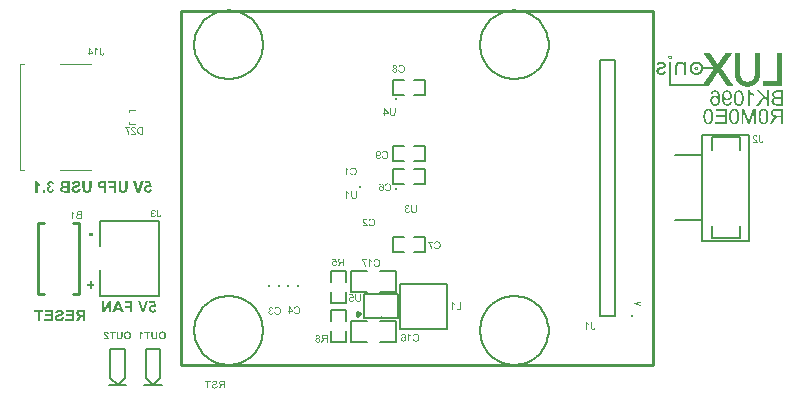
<source format=gbo>
G04*
G04 #@! TF.GenerationSoftware,Altium Limited,Altium Designer,19.1.7 (138)*
G04*
G04 Layer_Color=16777215*
%FSLAX25Y25*%
%MOIN*%
G70*
G01*
G75*
%ADD10C,0.01000*%
%ADD11C,0.00787*%
%ADD12C,0.01000*%
%ADD13C,0.00394*%
%ADD14C,0.00800*%
%ADD62C,0.00591*%
%ADD116C,0.01181*%
%ADD117C,0.00400*%
G36*
X215700Y114898D02*
X215817D01*
Y114883D01*
X215861D01*
Y114869D01*
X215904D01*
Y114854D01*
X215948D01*
Y114839D01*
X215977D01*
Y114825D01*
X215992D01*
Y114810D01*
X216021D01*
Y114796D01*
X216036D01*
Y114781D01*
X216065D01*
Y114767D01*
X216080D01*
Y114752D01*
X216094D01*
Y114737D01*
X216109D01*
Y114723D01*
X216124D01*
Y114708D01*
X216138D01*
Y114693D01*
X216153D01*
Y114679D01*
Y114664D01*
X216167D01*
Y114650D01*
X216182D01*
Y114635D01*
Y114620D01*
X216197D01*
Y114606D01*
Y114591D01*
X216211D01*
Y114577D01*
Y114562D01*
X216226D01*
Y114547D01*
Y114533D01*
X216240D01*
Y114518D01*
Y114504D01*
Y114489D01*
X216255D01*
Y114474D01*
Y114460D01*
Y114445D01*
Y114430D01*
Y114416D01*
X216270D01*
Y114401D01*
Y114387D01*
Y114372D01*
Y114357D01*
Y114343D01*
Y114328D01*
Y114314D01*
Y114299D01*
Y114284D01*
Y114270D01*
Y114255D01*
Y114241D01*
Y114226D01*
Y114211D01*
Y114197D01*
X216255D01*
Y114182D01*
Y114168D01*
Y114153D01*
Y114138D01*
Y114124D01*
X216240D01*
Y114109D01*
Y114094D01*
Y114080D01*
X216226D01*
Y114065D01*
Y114051D01*
X216211D01*
Y114036D01*
Y114022D01*
X216197D01*
Y114007D01*
Y113992D01*
X216182D01*
Y113978D01*
Y113963D01*
X216167D01*
Y113949D01*
X216153D01*
Y113934D01*
Y113919D01*
X216138D01*
Y113905D01*
X216124D01*
Y113890D01*
X216109D01*
Y113875D01*
X216094D01*
Y113861D01*
X216080D01*
Y113846D01*
X216065D01*
Y113832D01*
X216036D01*
Y113817D01*
X216021D01*
Y113802D01*
X215992D01*
Y113788D01*
X215977D01*
Y113773D01*
X215948D01*
Y113759D01*
X215904D01*
Y113744D01*
X215875D01*
Y113729D01*
X215817D01*
Y113715D01*
X215715D01*
Y113700D01*
X215612D01*
Y113715D01*
X215510D01*
Y113729D01*
X215452D01*
Y113744D01*
X215408D01*
Y113759D01*
X215378D01*
Y113773D01*
X215349D01*
Y113788D01*
X215320D01*
Y113802D01*
X215305D01*
Y113817D01*
X215276D01*
Y113832D01*
X215262D01*
Y113846D01*
X215247D01*
Y113861D01*
X215232D01*
Y113875D01*
X215218D01*
Y113890D01*
X215203D01*
Y113905D01*
X215189D01*
Y113919D01*
X215174D01*
Y113934D01*
X215159D01*
Y113949D01*
Y113963D01*
X215145D01*
Y113978D01*
X215130D01*
Y113992D01*
Y114007D01*
X215116D01*
Y114022D01*
Y114036D01*
X215101D01*
Y114051D01*
Y114065D01*
X215086D01*
Y114080D01*
Y114094D01*
Y114109D01*
X215072D01*
Y114124D01*
Y114138D01*
Y114153D01*
Y114168D01*
X215057D01*
Y114182D01*
Y114197D01*
Y114211D01*
Y114226D01*
Y114241D01*
Y114255D01*
Y114270D01*
Y114284D01*
Y114299D01*
Y114314D01*
Y114328D01*
Y114343D01*
Y114357D01*
Y114372D01*
Y114387D01*
Y114401D01*
Y114416D01*
Y114430D01*
Y114445D01*
X215072D01*
Y114460D01*
Y114474D01*
Y114489D01*
Y114504D01*
X215086D01*
Y114518D01*
Y114533D01*
Y114547D01*
X215101D01*
Y114562D01*
Y114577D01*
X215116D01*
Y114591D01*
Y114606D01*
X215130D01*
Y114620D01*
Y114635D01*
X215145D01*
Y114650D01*
X215159D01*
Y114664D01*
Y114679D01*
X215174D01*
Y114693D01*
X215189D01*
Y114708D01*
X215203D01*
Y114723D01*
X215218D01*
Y114737D01*
X215232D01*
Y114752D01*
X215247D01*
Y114767D01*
X215262D01*
Y114781D01*
X215276D01*
Y114796D01*
X215305D01*
Y114810D01*
X215320D01*
Y114825D01*
X215349D01*
Y114839D01*
X215378D01*
Y114854D01*
X215408D01*
Y114869D01*
X215452D01*
Y114883D01*
X215510D01*
Y114898D01*
X215627D01*
Y114913D01*
X215700D01*
Y114898D01*
D02*
G37*
G36*
X236501Y115891D02*
Y115877D01*
X236486D01*
Y115862D01*
X236472D01*
Y115847D01*
X236457D01*
Y115833D01*
Y115818D01*
X236442D01*
Y115804D01*
X236428D01*
Y115789D01*
Y115774D01*
X236413D01*
Y115760D01*
X236399D01*
Y115745D01*
Y115731D01*
X236384D01*
Y115716D01*
X236369D01*
Y115701D01*
X236355D01*
Y115687D01*
Y115672D01*
X236340D01*
Y115657D01*
X236326D01*
Y115643D01*
Y115628D01*
X236311D01*
Y115614D01*
X236296D01*
Y115599D01*
X236282D01*
Y115585D01*
Y115570D01*
X236267D01*
Y115555D01*
X236252D01*
Y115541D01*
Y115526D01*
X236238D01*
Y115512D01*
X236223D01*
Y115497D01*
X236209D01*
Y115482D01*
Y115468D01*
X236194D01*
Y115453D01*
X236179D01*
Y115438D01*
Y115424D01*
X236165D01*
Y115409D01*
X236150D01*
Y115395D01*
X236136D01*
Y115380D01*
Y115365D01*
X236121D01*
Y115351D01*
X236106D01*
Y115336D01*
Y115322D01*
X236092D01*
Y115307D01*
X236077D01*
Y115292D01*
X236063D01*
Y115278D01*
Y115263D01*
X236048D01*
Y115249D01*
X236033D01*
Y115234D01*
Y115219D01*
X236019D01*
Y115205D01*
X236004D01*
Y115190D01*
Y115175D01*
X235989D01*
Y115161D01*
X235975D01*
Y115146D01*
X235960D01*
Y115132D01*
Y115117D01*
X235946D01*
Y115102D01*
X235931D01*
Y115088D01*
Y115073D01*
X235916D01*
Y115059D01*
X235902D01*
Y115044D01*
X235887D01*
Y115029D01*
Y115015D01*
X235873D01*
Y115000D01*
X235858D01*
Y114986D01*
Y114971D01*
X235843D01*
Y114956D01*
X235829D01*
Y114942D01*
X235814D01*
Y114927D01*
Y114913D01*
X235800D01*
Y114898D01*
X235785D01*
Y114883D01*
Y114869D01*
X235770D01*
Y114854D01*
X235756D01*
Y114839D01*
X235741D01*
Y114825D01*
Y114810D01*
X235727D01*
Y114796D01*
X235712D01*
Y114781D01*
Y114767D01*
X235697D01*
Y114752D01*
X235683D01*
Y114737D01*
X235668D01*
Y114723D01*
Y114708D01*
X235653D01*
Y114693D01*
X235639D01*
Y114679D01*
Y114664D01*
X235624D01*
Y114650D01*
X235610D01*
Y114635D01*
Y114620D01*
X235595D01*
Y114606D01*
X235580D01*
Y114591D01*
X235566D01*
Y114577D01*
Y114562D01*
X235551D01*
Y114547D01*
X235537D01*
Y114533D01*
Y114518D01*
X235522D01*
Y114504D01*
X235507D01*
Y114489D01*
X235493D01*
Y114474D01*
Y114460D01*
X235478D01*
Y114445D01*
X235464D01*
Y114430D01*
Y114416D01*
X235449D01*
Y114401D01*
X235434D01*
Y114387D01*
X235420D01*
Y114372D01*
Y114357D01*
X235405D01*
Y114343D01*
X235391D01*
Y114328D01*
Y114314D01*
X235376D01*
Y114299D01*
X235361D01*
Y114284D01*
X235347D01*
Y114270D01*
Y114255D01*
X235332D01*
Y114241D01*
X235318D01*
Y114226D01*
Y114211D01*
X235303D01*
Y114197D01*
X235288D01*
Y114182D01*
X235274D01*
Y114168D01*
Y114153D01*
X235259D01*
Y114138D01*
X235244D01*
Y114124D01*
Y114109D01*
X235230D01*
Y114094D01*
X235215D01*
Y114080D01*
Y114065D01*
X235201D01*
Y114051D01*
X235186D01*
Y114036D01*
X235172D01*
Y114022D01*
Y114007D01*
X235157D01*
Y113992D01*
X235142D01*
Y113978D01*
Y113963D01*
X235128D01*
Y113949D01*
X235113D01*
Y113934D01*
X235099D01*
Y113919D01*
Y113905D01*
X235084D01*
Y113890D01*
X235069D01*
Y113875D01*
Y113861D01*
X235055D01*
Y113846D01*
X235040D01*
Y113832D01*
X235025D01*
Y113817D01*
Y113802D01*
X235011D01*
Y113788D01*
X234996D01*
Y113773D01*
Y113759D01*
X234982D01*
Y113744D01*
X234967D01*
Y113729D01*
X234952D01*
Y113715D01*
Y113700D01*
X234938D01*
Y113686D01*
X234923D01*
Y113671D01*
Y113656D01*
X234909D01*
Y113642D01*
X234894D01*
Y113627D01*
X234879D01*
Y113612D01*
Y113598D01*
X234865D01*
Y113583D01*
X234850D01*
Y113569D01*
Y113554D01*
X234836D01*
Y113540D01*
X234821D01*
Y113525D01*
X234806D01*
Y113510D01*
Y113496D01*
X234792D01*
Y113481D01*
X234777D01*
Y113466D01*
Y113452D01*
X234763D01*
Y113437D01*
X234748D01*
Y113423D01*
Y113408D01*
X234733D01*
Y113393D01*
X234719D01*
Y113379D01*
X234704D01*
Y113364D01*
Y113350D01*
X234689D01*
Y113335D01*
X234675D01*
Y113320D01*
Y113306D01*
X234660D01*
Y113291D01*
X234646D01*
Y113277D01*
X234631D01*
Y113262D01*
Y113247D01*
X234616D01*
Y113233D01*
X234602D01*
Y113218D01*
Y113204D01*
X234587D01*
Y113189D01*
X234573D01*
Y113174D01*
X234558D01*
Y113160D01*
Y113145D01*
X234543D01*
Y113130D01*
X234529D01*
Y113116D01*
Y113101D01*
X234514D01*
Y113087D01*
X234500D01*
Y113072D01*
X234485D01*
Y113057D01*
Y113043D01*
X234470D01*
Y113028D01*
X234456D01*
Y113014D01*
Y112999D01*
X234441D01*
Y112984D01*
X234426D01*
Y112970D01*
X234412D01*
Y112955D01*
Y112941D01*
X234397D01*
Y112926D01*
X234383D01*
Y112911D01*
Y112897D01*
X234368D01*
Y112882D01*
X234353D01*
Y112867D01*
Y112853D01*
X234339D01*
Y112838D01*
X234324D01*
Y112824D01*
X234310D01*
Y112809D01*
Y112794D01*
X234295D01*
Y112780D01*
X234280D01*
Y112765D01*
Y112751D01*
X234266D01*
Y112736D01*
X234251D01*
Y112722D01*
X234237D01*
Y112707D01*
Y112692D01*
X234222D01*
Y112678D01*
X234207D01*
Y112663D01*
Y112648D01*
X234193D01*
Y112634D01*
X234178D01*
Y112619D01*
X234164D01*
Y112605D01*
Y112590D01*
X234149D01*
Y112575D01*
X234134D01*
Y112561D01*
Y112546D01*
X234120D01*
Y112532D01*
X234105D01*
Y112517D01*
X234090D01*
Y112502D01*
Y112488D01*
X234076D01*
Y112473D01*
X234061D01*
Y112459D01*
Y112444D01*
X234047D01*
Y112429D01*
X234032D01*
Y112415D01*
X234017D01*
Y112400D01*
Y112385D01*
X234003D01*
Y112371D01*
X233988D01*
Y112356D01*
Y112342D01*
X233974D01*
Y112327D01*
X233959D01*
Y112312D01*
Y112298D01*
X233945D01*
Y112283D01*
X233930D01*
Y112269D01*
X233915D01*
Y112254D01*
Y112239D01*
X233901D01*
Y112225D01*
X233886D01*
Y112210D01*
Y112196D01*
X233871D01*
Y112181D01*
X233857D01*
Y112166D01*
X233842D01*
Y112152D01*
Y112137D01*
X233828D01*
Y112123D01*
X233813D01*
Y112108D01*
Y112093D01*
X233798D01*
Y112079D01*
X233784D01*
Y112064D01*
X233769D01*
Y112049D01*
Y112035D01*
X233755D01*
Y112020D01*
X233740D01*
Y112006D01*
Y111991D01*
X233725D01*
Y111977D01*
X233711D01*
Y111962D01*
X233696D01*
Y111947D01*
Y111933D01*
X233682D01*
Y111918D01*
X233667D01*
Y111903D01*
Y111889D01*
X233652D01*
Y111874D01*
X233638D01*
Y111860D01*
X233623D01*
Y111845D01*
Y111830D01*
X233609D01*
Y111816D01*
X233594D01*
Y111801D01*
Y111787D01*
X233579D01*
Y111772D01*
X233565D01*
Y111757D01*
Y111743D01*
X233550D01*
Y111728D01*
X233536D01*
Y111714D01*
X233521D01*
Y111699D01*
Y111684D01*
X233506D01*
Y111670D01*
X233492D01*
Y111655D01*
Y111641D01*
X233477D01*
Y111626D01*
X233462D01*
Y111611D01*
X233448D01*
Y111597D01*
Y111582D01*
X233433D01*
Y111567D01*
X233419D01*
Y111553D01*
Y111538D01*
X233404D01*
Y111524D01*
X233389D01*
Y111509D01*
X233375D01*
Y111494D01*
Y111480D01*
X233360D01*
Y111465D01*
X233346D01*
Y111451D01*
Y111436D01*
X233331D01*
Y111421D01*
X233316D01*
Y111407D01*
X233302D01*
Y111392D01*
Y111378D01*
X233287D01*
Y111363D01*
X233273D01*
Y111348D01*
Y111334D01*
X233258D01*
Y111319D01*
X233243D01*
Y111304D01*
X233229D01*
Y111290D01*
Y111275D01*
X233214D01*
Y111261D01*
X233200D01*
Y111246D01*
Y111232D01*
X233185D01*
Y111217D01*
X233170D01*
Y111202D01*
X233156D01*
Y111188D01*
Y111173D01*
X233141D01*
Y111159D01*
X233126D01*
Y111144D01*
Y111129D01*
X233112D01*
Y111115D01*
X233097D01*
Y111100D01*
Y111085D01*
X233083D01*
Y111071D01*
X233068D01*
Y111056D01*
X233053D01*
Y111042D01*
Y111027D01*
X233039D01*
Y111012D01*
X233024D01*
Y110998D01*
Y110983D01*
X233010D01*
Y110969D01*
X232995D01*
Y110954D01*
X232980D01*
Y110939D01*
Y110925D01*
X232966D01*
Y110910D01*
X232951D01*
Y110896D01*
Y110881D01*
X232937D01*
Y110866D01*
X232922D01*
Y110852D01*
X232907D01*
Y110837D01*
Y110822D01*
X232893D01*
Y110808D01*
X232878D01*
Y110793D01*
Y110779D01*
X232863D01*
Y110764D01*
X232849D01*
Y110749D01*
X232834D01*
Y110735D01*
Y110720D01*
X232820D01*
Y110706D01*
X232805D01*
Y110691D01*
Y110676D01*
X232790D01*
Y110662D01*
X232776D01*
Y110647D01*
Y110633D01*
X232790D01*
Y110618D01*
X232805D01*
Y110603D01*
Y110589D01*
X232820D01*
Y110574D01*
X232834D01*
Y110560D01*
Y110545D01*
X232849D01*
Y110530D01*
X232863D01*
Y110516D01*
Y110501D01*
X232878D01*
Y110486D01*
X232893D01*
Y110472D01*
Y110457D01*
X232907D01*
Y110443D01*
X232922D01*
Y110428D01*
Y110414D01*
X232937D01*
Y110399D01*
X232951D01*
Y110384D01*
X232966D01*
Y110370D01*
Y110355D01*
X232980D01*
Y110340D01*
X232995D01*
Y110326D01*
Y110311D01*
X233010D01*
Y110297D01*
X233024D01*
Y110282D01*
Y110267D01*
X233039D01*
Y110253D01*
X233053D01*
Y110238D01*
Y110224D01*
X233068D01*
Y110209D01*
X233083D01*
Y110194D01*
X233097D01*
Y110180D01*
Y110165D01*
X233112D01*
Y110151D01*
X233126D01*
Y110136D01*
Y110121D01*
X233141D01*
Y110107D01*
X233156D01*
Y110092D01*
Y110078D01*
X233170D01*
Y110063D01*
X233185D01*
Y110048D01*
Y110034D01*
X233200D01*
Y110019D01*
X233214D01*
Y110004D01*
X233229D01*
Y109990D01*
Y109975D01*
X233243D01*
Y109961D01*
X233258D01*
Y109946D01*
Y109932D01*
X233273D01*
Y109917D01*
X233287D01*
Y109902D01*
Y109888D01*
X233302D01*
Y109873D01*
X233316D01*
Y109858D01*
Y109844D01*
X233331D01*
Y109829D01*
X233346D01*
Y109815D01*
X233360D01*
Y109800D01*
Y109785D01*
X233375D01*
Y109771D01*
X233389D01*
Y109756D01*
Y109742D01*
X233404D01*
Y109727D01*
X233419D01*
Y109712D01*
Y109698D01*
X233433D01*
Y109683D01*
X233448D01*
Y109669D01*
Y109654D01*
X233462D01*
Y109639D01*
X233477D01*
Y109625D01*
X233492D01*
Y109610D01*
Y109596D01*
X233506D01*
Y109581D01*
X233521D01*
Y109566D01*
Y109552D01*
X233536D01*
Y109537D01*
X233550D01*
Y109522D01*
Y109508D01*
X233565D01*
Y109493D01*
X233579D01*
Y109479D01*
Y109464D01*
X233594D01*
Y109449D01*
X233609D01*
Y109435D01*
X233623D01*
Y109420D01*
Y109406D01*
X233638D01*
Y109391D01*
X233652D01*
Y109376D01*
Y109362D01*
X233667D01*
Y109347D01*
X233682D01*
Y109333D01*
Y109318D01*
X233696D01*
Y109303D01*
X233711D01*
Y109289D01*
Y109274D01*
X233725D01*
Y109259D01*
X233740D01*
Y109245D01*
X233755D01*
Y109230D01*
Y109216D01*
X233769D01*
Y109201D01*
X233784D01*
Y109186D01*
Y109172D01*
X233798D01*
Y109157D01*
X233813D01*
Y109143D01*
Y109128D01*
X233828D01*
Y109113D01*
X233842D01*
Y109099D01*
Y109084D01*
X233857D01*
Y109070D01*
X233871D01*
Y109055D01*
X233886D01*
Y109040D01*
Y109026D01*
X233901D01*
Y109011D01*
X233915D01*
Y108997D01*
Y108982D01*
X233930D01*
Y108967D01*
X233945D01*
Y108953D01*
Y108938D01*
X233959D01*
Y108923D01*
X233974D01*
Y108909D01*
Y108894D01*
X233988D01*
Y108880D01*
X234003D01*
Y108865D01*
X234017D01*
Y108851D01*
Y108836D01*
X234032D01*
Y108821D01*
X234047D01*
Y108807D01*
Y108792D01*
X234061D01*
Y108777D01*
X234076D01*
Y108763D01*
Y108748D01*
X234090D01*
Y108734D01*
X234105D01*
Y108719D01*
Y108704D01*
X234120D01*
Y108690D01*
X234134D01*
Y108675D01*
Y108661D01*
X234149D01*
Y108646D01*
X234164D01*
Y108631D01*
X234178D01*
Y108617D01*
Y108602D01*
X234193D01*
Y108588D01*
X234207D01*
Y108573D01*
Y108558D01*
X234222D01*
Y108544D01*
X234237D01*
Y108529D01*
Y108514D01*
X234251D01*
Y108500D01*
X234266D01*
Y108485D01*
Y108471D01*
X234280D01*
Y108456D01*
X234295D01*
Y108441D01*
X234310D01*
Y108427D01*
Y108412D01*
X234324D01*
Y108398D01*
X234339D01*
Y108383D01*
Y108369D01*
X234353D01*
Y108354D01*
X234368D01*
Y108339D01*
Y108325D01*
X234383D01*
Y108310D01*
X234397D01*
Y108295D01*
Y108281D01*
X234412D01*
Y108266D01*
X234426D01*
Y108252D01*
X234441D01*
Y108237D01*
Y108222D01*
X234456D01*
Y108208D01*
X234470D01*
Y108193D01*
Y108179D01*
X234485D01*
Y108164D01*
X234500D01*
Y108149D01*
Y108135D01*
X234514D01*
Y108120D01*
X234529D01*
Y108106D01*
Y108091D01*
X234543D01*
Y108076D01*
X234558D01*
Y108062D01*
X234573D01*
Y108047D01*
Y108033D01*
X234587D01*
Y108018D01*
X234602D01*
Y108003D01*
Y107989D01*
X234616D01*
Y107974D01*
X234631D01*
Y107959D01*
Y107945D01*
X234646D01*
Y107930D01*
X234660D01*
Y107916D01*
Y107901D01*
X234675D01*
Y107886D01*
X234689D01*
Y107872D01*
X234704D01*
Y107857D01*
Y107843D01*
X234719D01*
Y107828D01*
X234733D01*
Y107813D01*
Y107799D01*
X234748D01*
Y107784D01*
X234763D01*
Y107770D01*
Y107755D01*
X234777D01*
Y107740D01*
X234792D01*
Y107726D01*
Y107711D01*
X234806D01*
Y107696D01*
X234821D01*
Y107682D01*
X234836D01*
Y107667D01*
Y107653D01*
X234850D01*
Y107638D01*
X234865D01*
Y107624D01*
Y107609D01*
X234879D01*
Y107594D01*
X234894D01*
Y107580D01*
Y107565D01*
X234909D01*
Y107551D01*
X234923D01*
Y107536D01*
Y107521D01*
X234938D01*
Y107507D01*
X234952D01*
Y107492D01*
X234967D01*
Y107477D01*
Y107463D01*
X234982D01*
Y107448D01*
X234996D01*
Y107434D01*
Y107419D01*
X235011D01*
Y107404D01*
X235025D01*
Y107390D01*
Y107375D01*
X235040D01*
Y107361D01*
X235055D01*
Y107346D01*
Y107331D01*
X235069D01*
Y107317D01*
X235084D01*
Y107302D01*
X235099D01*
Y107288D01*
Y107273D01*
X235113D01*
Y107258D01*
X235128D01*
Y107244D01*
Y107229D01*
X235142D01*
Y107214D01*
X235157D01*
Y107200D01*
Y107185D01*
X235172D01*
Y107171D01*
X235186D01*
Y107156D01*
Y107141D01*
X235201D01*
Y107127D01*
X235215D01*
Y107112D01*
Y107098D01*
X235230D01*
Y107083D01*
X235244D01*
Y107068D01*
X235259D01*
Y107054D01*
Y107039D01*
X235274D01*
Y107025D01*
X235288D01*
Y107010D01*
Y106995D01*
X235303D01*
Y106981D01*
X235318D01*
Y106966D01*
Y106951D01*
X235332D01*
Y106937D01*
X235347D01*
Y106922D01*
Y106908D01*
X235361D01*
Y106893D01*
X235376D01*
Y106878D01*
X235391D01*
Y106864D01*
Y106849D01*
X235405D01*
Y106835D01*
X235420D01*
Y106820D01*
Y106806D01*
X235434D01*
Y106791D01*
X235449D01*
Y106776D01*
Y106762D01*
X235464D01*
Y106747D01*
X235478D01*
Y106732D01*
Y106718D01*
X235493D01*
Y106703D01*
X235507D01*
Y106689D01*
X235522D01*
Y106674D01*
Y106659D01*
X235537D01*
Y106645D01*
X235551D01*
Y106630D01*
Y106616D01*
X235566D01*
Y106601D01*
X235580D01*
Y106586D01*
Y106572D01*
X235595D01*
Y106557D01*
X235610D01*
Y106543D01*
Y106528D01*
X235624D01*
Y106513D01*
X235639D01*
Y106499D01*
X235653D01*
Y106484D01*
Y106470D01*
X235668D01*
Y106455D01*
X235683D01*
Y106440D01*
Y106426D01*
X235697D01*
Y106411D01*
X235712D01*
Y106396D01*
Y106382D01*
X235727D01*
Y106367D01*
X235741D01*
Y106353D01*
Y106338D01*
X235756D01*
Y106323D01*
X235770D01*
Y106309D01*
X235785D01*
Y106294D01*
Y106280D01*
X235800D01*
Y106265D01*
X235814D01*
Y106250D01*
Y106236D01*
X235829D01*
Y106221D01*
X235843D01*
Y106207D01*
Y106192D01*
X235858D01*
Y106177D01*
X235873D01*
Y106163D01*
Y106148D01*
X235887D01*
Y106133D01*
X235902D01*
Y106119D01*
X235916D01*
Y106104D01*
Y106090D01*
X235931D01*
Y106075D01*
X235946D01*
Y106061D01*
Y106046D01*
X235960D01*
Y106031D01*
X235975D01*
Y106017D01*
Y106002D01*
X235989D01*
Y105988D01*
X236004D01*
Y105973D01*
Y105958D01*
X236019D01*
Y105944D01*
X236033D01*
Y105929D01*
X236048D01*
Y105914D01*
Y105900D01*
X236063D01*
Y105885D01*
X236077D01*
Y105871D01*
Y105856D01*
X236092D01*
Y105841D01*
X236106D01*
Y105827D01*
Y105812D01*
X236121D01*
Y105798D01*
X236136D01*
Y105783D01*
Y105768D01*
X236150D01*
Y105754D01*
X236165D01*
Y105739D01*
X236179D01*
Y105725D01*
Y105710D01*
X236194D01*
Y105695D01*
X236209D01*
Y105681D01*
Y105666D01*
X236223D01*
Y105651D01*
X236238D01*
Y105637D01*
Y105622D01*
X236252D01*
Y105608D01*
X236267D01*
Y105593D01*
Y105578D01*
X236282D01*
Y105564D01*
X236296D01*
Y105549D01*
X236311D01*
Y105535D01*
Y105520D01*
X236326D01*
Y105505D01*
X236340D01*
Y105491D01*
Y105476D01*
X236355D01*
Y105462D01*
X236369D01*
Y105447D01*
Y105432D01*
X236384D01*
Y105418D01*
X236399D01*
Y105403D01*
Y105389D01*
X236413D01*
Y105374D01*
X236428D01*
Y105359D01*
Y105345D01*
X236442D01*
Y105330D01*
X236457D01*
Y105315D01*
X236472D01*
Y105301D01*
Y105286D01*
X236486D01*
Y105272D01*
X236501D01*
Y105257D01*
Y105243D01*
X236515D01*
Y105228D01*
X236530D01*
Y105213D01*
Y105199D01*
X236545D01*
Y105184D01*
X236559D01*
Y105169D01*
Y105155D01*
X236574D01*
Y105140D01*
X236588D01*
Y105126D01*
X236603D01*
Y105111D01*
Y105096D01*
X236618D01*
Y105082D01*
X236632D01*
Y105067D01*
Y105053D01*
X236647D01*
Y105038D01*
X236661D01*
Y105023D01*
Y105009D01*
X236676D01*
Y104994D01*
X236691D01*
Y104980D01*
Y104965D01*
X236705D01*
Y104950D01*
X236720D01*
Y104936D01*
X236735D01*
Y104921D01*
Y104906D01*
X236749D01*
Y104892D01*
X236764D01*
Y104877D01*
Y104863D01*
X236778D01*
Y104848D01*
X236793D01*
Y104833D01*
X234602D01*
Y104848D01*
X234587D01*
Y104863D01*
X234573D01*
Y104877D01*
Y104892D01*
X234558D01*
Y104906D01*
X234543D01*
Y104921D01*
Y104936D01*
X234529D01*
Y104950D01*
X234514D01*
Y104965D01*
Y104980D01*
X234500D01*
Y104994D01*
X234485D01*
Y105009D01*
Y105023D01*
X234470D01*
Y105038D01*
X234456D01*
Y105053D01*
Y105067D01*
X234441D01*
Y105082D01*
X234426D01*
Y105096D01*
Y105111D01*
X234412D01*
Y105126D01*
X234397D01*
Y105140D01*
Y105155D01*
X234383D01*
Y105169D01*
X234368D01*
Y105184D01*
Y105199D01*
X234353D01*
Y105213D01*
X234339D01*
Y105228D01*
Y105243D01*
X234324D01*
Y105257D01*
X234310D01*
Y105272D01*
Y105286D01*
X234295D01*
Y105301D01*
X234280D01*
Y105315D01*
Y105330D01*
X234266D01*
Y105345D01*
X234251D01*
Y105359D01*
Y105374D01*
X234237D01*
Y105389D01*
X234222D01*
Y105403D01*
Y105418D01*
X234207D01*
Y105432D01*
X234193D01*
Y105447D01*
Y105462D01*
X234178D01*
Y105476D01*
X234164D01*
Y105491D01*
Y105505D01*
X234149D01*
Y105520D01*
X234134D01*
Y105535D01*
Y105549D01*
X234120D01*
Y105564D01*
X234105D01*
Y105578D01*
Y105593D01*
X234090D01*
Y105608D01*
X234076D01*
Y105622D01*
Y105637D01*
X234061D01*
Y105651D01*
X234047D01*
Y105666D01*
Y105681D01*
X234032D01*
Y105695D01*
X234017D01*
Y105710D01*
X234003D01*
Y105725D01*
Y105739D01*
X233988D01*
Y105754D01*
X233974D01*
Y105768D01*
Y105783D01*
X233959D01*
Y105798D01*
X233945D01*
Y105812D01*
Y105827D01*
X233930D01*
Y105841D01*
X233915D01*
Y105856D01*
Y105871D01*
X233901D01*
Y105885D01*
X233886D01*
Y105900D01*
Y105914D01*
X233871D01*
Y105929D01*
X233857D01*
Y105944D01*
Y105958D01*
X233842D01*
Y105973D01*
X233828D01*
Y105988D01*
Y106002D01*
X233813D01*
Y106017D01*
X233798D01*
Y106031D01*
Y106046D01*
X233784D01*
Y106061D01*
X233769D01*
Y106075D01*
Y106090D01*
X233755D01*
Y106104D01*
X233740D01*
Y106119D01*
Y106133D01*
X233725D01*
Y106148D01*
X233711D01*
Y106163D01*
Y106177D01*
X233696D01*
Y106192D01*
X233682D01*
Y106207D01*
Y106221D01*
X233667D01*
Y106236D01*
X233652D01*
Y106250D01*
Y106265D01*
X233638D01*
Y106280D01*
X233623D01*
Y106294D01*
Y106309D01*
X233609D01*
Y106323D01*
X233594D01*
Y106338D01*
Y106353D01*
X233579D01*
Y106367D01*
X233565D01*
Y106382D01*
Y106396D01*
X233550D01*
Y106411D01*
X233536D01*
Y106426D01*
Y106440D01*
X233521D01*
Y106455D01*
X233506D01*
Y106470D01*
Y106484D01*
X233492D01*
Y106499D01*
X233477D01*
Y106513D01*
Y106528D01*
X233462D01*
Y106543D01*
X233448D01*
Y106557D01*
Y106572D01*
X233433D01*
Y106586D01*
X233419D01*
Y106601D01*
Y106616D01*
X233404D01*
Y106630D01*
X233389D01*
Y106645D01*
Y106659D01*
X233375D01*
Y106674D01*
X233360D01*
Y106689D01*
X233346D01*
Y106703D01*
Y106718D01*
X233331D01*
Y106732D01*
X233316D01*
Y106747D01*
Y106762D01*
X233302D01*
Y106776D01*
X233287D01*
Y106791D01*
Y106806D01*
X233273D01*
Y106820D01*
X233258D01*
Y106835D01*
Y106849D01*
X233243D01*
Y106864D01*
X233229D01*
Y106878D01*
Y106893D01*
X233214D01*
Y106908D01*
X233200D01*
Y106922D01*
Y106937D01*
X233185D01*
Y106951D01*
X233170D01*
Y106966D01*
Y106981D01*
X233156D01*
Y106995D01*
X233141D01*
Y107010D01*
Y107025D01*
X233126D01*
Y107039D01*
X233112D01*
Y107054D01*
Y107068D01*
X233097D01*
Y107083D01*
X233083D01*
Y107098D01*
Y107112D01*
X233068D01*
Y107127D01*
X233053D01*
Y107141D01*
Y107156D01*
X233039D01*
Y107171D01*
X233024D01*
Y107185D01*
Y107200D01*
X233010D01*
Y107214D01*
X232995D01*
Y107229D01*
Y107244D01*
X232980D01*
Y107258D01*
X232966D01*
Y107273D01*
Y107288D01*
X232951D01*
Y107302D01*
X232937D01*
Y107317D01*
Y107331D01*
X232922D01*
Y107346D01*
X232907D01*
Y107361D01*
Y107375D01*
X232893D01*
Y107390D01*
X232878D01*
Y107404D01*
Y107419D01*
X232863D01*
Y107434D01*
X232849D01*
Y107448D01*
Y107463D01*
X232834D01*
Y107477D01*
X232820D01*
Y107492D01*
Y107507D01*
X232805D01*
Y107521D01*
X232790D01*
Y107536D01*
Y107551D01*
X232776D01*
Y107565D01*
X232761D01*
Y107580D01*
Y107594D01*
X232747D01*
Y107609D01*
X232732D01*
Y107624D01*
X232717D01*
Y107638D01*
Y107653D01*
X232703D01*
Y107667D01*
X232688D01*
Y107682D01*
Y107696D01*
X232674D01*
Y107711D01*
X232659D01*
Y107726D01*
Y107740D01*
X232644D01*
Y107755D01*
X232630D01*
Y107770D01*
Y107784D01*
X232615D01*
Y107799D01*
X232601D01*
Y107813D01*
Y107828D01*
X232586D01*
Y107843D01*
X232571D01*
Y107857D01*
Y107872D01*
X232557D01*
Y107886D01*
X232542D01*
Y107901D01*
Y107916D01*
X232528D01*
Y107930D01*
X232513D01*
Y107945D01*
Y107959D01*
X232498D01*
Y107974D01*
X232484D01*
Y107989D01*
Y108003D01*
X232469D01*
Y108018D01*
X232454D01*
Y108033D01*
Y108047D01*
X232440D01*
Y108062D01*
X232425D01*
Y108076D01*
Y108091D01*
X232411D01*
Y108106D01*
X232396D01*
Y108120D01*
Y108135D01*
X232382D01*
Y108149D01*
X232367D01*
Y108164D01*
Y108179D01*
X232352D01*
Y108193D01*
X232338D01*
Y108208D01*
Y108222D01*
X232323D01*
Y108237D01*
X232309D01*
Y108252D01*
Y108266D01*
X232294D01*
Y108281D01*
X232279D01*
Y108295D01*
Y108310D01*
X232265D01*
Y108325D01*
X232250D01*
Y108339D01*
Y108354D01*
X232235D01*
Y108369D01*
X232221D01*
Y108383D01*
Y108398D01*
X232206D01*
Y108412D01*
X232192D01*
Y108427D01*
Y108441D01*
X232177D01*
Y108456D01*
X232162D01*
Y108471D01*
Y108485D01*
X232148D01*
Y108500D01*
X232133D01*
Y108514D01*
Y108529D01*
X232119D01*
Y108544D01*
X232104D01*
Y108558D01*
X232089D01*
Y108573D01*
Y108588D01*
X232075D01*
Y108602D01*
X232060D01*
Y108617D01*
Y108631D01*
X232046D01*
Y108646D01*
X232031D01*
Y108661D01*
Y108675D01*
X232016D01*
Y108690D01*
X232002D01*
Y108704D01*
Y108719D01*
X231987D01*
Y108734D01*
X231973D01*
Y108748D01*
Y108763D01*
X231958D01*
Y108777D01*
X231943D01*
Y108792D01*
Y108807D01*
X231929D01*
Y108821D01*
X231914D01*
Y108836D01*
Y108851D01*
X231899D01*
Y108865D01*
X231885D01*
Y108880D01*
Y108894D01*
X231870D01*
Y108909D01*
X231856D01*
Y108923D01*
Y108938D01*
X231841D01*
Y108953D01*
X231826D01*
Y108967D01*
Y108982D01*
X231812D01*
Y108997D01*
X231797D01*
Y109011D01*
Y109026D01*
X231783D01*
Y109040D01*
X231768D01*
Y109055D01*
Y109070D01*
X231753D01*
Y109084D01*
X231739D01*
Y109099D01*
Y109113D01*
X231724D01*
Y109128D01*
X231710D01*
Y109143D01*
Y109157D01*
X231695D01*
Y109172D01*
X231680D01*
Y109186D01*
Y109201D01*
X231666D01*
Y109216D01*
X231651D01*
Y109230D01*
Y109245D01*
X231637D01*
Y109259D01*
X231622D01*
Y109274D01*
Y109289D01*
X231593D01*
Y109274D01*
Y109259D01*
X231578D01*
Y109245D01*
X231563D01*
Y109230D01*
X231549D01*
Y109216D01*
Y109201D01*
X231534D01*
Y109186D01*
X231520D01*
Y109172D01*
Y109157D01*
X231505D01*
Y109143D01*
X231490D01*
Y109128D01*
Y109113D01*
X231476D01*
Y109099D01*
X231461D01*
Y109084D01*
Y109070D01*
X231447D01*
Y109055D01*
X231432D01*
Y109040D01*
Y109026D01*
X231417D01*
Y109011D01*
X231403D01*
Y108997D01*
Y108982D01*
X231388D01*
Y108967D01*
X231374D01*
Y108953D01*
Y108938D01*
X231359D01*
Y108923D01*
X231344D01*
Y108909D01*
Y108894D01*
X231330D01*
Y108880D01*
X231315D01*
Y108865D01*
Y108851D01*
X231301D01*
Y108836D01*
X231286D01*
Y108821D01*
Y108807D01*
X231271D01*
Y108792D01*
X231257D01*
Y108777D01*
Y108763D01*
X231242D01*
Y108748D01*
X231227D01*
Y108734D01*
Y108719D01*
X231213D01*
Y108704D01*
X231198D01*
Y108690D01*
Y108675D01*
X231184D01*
Y108661D01*
X231169D01*
Y108646D01*
Y108631D01*
X231154D01*
Y108617D01*
X231140D01*
Y108602D01*
Y108588D01*
X231125D01*
Y108573D01*
X231111D01*
Y108558D01*
Y108544D01*
X231096D01*
Y108529D01*
X231081D01*
Y108514D01*
Y108500D01*
X231067D01*
Y108485D01*
X231052D01*
Y108471D01*
Y108456D01*
X231038D01*
Y108441D01*
X231023D01*
Y108427D01*
Y108412D01*
X231008D01*
Y108398D01*
X230994D01*
Y108383D01*
Y108369D01*
X230979D01*
Y108354D01*
X230965D01*
Y108339D01*
Y108325D01*
X230950D01*
Y108310D01*
X230935D01*
Y108295D01*
Y108281D01*
X230921D01*
Y108266D01*
X230906D01*
Y108252D01*
Y108237D01*
X230892D01*
Y108222D01*
X230877D01*
Y108208D01*
Y108193D01*
X230862D01*
Y108179D01*
X230848D01*
Y108164D01*
Y108149D01*
X230833D01*
Y108135D01*
X230819D01*
Y108120D01*
Y108106D01*
X230804D01*
Y108091D01*
X230789D01*
Y108076D01*
Y108062D01*
X230775D01*
Y108047D01*
X230760D01*
Y108033D01*
Y108018D01*
X230746D01*
Y108003D01*
X230731D01*
Y107989D01*
Y107974D01*
X230716D01*
Y107959D01*
X230702D01*
Y107945D01*
Y107930D01*
X230687D01*
Y107916D01*
X230672D01*
Y107901D01*
Y107886D01*
X230658D01*
Y107872D01*
X230643D01*
Y107857D01*
Y107843D01*
X230629D01*
Y107828D01*
X230614D01*
Y107813D01*
Y107799D01*
X230599D01*
Y107784D01*
X230585D01*
Y107770D01*
Y107755D01*
X230570D01*
Y107740D01*
X230556D01*
Y107726D01*
Y107711D01*
X230541D01*
Y107696D01*
X230526D01*
Y107682D01*
Y107667D01*
X230512D01*
Y107653D01*
X230497D01*
Y107638D01*
Y107624D01*
X230483D01*
Y107609D01*
X230468D01*
Y107594D01*
Y107580D01*
X230453D01*
Y107565D01*
X230439D01*
Y107551D01*
Y107536D01*
X230424D01*
Y107521D01*
X230410D01*
Y107507D01*
Y107492D01*
X230395D01*
Y107477D01*
X230380D01*
Y107463D01*
Y107448D01*
X230366D01*
Y107434D01*
X230351D01*
Y107419D01*
Y107404D01*
X230336D01*
Y107390D01*
X230322D01*
Y107375D01*
Y107361D01*
X230307D01*
Y107346D01*
X230293D01*
Y107331D01*
Y107317D01*
X230278D01*
Y107302D01*
X230263D01*
Y107288D01*
Y107273D01*
X230249D01*
Y107258D01*
X230234D01*
Y107244D01*
Y107229D01*
X230220D01*
Y107214D01*
X230205D01*
Y107200D01*
Y107185D01*
X230190D01*
Y107171D01*
X230176D01*
Y107156D01*
Y107141D01*
X230161D01*
Y107127D01*
X230147D01*
Y107112D01*
Y107098D01*
X230132D01*
Y107083D01*
X230117D01*
Y107068D01*
Y107054D01*
X230103D01*
Y107039D01*
X230088D01*
Y107025D01*
Y107010D01*
X230073D01*
Y106995D01*
X230059D01*
Y106981D01*
Y106966D01*
X230044D01*
Y106951D01*
X230030D01*
Y106937D01*
Y106922D01*
X230015D01*
Y106908D01*
X230000D01*
Y106893D01*
Y106878D01*
X229986D01*
Y106864D01*
X229971D01*
Y106849D01*
Y106835D01*
X229957D01*
Y106820D01*
X229942D01*
Y106806D01*
Y106791D01*
X229927D01*
Y106776D01*
X229913D01*
Y106762D01*
Y106747D01*
X229898D01*
Y106732D01*
X229884D01*
Y106718D01*
X229869D01*
Y106703D01*
Y106689D01*
X229854D01*
Y106674D01*
X229840D01*
Y106659D01*
Y106645D01*
X229825D01*
Y106630D01*
X229811D01*
Y106616D01*
Y106601D01*
X229796D01*
Y106586D01*
X229781D01*
Y106572D01*
Y106557D01*
X229767D01*
Y106543D01*
X229752D01*
Y106528D01*
Y106513D01*
X229738D01*
Y106499D01*
X229723D01*
Y106484D01*
Y106470D01*
X229708D01*
Y106455D01*
X229694D01*
Y106440D01*
Y106426D01*
X229679D01*
Y106411D01*
X229664D01*
Y106396D01*
Y106382D01*
X229650D01*
Y106367D01*
X229635D01*
Y106353D01*
Y106338D01*
X229621D01*
Y106323D01*
X229606D01*
Y106309D01*
Y106294D01*
X229591D01*
Y106280D01*
X229577D01*
Y106265D01*
Y106250D01*
X229562D01*
Y106236D01*
X229548D01*
Y106221D01*
Y106207D01*
X229533D01*
Y106192D01*
X229518D01*
Y106177D01*
Y106163D01*
X229504D01*
Y106148D01*
X229489D01*
Y106133D01*
Y106119D01*
X229475D01*
Y106104D01*
X229460D01*
Y106090D01*
Y106075D01*
X229445D01*
Y106061D01*
X229431D01*
Y106046D01*
Y106031D01*
X229416D01*
Y106017D01*
X229402D01*
Y106002D01*
Y105988D01*
X229387D01*
Y105973D01*
X229372D01*
Y105958D01*
Y105944D01*
X229358D01*
Y105929D01*
X229343D01*
Y105914D01*
Y105900D01*
X229328D01*
Y105885D01*
X229314D01*
Y105871D01*
Y105856D01*
X229299D01*
Y105841D01*
X229285D01*
Y105827D01*
Y105812D01*
X229270D01*
Y105798D01*
X229256D01*
Y105783D01*
Y105768D01*
X229241D01*
Y105754D01*
X229226D01*
Y105739D01*
Y105725D01*
X229212D01*
Y105710D01*
X229197D01*
Y105695D01*
Y105681D01*
X229183D01*
Y105666D01*
X229168D01*
Y105651D01*
Y105637D01*
X229153D01*
Y105622D01*
X229139D01*
Y105608D01*
Y105593D01*
X229124D01*
Y105578D01*
X229109D01*
Y105564D01*
Y105549D01*
X229095D01*
Y105535D01*
X229080D01*
Y105520D01*
Y105505D01*
X229066D01*
Y105491D01*
X229051D01*
Y105476D01*
Y105462D01*
X229036D01*
Y105447D01*
X229022D01*
Y105432D01*
Y105418D01*
X229007D01*
Y105403D01*
X228993D01*
Y105389D01*
Y105374D01*
X228978D01*
Y105359D01*
X228963D01*
Y105345D01*
Y105330D01*
X228949D01*
Y105315D01*
X228934D01*
Y105301D01*
Y105286D01*
X228920D01*
Y105272D01*
X228905D01*
Y105257D01*
Y105243D01*
X228890D01*
Y105228D01*
X228876D01*
Y105213D01*
Y105199D01*
X228861D01*
Y105184D01*
X228847D01*
Y105169D01*
Y105155D01*
X228832D01*
Y105140D01*
X228817D01*
Y105126D01*
Y105111D01*
X228803D01*
Y105096D01*
X228788D01*
Y105082D01*
Y105067D01*
X228773D01*
Y105053D01*
X228759D01*
Y105038D01*
Y105023D01*
X228744D01*
Y105009D01*
X228730D01*
Y104994D01*
Y104980D01*
X228715D01*
Y104965D01*
X228700D01*
Y104950D01*
Y104936D01*
X228686D01*
Y104921D01*
X228671D01*
Y104906D01*
Y104892D01*
X228657D01*
Y104877D01*
X228642D01*
Y104863D01*
Y104848D01*
X228627D01*
Y104833D01*
X215320D01*
Y104848D01*
Y104863D01*
Y104877D01*
Y104892D01*
Y104906D01*
Y104921D01*
Y104936D01*
Y104950D01*
Y104965D01*
Y104980D01*
Y104994D01*
Y105009D01*
Y105023D01*
Y105038D01*
Y105053D01*
Y105067D01*
Y105082D01*
Y105096D01*
Y105111D01*
Y105126D01*
Y105140D01*
Y105155D01*
Y105169D01*
Y105184D01*
Y105199D01*
Y105213D01*
Y105228D01*
Y105243D01*
Y105257D01*
Y105272D01*
Y105286D01*
Y105301D01*
Y105315D01*
Y105330D01*
Y105345D01*
Y105359D01*
Y105374D01*
Y105389D01*
Y105403D01*
Y105418D01*
Y105432D01*
Y105447D01*
Y105462D01*
Y105476D01*
Y105491D01*
Y105505D01*
Y105520D01*
Y105535D01*
Y105549D01*
Y105564D01*
Y105578D01*
Y105593D01*
Y105608D01*
Y105622D01*
Y105637D01*
Y105651D01*
Y105666D01*
Y105681D01*
Y105695D01*
Y105710D01*
Y105725D01*
Y105739D01*
Y105754D01*
Y105768D01*
Y105783D01*
Y105798D01*
Y105812D01*
Y105827D01*
Y105841D01*
Y105856D01*
Y105871D01*
Y105885D01*
Y105900D01*
Y105914D01*
Y105929D01*
Y105944D01*
Y105958D01*
Y105973D01*
Y105988D01*
Y106002D01*
Y106017D01*
Y106031D01*
Y106046D01*
Y106061D01*
Y106075D01*
Y106090D01*
Y106104D01*
Y106119D01*
Y106133D01*
Y106148D01*
Y106163D01*
Y106177D01*
Y106192D01*
Y106207D01*
Y106221D01*
Y106236D01*
Y106250D01*
Y106265D01*
Y106280D01*
Y106294D01*
Y106309D01*
Y106323D01*
Y106338D01*
Y106353D01*
Y106367D01*
Y106382D01*
Y106396D01*
Y106411D01*
Y106426D01*
Y106440D01*
Y106455D01*
Y106470D01*
Y106484D01*
Y106499D01*
Y106513D01*
Y106528D01*
Y106543D01*
Y106557D01*
Y106572D01*
Y106586D01*
Y106601D01*
Y106616D01*
Y106630D01*
Y106645D01*
Y106659D01*
Y106674D01*
Y106689D01*
Y106703D01*
Y106718D01*
Y106732D01*
Y106747D01*
Y106762D01*
Y106776D01*
Y106791D01*
Y106806D01*
Y106820D01*
Y106835D01*
Y106849D01*
Y106864D01*
Y106878D01*
Y106893D01*
Y106908D01*
Y106922D01*
Y106937D01*
Y106951D01*
Y106966D01*
Y106981D01*
Y106995D01*
Y107010D01*
Y107025D01*
Y107039D01*
Y107054D01*
Y107068D01*
Y107083D01*
Y107098D01*
Y107112D01*
Y107127D01*
Y107141D01*
Y107156D01*
Y107171D01*
Y107185D01*
Y107200D01*
Y107214D01*
Y107229D01*
Y107244D01*
Y107258D01*
Y107273D01*
Y107288D01*
Y107302D01*
Y107317D01*
Y107331D01*
Y107346D01*
Y107361D01*
Y107375D01*
Y107390D01*
Y107404D01*
Y107419D01*
Y107434D01*
Y107448D01*
Y107463D01*
Y107477D01*
Y107492D01*
Y107507D01*
Y107521D01*
Y107536D01*
Y107551D01*
Y107565D01*
Y107580D01*
Y107594D01*
Y107609D01*
Y107624D01*
Y107638D01*
Y107653D01*
Y107667D01*
Y107682D01*
Y107696D01*
Y107711D01*
Y107726D01*
Y107740D01*
Y107755D01*
Y107770D01*
Y107784D01*
Y107799D01*
Y107813D01*
Y107828D01*
Y107843D01*
Y107857D01*
Y107872D01*
Y107886D01*
Y107901D01*
Y107916D01*
Y107930D01*
Y107945D01*
Y107959D01*
Y107974D01*
Y107989D01*
Y108003D01*
Y108018D01*
Y108033D01*
Y108047D01*
Y108062D01*
Y108076D01*
Y108091D01*
Y108106D01*
Y108120D01*
Y108135D01*
Y108149D01*
Y108164D01*
Y108179D01*
Y108193D01*
Y108208D01*
Y108222D01*
Y108237D01*
Y108252D01*
Y108266D01*
Y108281D01*
Y108295D01*
Y108310D01*
Y108325D01*
Y108339D01*
Y108354D01*
Y108369D01*
Y108383D01*
Y108398D01*
Y108412D01*
Y108427D01*
Y108441D01*
Y108456D01*
Y108471D01*
Y108485D01*
Y108500D01*
Y108514D01*
Y108529D01*
Y108544D01*
Y108558D01*
Y108573D01*
Y108588D01*
Y108602D01*
Y108617D01*
Y108631D01*
Y108646D01*
Y108661D01*
Y108675D01*
Y108690D01*
Y108704D01*
Y108719D01*
Y108734D01*
Y108748D01*
Y108763D01*
Y108777D01*
Y108792D01*
Y108807D01*
Y108821D01*
Y108836D01*
Y108851D01*
Y108865D01*
Y108880D01*
Y108894D01*
Y108909D01*
Y108923D01*
Y108938D01*
Y108953D01*
Y108967D01*
Y108982D01*
Y108997D01*
Y109011D01*
Y109026D01*
Y109040D01*
Y109055D01*
Y109070D01*
Y109084D01*
Y109099D01*
Y109113D01*
Y109128D01*
Y109143D01*
Y109157D01*
Y109172D01*
Y109186D01*
Y109201D01*
Y109216D01*
Y109230D01*
Y109245D01*
Y109259D01*
Y109274D01*
Y109289D01*
Y109303D01*
Y109318D01*
Y109333D01*
Y109347D01*
Y109362D01*
Y109376D01*
Y109391D01*
Y109406D01*
Y109420D01*
Y109435D01*
Y109449D01*
Y109464D01*
Y109479D01*
Y109493D01*
Y109508D01*
Y109522D01*
Y109537D01*
Y109552D01*
Y109566D01*
Y109581D01*
Y109596D01*
Y109610D01*
Y109625D01*
Y109639D01*
Y109654D01*
Y109669D01*
Y109683D01*
Y109698D01*
Y109712D01*
Y109727D01*
Y109742D01*
Y109756D01*
Y109771D01*
Y109785D01*
Y109800D01*
Y109815D01*
Y109829D01*
Y109844D01*
Y109858D01*
Y109873D01*
Y109888D01*
Y109902D01*
Y109917D01*
Y109932D01*
Y109946D01*
Y109961D01*
Y109975D01*
Y109990D01*
Y110004D01*
Y110019D01*
Y110034D01*
Y110048D01*
Y110063D01*
Y110078D01*
Y110092D01*
Y110107D01*
Y110121D01*
Y110136D01*
Y110151D01*
Y110165D01*
Y110180D01*
Y110194D01*
Y110209D01*
Y110224D01*
Y110238D01*
Y110253D01*
Y110267D01*
Y110282D01*
Y110297D01*
Y110311D01*
Y110326D01*
Y110340D01*
Y110355D01*
Y110370D01*
Y110384D01*
Y110399D01*
Y110414D01*
Y110428D01*
Y110443D01*
Y110457D01*
Y110472D01*
Y110486D01*
Y110501D01*
Y110516D01*
Y110530D01*
Y110545D01*
Y110560D01*
Y110574D01*
Y110589D01*
Y110603D01*
Y110618D01*
Y110633D01*
Y110647D01*
Y110662D01*
Y110676D01*
Y110691D01*
Y110706D01*
Y110720D01*
Y110735D01*
Y110749D01*
Y110764D01*
Y110779D01*
Y110793D01*
Y110808D01*
Y110822D01*
Y110837D01*
Y110852D01*
Y110866D01*
Y110881D01*
Y110896D01*
Y110910D01*
Y110925D01*
Y110939D01*
Y110954D01*
Y110969D01*
Y110983D01*
Y110998D01*
Y111012D01*
Y111027D01*
Y111042D01*
Y111056D01*
Y111071D01*
Y111085D01*
Y111100D01*
Y111115D01*
Y111129D01*
Y111144D01*
Y111159D01*
Y111173D01*
Y111188D01*
Y111202D01*
Y111217D01*
Y111232D01*
Y111246D01*
Y111261D01*
Y111275D01*
Y111290D01*
Y111304D01*
Y111319D01*
Y111334D01*
Y111348D01*
Y111363D01*
Y111378D01*
Y111392D01*
Y111407D01*
Y111421D01*
Y111436D01*
Y111451D01*
Y111465D01*
Y111480D01*
Y111494D01*
Y111509D01*
Y111524D01*
Y111538D01*
Y111553D01*
Y111567D01*
Y111582D01*
Y111597D01*
Y111611D01*
Y111626D01*
Y111641D01*
Y111655D01*
Y111670D01*
Y111684D01*
Y111699D01*
Y111714D01*
Y111728D01*
Y111743D01*
Y111757D01*
Y111772D01*
Y111787D01*
Y111801D01*
Y111816D01*
Y111830D01*
Y111845D01*
Y111860D01*
Y111874D01*
Y111889D01*
Y111903D01*
Y111918D01*
Y111933D01*
Y111947D01*
Y111962D01*
Y111977D01*
Y111991D01*
Y112006D01*
Y112020D01*
Y112035D01*
Y112049D01*
Y112064D01*
Y112079D01*
Y112093D01*
Y112108D01*
Y112123D01*
Y112137D01*
Y112152D01*
Y112166D01*
Y112181D01*
Y112196D01*
Y112210D01*
Y112225D01*
Y112239D01*
Y112254D01*
Y112269D01*
Y112283D01*
Y112298D01*
Y112312D01*
Y112327D01*
Y112342D01*
Y112356D01*
Y112371D01*
Y112385D01*
Y112400D01*
Y112415D01*
Y112429D01*
Y112444D01*
Y112459D01*
Y112473D01*
Y112488D01*
Y112502D01*
Y112517D01*
Y112532D01*
Y112546D01*
Y112561D01*
Y112575D01*
Y112590D01*
Y112605D01*
Y112619D01*
Y112634D01*
Y112648D01*
Y112663D01*
Y112678D01*
Y112692D01*
Y112707D01*
Y112722D01*
Y112736D01*
Y112751D01*
Y112765D01*
X216007D01*
Y112751D01*
Y112736D01*
Y112722D01*
Y112707D01*
Y112692D01*
Y112678D01*
Y112663D01*
Y112648D01*
Y112634D01*
Y112619D01*
Y112605D01*
Y112590D01*
Y112575D01*
Y112561D01*
Y112546D01*
Y112532D01*
Y112517D01*
Y112502D01*
Y112488D01*
Y112473D01*
Y112459D01*
Y112444D01*
Y112429D01*
Y112415D01*
Y112400D01*
Y112385D01*
Y112371D01*
Y112356D01*
Y112342D01*
Y112327D01*
Y112312D01*
Y112298D01*
Y112283D01*
Y112269D01*
Y112254D01*
Y112239D01*
Y112225D01*
Y112210D01*
Y112196D01*
Y112181D01*
Y112166D01*
Y112152D01*
Y112137D01*
Y112123D01*
Y112108D01*
Y112093D01*
Y112079D01*
Y112064D01*
Y112049D01*
Y112035D01*
Y112020D01*
Y112006D01*
Y111991D01*
Y111977D01*
Y111962D01*
Y111947D01*
Y111933D01*
Y111918D01*
Y111903D01*
Y111889D01*
Y111874D01*
Y111860D01*
Y111845D01*
Y111830D01*
Y111816D01*
Y111801D01*
Y111787D01*
Y111772D01*
Y111757D01*
Y111743D01*
Y111728D01*
Y111714D01*
Y111699D01*
Y111684D01*
Y111670D01*
Y111655D01*
Y111641D01*
Y111626D01*
Y111611D01*
Y111597D01*
Y111582D01*
Y111567D01*
Y111553D01*
Y111538D01*
Y111524D01*
Y111509D01*
Y111494D01*
Y111480D01*
Y111465D01*
Y111451D01*
Y111436D01*
Y111421D01*
Y111407D01*
Y111392D01*
Y111378D01*
Y111363D01*
Y111348D01*
Y111334D01*
Y111319D01*
Y111304D01*
Y111290D01*
Y111275D01*
Y111261D01*
Y111246D01*
Y111232D01*
Y111217D01*
Y111202D01*
Y111188D01*
Y111173D01*
Y111159D01*
Y111144D01*
Y111129D01*
Y111115D01*
Y111100D01*
Y111085D01*
Y111071D01*
Y111056D01*
Y111042D01*
Y111027D01*
Y111012D01*
Y110998D01*
Y110983D01*
Y110969D01*
Y110954D01*
Y110939D01*
Y110925D01*
Y110910D01*
Y110896D01*
Y110881D01*
Y110866D01*
Y110852D01*
Y110837D01*
Y110822D01*
Y110808D01*
Y110793D01*
Y110779D01*
Y110764D01*
Y110749D01*
Y110735D01*
Y110720D01*
Y110706D01*
Y110691D01*
Y110676D01*
Y110662D01*
Y110647D01*
Y110633D01*
Y110618D01*
Y110603D01*
Y110589D01*
Y110574D01*
Y110560D01*
Y110545D01*
Y110530D01*
Y110516D01*
Y110501D01*
Y110486D01*
Y110472D01*
Y110457D01*
Y110443D01*
Y110428D01*
Y110414D01*
Y110399D01*
Y110384D01*
Y110370D01*
Y110355D01*
Y110340D01*
Y110326D01*
Y110311D01*
Y110297D01*
Y110282D01*
Y110267D01*
Y110253D01*
Y110238D01*
Y110224D01*
Y110209D01*
Y110194D01*
Y110180D01*
Y110165D01*
Y110151D01*
Y110136D01*
Y110121D01*
Y110107D01*
Y110092D01*
Y110078D01*
Y110063D01*
Y110048D01*
Y110034D01*
Y110019D01*
Y110004D01*
Y109990D01*
Y109975D01*
Y109961D01*
Y109946D01*
Y109932D01*
Y109917D01*
Y109902D01*
Y109888D01*
Y109873D01*
Y109858D01*
Y109844D01*
Y109829D01*
Y109815D01*
Y109800D01*
Y109785D01*
Y109771D01*
Y109756D01*
Y109742D01*
Y109727D01*
Y109712D01*
Y109698D01*
Y109683D01*
Y109669D01*
Y109654D01*
Y109639D01*
Y109625D01*
Y109610D01*
Y109596D01*
Y109581D01*
Y109566D01*
Y109552D01*
Y109537D01*
Y109522D01*
Y109508D01*
Y109493D01*
Y109479D01*
Y109464D01*
Y109449D01*
Y109435D01*
Y109420D01*
Y109406D01*
Y109391D01*
Y109376D01*
Y109362D01*
Y109347D01*
Y109333D01*
Y109318D01*
Y109303D01*
Y109289D01*
Y109274D01*
Y109259D01*
Y109245D01*
Y109230D01*
Y109216D01*
Y109201D01*
Y109186D01*
Y109172D01*
Y109157D01*
Y109143D01*
Y109128D01*
Y109113D01*
Y109099D01*
Y109084D01*
Y109070D01*
Y109055D01*
Y109040D01*
Y109026D01*
Y109011D01*
Y108997D01*
Y108982D01*
Y108967D01*
Y108953D01*
Y108938D01*
Y108923D01*
Y108909D01*
Y108894D01*
Y108880D01*
Y108865D01*
Y108851D01*
Y108836D01*
Y108821D01*
Y108807D01*
Y108792D01*
Y108777D01*
Y108763D01*
Y108748D01*
Y108734D01*
Y108719D01*
Y108704D01*
Y108690D01*
Y108675D01*
Y108661D01*
Y108646D01*
Y108631D01*
Y108617D01*
Y108602D01*
Y108588D01*
Y108573D01*
Y108558D01*
Y108544D01*
Y108529D01*
Y108514D01*
Y108500D01*
Y108485D01*
Y108471D01*
Y108456D01*
Y108441D01*
Y108427D01*
Y108412D01*
Y108398D01*
Y108383D01*
Y108369D01*
Y108354D01*
Y108339D01*
Y108325D01*
Y108310D01*
Y108295D01*
Y108281D01*
Y108266D01*
Y108252D01*
Y108237D01*
Y108222D01*
Y108208D01*
Y108193D01*
Y108179D01*
Y108164D01*
Y108149D01*
Y108135D01*
Y108120D01*
Y108106D01*
Y108091D01*
Y108076D01*
Y108062D01*
Y108047D01*
Y108033D01*
Y108018D01*
Y108003D01*
Y107989D01*
Y107974D01*
Y107959D01*
Y107945D01*
Y107930D01*
Y107916D01*
Y107901D01*
Y107886D01*
Y107872D01*
Y107857D01*
Y107843D01*
Y107828D01*
Y107813D01*
Y107799D01*
Y107784D01*
Y107770D01*
Y107755D01*
Y107740D01*
Y107726D01*
Y107711D01*
Y107696D01*
Y107682D01*
Y107667D01*
Y107653D01*
Y107638D01*
Y107624D01*
Y107609D01*
Y107594D01*
Y107580D01*
Y107565D01*
Y107551D01*
Y107536D01*
Y107521D01*
Y107507D01*
Y107492D01*
Y107477D01*
Y107463D01*
Y107448D01*
Y107434D01*
Y107419D01*
Y107404D01*
Y107390D01*
Y107375D01*
Y107361D01*
Y107346D01*
Y107331D01*
Y107317D01*
Y107302D01*
Y107288D01*
Y107273D01*
Y107258D01*
Y107244D01*
Y107229D01*
Y107214D01*
Y107200D01*
Y107185D01*
Y107171D01*
Y107156D01*
Y107141D01*
Y107127D01*
Y107112D01*
Y107098D01*
Y107083D01*
Y107068D01*
Y107054D01*
Y107039D01*
Y107025D01*
Y107010D01*
Y106995D01*
Y106981D01*
Y106966D01*
Y106951D01*
Y106937D01*
Y106922D01*
Y106908D01*
Y106893D01*
Y106878D01*
Y106864D01*
Y106849D01*
Y106835D01*
Y106820D01*
Y106806D01*
Y106791D01*
Y106776D01*
Y106762D01*
Y106747D01*
Y106732D01*
Y106718D01*
Y106703D01*
Y106689D01*
Y106674D01*
Y106659D01*
Y106645D01*
Y106630D01*
Y106616D01*
Y106601D01*
Y106586D01*
Y106572D01*
Y106557D01*
Y106543D01*
Y106528D01*
Y106513D01*
Y106499D01*
Y106484D01*
Y106470D01*
Y106455D01*
Y106440D01*
Y106426D01*
Y106411D01*
Y106396D01*
Y106382D01*
Y106367D01*
Y106353D01*
Y106338D01*
Y106323D01*
Y106309D01*
Y106294D01*
Y106280D01*
Y106265D01*
Y106250D01*
Y106236D01*
Y106221D01*
Y106207D01*
Y106192D01*
Y106177D01*
Y106163D01*
Y106148D01*
Y106133D01*
Y106119D01*
Y106104D01*
Y106090D01*
Y106075D01*
Y106061D01*
Y106046D01*
Y106031D01*
Y106017D01*
Y106002D01*
Y105988D01*
Y105973D01*
Y105958D01*
Y105944D01*
Y105929D01*
Y105914D01*
Y105900D01*
Y105885D01*
Y105871D01*
Y105856D01*
Y105841D01*
Y105827D01*
Y105812D01*
Y105798D01*
Y105783D01*
Y105768D01*
Y105754D01*
Y105739D01*
Y105725D01*
Y105710D01*
Y105695D01*
Y105681D01*
Y105666D01*
Y105651D01*
Y105637D01*
Y105622D01*
Y105608D01*
Y105593D01*
Y105578D01*
Y105564D01*
Y105549D01*
Y105535D01*
Y105520D01*
X226801D01*
Y105535D01*
X226816D01*
Y105549D01*
X226831D01*
Y105564D01*
Y105578D01*
X226845D01*
Y105593D01*
X226860D01*
Y105608D01*
X226874D01*
Y105622D01*
Y105637D01*
X226889D01*
Y105651D01*
X226904D01*
Y105666D01*
Y105681D01*
X226918D01*
Y105695D01*
X226933D01*
Y105710D01*
Y105725D01*
X226948D01*
Y105739D01*
X226962D01*
Y105754D01*
X226977D01*
Y105768D01*
Y105783D01*
X226991D01*
Y105798D01*
X227006D01*
Y105812D01*
Y105827D01*
X227021D01*
Y105841D01*
X227035D01*
Y105856D01*
Y105871D01*
X227050D01*
Y105885D01*
X227064D01*
Y105900D01*
X227079D01*
Y105914D01*
Y105929D01*
X227094D01*
Y105944D01*
X227108D01*
Y105958D01*
Y105973D01*
X227123D01*
Y105988D01*
X227137D01*
Y106002D01*
Y106017D01*
X227152D01*
Y106031D01*
X227167D01*
Y106046D01*
Y106061D01*
X227181D01*
Y106075D01*
X227196D01*
Y106090D01*
X227210D01*
Y106104D01*
Y106119D01*
X227225D01*
Y106133D01*
X227240D01*
Y106148D01*
Y106163D01*
X227254D01*
Y106177D01*
X227269D01*
Y106192D01*
Y106207D01*
X227284D01*
Y106221D01*
X227298D01*
Y106236D01*
X227313D01*
Y106250D01*
Y106265D01*
X227327D01*
Y106280D01*
X227342D01*
Y106294D01*
Y106309D01*
X227357D01*
Y106323D01*
X227371D01*
Y106338D01*
Y106353D01*
X227386D01*
Y106367D01*
X227400D01*
Y106382D01*
X227415D01*
Y106396D01*
Y106411D01*
X227430D01*
Y106426D01*
X227444D01*
Y106440D01*
Y106455D01*
X227459D01*
Y106470D01*
X227473D01*
Y106484D01*
Y106499D01*
X227488D01*
Y106513D01*
X227503D01*
Y106528D01*
X227517D01*
Y106543D01*
Y106557D01*
X227532D01*
Y106572D01*
X227547D01*
Y106586D01*
Y106601D01*
X227561D01*
Y106616D01*
X227576D01*
Y106630D01*
Y106645D01*
X227590D01*
Y106659D01*
X227605D01*
Y106674D01*
X227620D01*
Y106689D01*
Y106703D01*
X227634D01*
Y106718D01*
X227649D01*
Y106732D01*
Y106747D01*
X227663D01*
Y106762D01*
X227678D01*
Y106776D01*
Y106791D01*
X227693D01*
Y106806D01*
X227707D01*
Y106820D01*
X227722D01*
Y106835D01*
Y106849D01*
X227736D01*
Y106864D01*
X227751D01*
Y106878D01*
Y106893D01*
X227766D01*
Y106908D01*
X227780D01*
Y106922D01*
Y106937D01*
X227795D01*
Y106951D01*
X227809D01*
Y106966D01*
X227824D01*
Y106981D01*
Y106995D01*
X227839D01*
Y107010D01*
X227853D01*
Y107025D01*
Y107039D01*
X227868D01*
Y107054D01*
X227882D01*
Y107068D01*
Y107083D01*
X227897D01*
Y107098D01*
X227912D01*
Y107112D01*
X227926D01*
Y107127D01*
Y107141D01*
X227941D01*
Y107156D01*
X227956D01*
Y107171D01*
Y107185D01*
X227970D01*
Y107200D01*
X227985D01*
Y107214D01*
Y107229D01*
X227999D01*
Y107244D01*
X228014D01*
Y107258D01*
X228028D01*
Y107273D01*
Y107288D01*
X228043D01*
Y107302D01*
X228058D01*
Y107317D01*
Y107331D01*
X228072D01*
Y107346D01*
X228087D01*
Y107361D01*
Y107375D01*
X228101D01*
Y107390D01*
X228116D01*
Y107404D01*
X228131D01*
Y107419D01*
Y107434D01*
X228145D01*
Y107448D01*
X228160D01*
Y107463D01*
Y107477D01*
X228175D01*
Y107492D01*
X228189D01*
Y107507D01*
Y107521D01*
X228204D01*
Y107536D01*
X228218D01*
Y107551D01*
X228233D01*
Y107565D01*
Y107580D01*
X228248D01*
Y107594D01*
X228262D01*
Y107609D01*
Y107624D01*
X228277D01*
Y107638D01*
X228291D01*
Y107653D01*
Y107667D01*
X228306D01*
Y107682D01*
X228321D01*
Y107696D01*
X228335D01*
Y107711D01*
Y107726D01*
X228350D01*
Y107740D01*
X228364D01*
Y107755D01*
Y107770D01*
X228379D01*
Y107784D01*
X228394D01*
Y107799D01*
Y107813D01*
X228408D01*
Y107828D01*
X228423D01*
Y107843D01*
X228437D01*
Y107857D01*
Y107872D01*
X228452D01*
Y107886D01*
X228467D01*
Y107901D01*
Y107916D01*
X228481D01*
Y107930D01*
X228496D01*
Y107945D01*
Y107959D01*
X228510D01*
Y107974D01*
X228525D01*
Y107989D01*
X228540D01*
Y108003D01*
Y108018D01*
X228554D01*
Y108033D01*
X228569D01*
Y108047D01*
Y108062D01*
X228584D01*
Y108076D01*
X228598D01*
Y108091D01*
Y108106D01*
X228613D01*
Y108120D01*
X228627D01*
Y108135D01*
X228642D01*
Y108149D01*
Y108164D01*
X228657D01*
Y108179D01*
X228671D01*
Y108193D01*
Y108208D01*
X228686D01*
Y108222D01*
X228700D01*
Y108237D01*
Y108252D01*
X228715D01*
Y108266D01*
X228730D01*
Y108281D01*
X228744D01*
Y108295D01*
Y108310D01*
X228759D01*
Y108325D01*
X228773D01*
Y108339D01*
Y108354D01*
X228788D01*
Y108369D01*
X228803D01*
Y108383D01*
Y108398D01*
X228817D01*
Y108412D01*
X228832D01*
Y108427D01*
X228847D01*
Y108441D01*
Y108456D01*
X228861D01*
Y108471D01*
X228876D01*
Y108485D01*
Y108500D01*
X228890D01*
Y108514D01*
X228905D01*
Y108529D01*
Y108544D01*
X228920D01*
Y108558D01*
X228934D01*
Y108573D01*
X228949D01*
Y108588D01*
Y108602D01*
X228963D01*
Y108617D01*
X228978D01*
Y108631D01*
Y108646D01*
X228993D01*
Y108661D01*
X229007D01*
Y108675D01*
Y108690D01*
X229022D01*
Y108704D01*
X229036D01*
Y108719D01*
X229051D01*
Y108734D01*
Y108748D01*
X229066D01*
Y108763D01*
X229080D01*
Y108777D01*
Y108792D01*
X229095D01*
Y108807D01*
X229109D01*
Y108821D01*
Y108836D01*
X229124D01*
Y108851D01*
X229139D01*
Y108865D01*
X229153D01*
Y108880D01*
Y108894D01*
X229168D01*
Y108909D01*
X229183D01*
Y108923D01*
Y108938D01*
X229197D01*
Y108953D01*
X229212D01*
Y108967D01*
Y108982D01*
X229226D01*
Y108997D01*
X229241D01*
Y109011D01*
X229256D01*
Y109026D01*
Y109040D01*
X229270D01*
Y109055D01*
X229285D01*
Y109070D01*
Y109084D01*
X229299D01*
Y109099D01*
X229314D01*
Y109113D01*
Y109128D01*
X229328D01*
Y109143D01*
X229343D01*
Y109157D01*
X229358D01*
Y109172D01*
Y109186D01*
X229372D01*
Y109201D01*
X229387D01*
Y109216D01*
Y109230D01*
X229402D01*
Y109245D01*
X229416D01*
Y109259D01*
Y109274D01*
X229431D01*
Y109289D01*
X229445D01*
Y109303D01*
X229460D01*
Y109318D01*
Y109333D01*
X229475D01*
Y109347D01*
X229489D01*
Y109362D01*
Y109376D01*
X229504D01*
Y109391D01*
X229518D01*
Y109406D01*
Y109420D01*
X229533D01*
Y109435D01*
X229548D01*
Y109449D01*
X229562D01*
Y109464D01*
Y109479D01*
X229577D01*
Y109493D01*
X229591D01*
Y109508D01*
Y109522D01*
X229606D01*
Y109537D01*
X229621D01*
Y109552D01*
Y109566D01*
X229635D01*
Y109581D01*
X229650D01*
Y109596D01*
X229664D01*
Y109610D01*
Y109625D01*
X229679D01*
Y109639D01*
X229694D01*
Y109654D01*
Y109669D01*
X229708D01*
Y109683D01*
X229723D01*
Y109698D01*
Y109712D01*
X229738D01*
Y109727D01*
X229752D01*
Y109742D01*
X229767D01*
Y109756D01*
Y109771D01*
X229781D01*
Y109785D01*
X229796D01*
Y109800D01*
Y109815D01*
X229811D01*
Y109829D01*
X229825D01*
Y109844D01*
Y109858D01*
X229840D01*
Y109873D01*
X229854D01*
Y109888D01*
X229869D01*
Y109902D01*
Y109917D01*
X229884D01*
Y109932D01*
X229898D01*
Y109946D01*
Y109961D01*
X229913D01*
Y109975D01*
X229927D01*
Y109990D01*
Y110004D01*
X229942D01*
Y110019D01*
X229957D01*
Y110034D01*
X229971D01*
Y110048D01*
Y110063D01*
X229986D01*
Y110078D01*
X230000D01*
Y110092D01*
Y110107D01*
X230015D01*
Y110121D01*
X230030D01*
Y110136D01*
Y110151D01*
X230044D01*
Y110165D01*
X230059D01*
Y110180D01*
X230073D01*
Y110194D01*
Y110209D01*
X230088D01*
Y110224D01*
X230103D01*
Y110238D01*
Y110253D01*
X230117D01*
Y110267D01*
X230132D01*
Y110282D01*
Y110297D01*
X230147D01*
Y110311D01*
Y110326D01*
X226641D01*
Y110311D01*
Y110297D01*
Y110282D01*
Y110267D01*
X226626D01*
Y110253D01*
Y110238D01*
Y110224D01*
Y110209D01*
Y110194D01*
Y110180D01*
X226612D01*
Y110165D01*
Y110151D01*
Y110136D01*
Y110121D01*
Y110107D01*
X226597D01*
Y110092D01*
Y110078D01*
Y110063D01*
Y110048D01*
X226582D01*
Y110034D01*
Y110019D01*
Y110004D01*
Y109990D01*
X226568D01*
Y109975D01*
Y109961D01*
Y109946D01*
X226553D01*
Y109932D01*
Y109917D01*
Y109902D01*
X226538D01*
Y109888D01*
Y109873D01*
Y109858D01*
X226524D01*
Y109844D01*
Y109829D01*
Y109815D01*
X226509D01*
Y109800D01*
Y109785D01*
X226495D01*
Y109771D01*
Y109756D01*
Y109742D01*
X226480D01*
Y109727D01*
Y109712D01*
X226466D01*
Y109698D01*
Y109683D01*
X226451D01*
Y109669D01*
Y109654D01*
X226436D01*
Y109639D01*
Y109625D01*
X226422D01*
Y109610D01*
Y109596D01*
X226407D01*
Y109581D01*
Y109566D01*
X226393D01*
Y109552D01*
Y109537D01*
X226378D01*
Y109522D01*
X226363D01*
Y109508D01*
Y109493D01*
X226349D01*
Y109479D01*
Y109464D01*
X226334D01*
Y109449D01*
X226320D01*
Y109435D01*
Y109420D01*
X226305D01*
Y109406D01*
X226290D01*
Y109391D01*
Y109376D01*
X226276D01*
Y109362D01*
X226261D01*
Y109347D01*
Y109333D01*
X226246D01*
Y109318D01*
X226232D01*
Y109303D01*
Y109289D01*
X226217D01*
Y109274D01*
X226203D01*
Y109259D01*
X226188D01*
Y109245D01*
X226173D01*
Y109230D01*
X226159D01*
Y109216D01*
Y109201D01*
X226144D01*
Y109186D01*
X226130D01*
Y109172D01*
X226115D01*
Y109157D01*
X226100D01*
Y109143D01*
X226086D01*
Y109128D01*
X226071D01*
Y109113D01*
X226057D01*
Y109099D01*
X226042D01*
Y109084D01*
Y109070D01*
X226013D01*
Y109055D01*
X225998D01*
Y109040D01*
X225984D01*
Y109026D01*
X225969D01*
Y109011D01*
X225954D01*
Y108997D01*
X225940D01*
Y108982D01*
X225925D01*
Y108967D01*
X225910D01*
Y108953D01*
X225881D01*
Y108938D01*
X225867D01*
Y108923D01*
X225852D01*
Y108909D01*
X225837D01*
Y108894D01*
X225808D01*
Y108880D01*
X225794D01*
Y108865D01*
X225779D01*
Y108851D01*
X225750D01*
Y108836D01*
X225721D01*
Y108821D01*
X225706D01*
Y108807D01*
X225677D01*
Y108792D01*
X225662D01*
Y108777D01*
X225633D01*
Y108763D01*
X225618D01*
Y108748D01*
X225589D01*
Y108734D01*
X225560D01*
Y108719D01*
X225531D01*
Y108704D01*
X225501D01*
Y108690D01*
X225472D01*
Y108675D01*
X225443D01*
Y108661D01*
X225414D01*
Y108646D01*
X225370D01*
Y108631D01*
X225341D01*
Y108617D01*
X225297D01*
Y108602D01*
X225253D01*
Y108588D01*
X225209D01*
Y108573D01*
X225166D01*
Y108558D01*
X225122D01*
Y108544D01*
X225063D01*
Y108529D01*
X225019D01*
Y108514D01*
X224946D01*
Y108500D01*
X224859D01*
Y108485D01*
X224786D01*
Y108471D01*
X224610D01*
Y108456D01*
X224216D01*
Y108471D01*
X224055D01*
Y108485D01*
X223982D01*
Y108500D01*
X223895D01*
Y108514D01*
X223822D01*
Y108529D01*
X223763D01*
Y108544D01*
X223719D01*
Y108558D01*
X223661D01*
Y108573D01*
X223617D01*
Y108588D01*
X223573D01*
Y108602D01*
X223544D01*
Y108617D01*
X223500D01*
Y108631D01*
X223471D01*
Y108646D01*
X223427D01*
Y108661D01*
X223398D01*
Y108675D01*
X223369D01*
Y108690D01*
X223340D01*
Y108704D01*
X223310D01*
Y108719D01*
X223281D01*
Y108734D01*
X223252D01*
Y108748D01*
X223223D01*
Y108763D01*
X223208D01*
Y108777D01*
X223179D01*
Y108792D01*
X223150D01*
Y108807D01*
X223135D01*
Y108821D01*
X223106D01*
Y108836D01*
X223091D01*
Y108851D01*
X223062D01*
Y108865D01*
X223047D01*
Y108880D01*
X223018D01*
Y108894D01*
X223004D01*
Y108909D01*
X222989D01*
Y108923D01*
X222974D01*
Y108938D01*
X222945D01*
Y108953D01*
X222931D01*
Y108967D01*
X222916D01*
Y108982D01*
X222901D01*
Y108997D01*
X222872D01*
Y109011D01*
X222857D01*
Y109026D01*
X222843D01*
Y109040D01*
X222828D01*
Y109055D01*
X222814D01*
Y109070D01*
X222799D01*
Y109084D01*
X222784D01*
Y109099D01*
X222770D01*
Y109113D01*
X222755D01*
Y109128D01*
X222741D01*
Y109143D01*
X222726D01*
Y109157D01*
Y109172D01*
X222711D01*
Y109186D01*
X222697D01*
Y109201D01*
X222682D01*
Y109216D01*
X222668D01*
Y109230D01*
X222653D01*
Y109245D01*
Y109259D01*
X222638D01*
Y109274D01*
X222624D01*
Y109289D01*
X222609D01*
Y109303D01*
X222595D01*
Y109318D01*
Y109333D01*
X222580D01*
Y109347D01*
X222565D01*
Y109362D01*
Y109376D01*
X222551D01*
Y109391D01*
X222536D01*
Y109406D01*
Y109420D01*
X222521D01*
Y109435D01*
X222507D01*
Y109449D01*
Y109464D01*
X222492D01*
Y109479D01*
X222478D01*
Y109493D01*
Y109508D01*
X222463D01*
Y109522D01*
Y109537D01*
X222448D01*
Y109552D01*
Y109566D01*
X222434D01*
Y109581D01*
Y109596D01*
X222419D01*
Y109610D01*
Y109625D01*
X222405D01*
Y109639D01*
X222390D01*
Y109654D01*
Y109669D01*
X222375D01*
Y109683D01*
Y109698D01*
Y109712D01*
X222361D01*
Y109727D01*
Y109742D01*
X222346D01*
Y109756D01*
Y109771D01*
X222332D01*
Y109785D01*
Y109800D01*
Y109815D01*
X222317D01*
Y109829D01*
Y109844D01*
X222302D01*
Y109858D01*
Y109873D01*
Y109888D01*
X222288D01*
Y109902D01*
Y109917D01*
Y109932D01*
X222273D01*
Y109946D01*
Y109961D01*
Y109975D01*
X222259D01*
Y109990D01*
Y110004D01*
Y110019D01*
Y110034D01*
X222244D01*
Y110048D01*
Y110063D01*
Y110078D01*
Y110092D01*
X222229D01*
Y110107D01*
Y110121D01*
Y110136D01*
Y110151D01*
X222215D01*
Y110165D01*
Y110180D01*
Y110194D01*
Y110209D01*
Y110224D01*
Y110238D01*
X222200D01*
Y110253D01*
Y110267D01*
Y110282D01*
Y110297D01*
Y110311D01*
Y110326D01*
X222186D01*
Y110340D01*
Y110355D01*
Y110370D01*
Y110384D01*
Y110399D01*
Y110414D01*
Y110428D01*
Y110443D01*
Y110457D01*
Y110472D01*
Y110486D01*
X222171D01*
Y110501D01*
Y110516D01*
Y110530D01*
Y110545D01*
Y110560D01*
Y110574D01*
Y110589D01*
Y110603D01*
Y110618D01*
Y110633D01*
Y110647D01*
Y110662D01*
Y110676D01*
Y110691D01*
Y110706D01*
Y110720D01*
Y110735D01*
Y110749D01*
Y110764D01*
Y110779D01*
Y110793D01*
Y110808D01*
Y110822D01*
Y110837D01*
Y110852D01*
X222186D01*
Y110866D01*
Y110881D01*
Y110896D01*
Y110910D01*
Y110925D01*
Y110939D01*
Y110954D01*
Y110969D01*
Y110983D01*
Y110998D01*
X222200D01*
Y111012D01*
Y111027D01*
Y111042D01*
Y111056D01*
Y111071D01*
Y111085D01*
Y111100D01*
X222215D01*
Y111115D01*
Y111129D01*
Y111144D01*
Y111159D01*
Y111173D01*
X222229D01*
Y111188D01*
Y111202D01*
Y111217D01*
Y111232D01*
Y111246D01*
X222244D01*
Y111261D01*
Y111275D01*
Y111290D01*
Y111304D01*
X222259D01*
Y111319D01*
Y111334D01*
Y111348D01*
X222273D01*
Y111363D01*
Y111378D01*
Y111392D01*
Y111407D01*
X222288D01*
Y111421D01*
Y111436D01*
Y111451D01*
X222302D01*
Y111465D01*
Y111480D01*
X222317D01*
Y111494D01*
Y111509D01*
Y111524D01*
X222332D01*
Y111538D01*
Y111553D01*
X222346D01*
Y111567D01*
Y111582D01*
Y111597D01*
X222361D01*
Y111611D01*
Y111626D01*
X222375D01*
Y111641D01*
Y111655D01*
X222390D01*
Y111670D01*
Y111684D01*
X222405D01*
Y111699D01*
Y111714D01*
X222419D01*
Y111728D01*
Y111743D01*
X222434D01*
Y111757D01*
Y111772D01*
X222448D01*
Y111787D01*
Y111801D01*
X222463D01*
Y111816D01*
Y111830D01*
X222478D01*
Y111845D01*
X222492D01*
Y111860D01*
Y111874D01*
X222507D01*
Y111889D01*
X222521D01*
Y111903D01*
Y111918D01*
X222536D01*
Y111933D01*
X222551D01*
Y111947D01*
Y111962D01*
X222565D01*
Y111977D01*
X222580D01*
Y111991D01*
Y112006D01*
X222595D01*
Y112020D01*
X222609D01*
Y112035D01*
Y112049D01*
X222624D01*
Y112064D01*
X222638D01*
Y112079D01*
X222653D01*
Y112093D01*
X222668D01*
Y112108D01*
X222682D01*
Y112123D01*
Y112137D01*
X222697D01*
Y112152D01*
X222711D01*
Y112166D01*
X222726D01*
Y112181D01*
X222741D01*
Y112196D01*
X222755D01*
Y112210D01*
X222770D01*
Y112225D01*
X222784D01*
Y112239D01*
X222799D01*
Y112254D01*
X222814D01*
Y112269D01*
X222828D01*
Y112283D01*
X222843D01*
Y112298D01*
X222857D01*
Y112312D01*
X222872D01*
Y112327D01*
X222887D01*
Y112342D01*
X222901D01*
Y112356D01*
X222916D01*
Y112371D01*
X222945D01*
Y112385D01*
X222960D01*
Y112400D01*
X222974D01*
Y112415D01*
X222989D01*
Y112429D01*
X223018D01*
Y112444D01*
X223033D01*
Y112459D01*
X223047D01*
Y112473D01*
X223077D01*
Y112488D01*
X223091D01*
Y112502D01*
X223120D01*
Y112517D01*
X223135D01*
Y112532D01*
X223164D01*
Y112546D01*
X223194D01*
Y112561D01*
X223208D01*
Y112575D01*
X223237D01*
Y112590D01*
X223267D01*
Y112605D01*
X223296D01*
Y112619D01*
X223325D01*
Y112634D01*
X223354D01*
Y112648D01*
X223383D01*
Y112663D01*
X223413D01*
Y112678D01*
X223442D01*
Y112692D01*
X223471D01*
Y112707D01*
X223515D01*
Y112722D01*
X223559D01*
Y112736D01*
X223588D01*
Y112751D01*
X223632D01*
Y112765D01*
X223675D01*
Y112780D01*
X223734D01*
Y112794D01*
X223792D01*
Y112809D01*
X223836D01*
Y112824D01*
X223924D01*
Y112838D01*
X224011D01*
Y112853D01*
X224114D01*
Y112867D01*
X224274D01*
Y112882D01*
X224552D01*
Y112867D01*
X224727D01*
Y112853D01*
X224830D01*
Y112838D01*
X224917D01*
Y112824D01*
X224990D01*
Y112809D01*
X225049D01*
Y112794D01*
X225107D01*
Y112780D01*
X225151D01*
Y112765D01*
X225195D01*
Y112751D01*
X225238D01*
Y112736D01*
X225282D01*
Y112722D01*
X225326D01*
Y112707D01*
X225355D01*
Y112692D01*
X225399D01*
Y112678D01*
X225428D01*
Y112663D01*
X225458D01*
Y112648D01*
X225487D01*
Y112634D01*
X225516D01*
Y112619D01*
X225545D01*
Y112605D01*
X225574D01*
Y112590D01*
X225604D01*
Y112575D01*
X225633D01*
Y112561D01*
X225647D01*
Y112546D01*
X225677D01*
Y112532D01*
X225691D01*
Y112517D01*
X225721D01*
Y112502D01*
X225735D01*
Y112488D01*
X225764D01*
Y112473D01*
X225794D01*
Y112459D01*
X225808D01*
Y112444D01*
X225823D01*
Y112429D01*
X225837D01*
Y112415D01*
X225867D01*
Y112400D01*
X225881D01*
Y112385D01*
X225896D01*
Y112371D01*
X225910D01*
Y112356D01*
X225940D01*
Y112342D01*
X225954D01*
Y112327D01*
X225969D01*
Y112312D01*
X225984D01*
Y112298D01*
X225998D01*
Y112283D01*
X226013D01*
Y112269D01*
X226027D01*
Y112254D01*
X226042D01*
Y112239D01*
X226057D01*
Y112225D01*
X226071D01*
Y112210D01*
X226086D01*
Y112196D01*
X226100D01*
Y112181D01*
X226115D01*
Y112166D01*
X226130D01*
Y112152D01*
X226144D01*
Y112137D01*
Y112123D01*
X226159D01*
Y112108D01*
X226173D01*
Y112093D01*
X226188D01*
Y112079D01*
X226203D01*
Y112064D01*
X226217D01*
Y112049D01*
Y112035D01*
X226232D01*
Y112020D01*
X226246D01*
Y112006D01*
X226261D01*
Y111991D01*
Y111977D01*
X226276D01*
Y111962D01*
X226290D01*
Y111947D01*
Y111933D01*
X226305D01*
Y111918D01*
X226320D01*
Y111903D01*
Y111889D01*
X226334D01*
Y111874D01*
X226349D01*
Y111860D01*
Y111845D01*
X226363D01*
Y111830D01*
Y111816D01*
X226378D01*
Y111801D01*
Y111787D01*
X226393D01*
Y111772D01*
Y111757D01*
X226407D01*
Y111743D01*
X226422D01*
Y111728D01*
Y111714D01*
X226436D01*
Y111699D01*
Y111684D01*
X226451D01*
Y111670D01*
Y111655D01*
X226466D01*
Y111641D01*
Y111626D01*
Y111611D01*
X226480D01*
Y111597D01*
Y111582D01*
X226495D01*
Y111567D01*
Y111553D01*
X226509D01*
Y111538D01*
Y111524D01*
Y111509D01*
X226524D01*
Y111494D01*
Y111480D01*
X226538D01*
Y111465D01*
Y111451D01*
Y111436D01*
X226553D01*
Y111421D01*
Y111407D01*
Y111392D01*
X226568D01*
Y111378D01*
Y111363D01*
Y111348D01*
Y111334D01*
X226582D01*
Y111319D01*
Y111304D01*
Y111290D01*
Y111275D01*
X226597D01*
Y111261D01*
Y111246D01*
Y111232D01*
Y111217D01*
X226612D01*
Y111202D01*
Y111188D01*
Y111173D01*
Y111159D01*
Y111144D01*
X226626D01*
Y111129D01*
Y111115D01*
Y111100D01*
Y111085D01*
Y111071D01*
X226641D01*
Y111056D01*
Y111042D01*
Y111027D01*
Y111012D01*
X230117D01*
Y111027D01*
Y111042D01*
X230103D01*
Y111056D01*
X230088D01*
Y111071D01*
Y111085D01*
X230073D01*
Y111100D01*
X230059D01*
Y111115D01*
X230044D01*
Y111129D01*
Y111144D01*
X230030D01*
Y111159D01*
X230015D01*
Y111173D01*
Y111188D01*
X230000D01*
Y111202D01*
X229986D01*
Y111217D01*
X229971D01*
Y111232D01*
Y111246D01*
X229957D01*
Y111261D01*
X229942D01*
Y111275D01*
Y111290D01*
X229927D01*
Y111304D01*
X229913D01*
Y111319D01*
Y111334D01*
X229898D01*
Y111348D01*
X229884D01*
Y111363D01*
X229869D01*
Y111378D01*
Y111392D01*
X229854D01*
Y111407D01*
X229840D01*
Y111421D01*
Y111436D01*
X229825D01*
Y111451D01*
X229811D01*
Y111465D01*
X229796D01*
Y111480D01*
Y111494D01*
X229781D01*
Y111509D01*
X229767D01*
Y111524D01*
Y111538D01*
X229752D01*
Y111553D01*
X229738D01*
Y111567D01*
X229723D01*
Y111582D01*
Y111597D01*
X229708D01*
Y111611D01*
X229694D01*
Y111626D01*
Y111641D01*
X229679D01*
Y111655D01*
X229664D01*
Y111670D01*
X229650D01*
Y111684D01*
Y111699D01*
X229635D01*
Y111714D01*
X229621D01*
Y111728D01*
Y111743D01*
X229606D01*
Y111757D01*
X229591D01*
Y111772D01*
Y111787D01*
X229577D01*
Y111801D01*
X229562D01*
Y111816D01*
X229548D01*
Y111830D01*
Y111845D01*
X229533D01*
Y111860D01*
X229518D01*
Y111874D01*
Y111889D01*
X229504D01*
Y111903D01*
X229489D01*
Y111918D01*
X229475D01*
Y111933D01*
Y111947D01*
X229460D01*
Y111962D01*
X229445D01*
Y111977D01*
Y111991D01*
X229431D01*
Y112006D01*
X229416D01*
Y112020D01*
X229402D01*
Y112035D01*
Y112049D01*
X229387D01*
Y112064D01*
X229372D01*
Y112079D01*
Y112093D01*
X229358D01*
Y112108D01*
X229343D01*
Y112123D01*
X229328D01*
Y112137D01*
Y112152D01*
X229314D01*
Y112166D01*
X229299D01*
Y112181D01*
Y112196D01*
X229285D01*
Y112210D01*
X229270D01*
Y112225D01*
X229256D01*
Y112239D01*
Y112254D01*
X229241D01*
Y112269D01*
X229226D01*
Y112283D01*
Y112298D01*
X229212D01*
Y112312D01*
X229197D01*
Y112327D01*
Y112342D01*
X229183D01*
Y112356D01*
X229168D01*
Y112371D01*
X229153D01*
Y112385D01*
Y112400D01*
X229139D01*
Y112415D01*
X229124D01*
Y112429D01*
Y112444D01*
X229109D01*
Y112459D01*
X229095D01*
Y112473D01*
X229080D01*
Y112488D01*
Y112502D01*
X229066D01*
Y112517D01*
X229051D01*
Y112532D01*
Y112546D01*
X229036D01*
Y112561D01*
X229022D01*
Y112575D01*
X229007D01*
Y112590D01*
Y112605D01*
X228993D01*
Y112619D01*
X228978D01*
Y112634D01*
Y112648D01*
X228963D01*
Y112663D01*
X228949D01*
Y112678D01*
X228934D01*
Y112692D01*
Y112707D01*
X228920D01*
Y112722D01*
X228905D01*
Y112736D01*
Y112751D01*
X228890D01*
Y112765D01*
X228876D01*
Y112780D01*
X228861D01*
Y112794D01*
Y112809D01*
X228847D01*
Y112824D01*
X228832D01*
Y112838D01*
Y112853D01*
X228817D01*
Y112867D01*
X228803D01*
Y112882D01*
Y112897D01*
X228788D01*
Y112911D01*
X228773D01*
Y112926D01*
X228759D01*
Y112941D01*
Y112955D01*
X228744D01*
Y112970D01*
X228730D01*
Y112984D01*
Y112999D01*
X228715D01*
Y113014D01*
X228700D01*
Y113028D01*
X228686D01*
Y113043D01*
Y113057D01*
X228671D01*
Y113072D01*
X228657D01*
Y113087D01*
Y113101D01*
X228642D01*
Y113116D01*
X228627D01*
Y113130D01*
X228613D01*
Y113145D01*
Y113160D01*
X228598D01*
Y113174D01*
X228584D01*
Y113189D01*
Y113204D01*
X228569D01*
Y113218D01*
X228554D01*
Y113233D01*
X228540D01*
Y113247D01*
Y113262D01*
X228525D01*
Y113277D01*
X228510D01*
Y113291D01*
Y113306D01*
X228496D01*
Y113320D01*
X228481D01*
Y113335D01*
Y113350D01*
X228467D01*
Y113364D01*
X228452D01*
Y113379D01*
X228437D01*
Y113393D01*
Y113408D01*
X228423D01*
Y113423D01*
X228408D01*
Y113437D01*
Y113452D01*
X228394D01*
Y113466D01*
X228379D01*
Y113481D01*
X228364D01*
Y113496D01*
Y113510D01*
X228350D01*
Y113525D01*
X228335D01*
Y113540D01*
Y113554D01*
X228321D01*
Y113569D01*
X228306D01*
Y113583D01*
X228291D01*
Y113598D01*
Y113612D01*
X228277D01*
Y113627D01*
X228262D01*
Y113642D01*
Y113656D01*
X228248D01*
Y113671D01*
X228233D01*
Y113686D01*
X228218D01*
Y113700D01*
Y113715D01*
X228204D01*
Y113729D01*
X228189D01*
Y113744D01*
Y113759D01*
X228175D01*
Y113773D01*
X228160D01*
Y113788D01*
X228145D01*
Y113802D01*
Y113817D01*
X228131D01*
Y113832D01*
X228116D01*
Y113846D01*
Y113861D01*
X228101D01*
Y113875D01*
X228087D01*
Y113890D01*
Y113905D01*
X228072D01*
Y113919D01*
X228058D01*
Y113934D01*
X228043D01*
Y113949D01*
Y113963D01*
X228028D01*
Y113978D01*
X228014D01*
Y113992D01*
Y114007D01*
X227999D01*
Y114022D01*
X227985D01*
Y114036D01*
X227970D01*
Y114051D01*
Y114065D01*
X227956D01*
Y114080D01*
X227941D01*
Y114094D01*
Y114109D01*
X227926D01*
Y114124D01*
X227912D01*
Y114138D01*
X227897D01*
Y114153D01*
Y114168D01*
X227882D01*
Y114182D01*
X227868D01*
Y114197D01*
Y114211D01*
X227853D01*
Y114226D01*
X227839D01*
Y114241D01*
X227824D01*
Y114255D01*
Y114270D01*
X227809D01*
Y114284D01*
X227795D01*
Y114299D01*
Y114314D01*
X227780D01*
Y114328D01*
X227766D01*
Y114343D01*
X227751D01*
Y114357D01*
Y114372D01*
X227736D01*
Y114387D01*
X227722D01*
Y114401D01*
Y114416D01*
X227707D01*
Y114430D01*
X227693D01*
Y114445D01*
Y114460D01*
X227678D01*
Y114474D01*
X227663D01*
Y114489D01*
X227649D01*
Y114504D01*
Y114518D01*
X227634D01*
Y114533D01*
X227620D01*
Y114547D01*
Y114562D01*
X227605D01*
Y114577D01*
X227590D01*
Y114591D01*
X227576D01*
Y114606D01*
Y114620D01*
X227561D01*
Y114635D01*
X227547D01*
Y114650D01*
Y114664D01*
X227532D01*
Y114679D01*
X227517D01*
Y114693D01*
X227503D01*
Y114708D01*
Y114723D01*
X227488D01*
Y114737D01*
X227473D01*
Y114752D01*
Y114767D01*
X227459D01*
Y114781D01*
X227444D01*
Y114796D01*
X227430D01*
Y114810D01*
Y114825D01*
X227415D01*
Y114839D01*
X227400D01*
Y114854D01*
Y114869D01*
X227386D01*
Y114883D01*
X227371D01*
Y114898D01*
X227357D01*
Y114913D01*
Y114927D01*
X227342D01*
Y114942D01*
X227327D01*
Y114956D01*
Y114971D01*
X227313D01*
Y114986D01*
X227298D01*
Y115000D01*
Y115015D01*
X227284D01*
Y115029D01*
X227269D01*
Y115044D01*
X227254D01*
Y115059D01*
Y115073D01*
X227240D01*
Y115088D01*
X227225D01*
Y115102D01*
Y115117D01*
X227210D01*
Y115132D01*
X227196D01*
Y115146D01*
X227181D01*
Y115161D01*
Y115175D01*
X227167D01*
Y115190D01*
X227152D01*
Y115205D01*
Y115219D01*
X227137D01*
Y115234D01*
X227123D01*
Y115249D01*
X227108D01*
Y115263D01*
Y115278D01*
X227094D01*
Y115292D01*
X227079D01*
Y115307D01*
Y115322D01*
X227064D01*
Y115336D01*
X227050D01*
Y115351D01*
X227035D01*
Y115365D01*
Y115380D01*
X227021D01*
Y115395D01*
X227006D01*
Y115409D01*
Y115424D01*
X226991D01*
Y115438D01*
X226977D01*
Y115453D01*
Y115468D01*
X226962D01*
Y115482D01*
X226948D01*
Y115497D01*
X226933D01*
Y115512D01*
Y115526D01*
X226918D01*
Y115541D01*
X226904D01*
Y115555D01*
Y115570D01*
X226889D01*
Y115585D01*
X226874D01*
Y115599D01*
X226860D01*
Y115614D01*
Y115628D01*
X226845D01*
Y115643D01*
X226831D01*
Y115657D01*
Y115672D01*
X226816D01*
Y115687D01*
X226801D01*
Y115701D01*
X226787D01*
Y115716D01*
Y115731D01*
X226772D01*
Y115745D01*
X226758D01*
Y115760D01*
Y115774D01*
X226743D01*
Y115789D01*
X226729D01*
Y115804D01*
X226714D01*
Y115818D01*
Y115833D01*
X226699D01*
Y115847D01*
X226685D01*
Y115862D01*
Y115877D01*
X226670D01*
Y115891D01*
X226655D01*
Y115906D01*
X228876D01*
Y115891D01*
Y115877D01*
X228890D01*
Y115862D01*
X228905D01*
Y115847D01*
Y115833D01*
X228920D01*
Y115818D01*
X228934D01*
Y115804D01*
Y115789D01*
X228949D01*
Y115774D01*
X228963D01*
Y115760D01*
X228978D01*
Y115745D01*
Y115731D01*
X228993D01*
Y115716D01*
X229007D01*
Y115701D01*
Y115687D01*
X229022D01*
Y115672D01*
X229036D01*
Y115657D01*
Y115643D01*
X229051D01*
Y115628D01*
X229066D01*
Y115614D01*
Y115599D01*
X229080D01*
Y115585D01*
X229095D01*
Y115570D01*
Y115555D01*
X229109D01*
Y115541D01*
X229124D01*
Y115526D01*
Y115512D01*
X229139D01*
Y115497D01*
X229153D01*
Y115482D01*
Y115468D01*
X229168D01*
Y115453D01*
X229183D01*
Y115438D01*
X229197D01*
Y115424D01*
Y115409D01*
X229212D01*
Y115395D01*
X229226D01*
Y115380D01*
Y115365D01*
X229241D01*
Y115351D01*
X229256D01*
Y115336D01*
Y115322D01*
X229270D01*
Y115307D01*
X229285D01*
Y115292D01*
Y115278D01*
X229299D01*
Y115263D01*
X229314D01*
Y115249D01*
Y115234D01*
X229328D01*
Y115219D01*
X229343D01*
Y115205D01*
Y115190D01*
X229358D01*
Y115175D01*
X229372D01*
Y115161D01*
Y115146D01*
X229387D01*
Y115132D01*
X229402D01*
Y115117D01*
X229416D01*
Y115102D01*
Y115088D01*
X229431D01*
Y115073D01*
X229445D01*
Y115059D01*
Y115044D01*
X229460D01*
Y115029D01*
X229475D01*
Y115015D01*
Y115000D01*
X229489D01*
Y114986D01*
X229504D01*
Y114971D01*
Y114956D01*
X229518D01*
Y114942D01*
X229533D01*
Y114927D01*
Y114913D01*
X229548D01*
Y114898D01*
X229562D01*
Y114883D01*
Y114869D01*
X229577D01*
Y114854D01*
X229591D01*
Y114839D01*
Y114825D01*
X229606D01*
Y114810D01*
X229621D01*
Y114796D01*
X229635D01*
Y114781D01*
Y114767D01*
X229650D01*
Y114752D01*
X229664D01*
Y114737D01*
Y114723D01*
X229679D01*
Y114708D01*
X229694D01*
Y114693D01*
Y114679D01*
X229708D01*
Y114664D01*
X229723D01*
Y114650D01*
Y114635D01*
X229738D01*
Y114620D01*
X229752D01*
Y114606D01*
Y114591D01*
X229767D01*
Y114577D01*
X229781D01*
Y114562D01*
Y114547D01*
X229796D01*
Y114533D01*
X229811D01*
Y114518D01*
Y114504D01*
X229825D01*
Y114489D01*
X229840D01*
Y114474D01*
X229854D01*
Y114460D01*
Y114445D01*
X229869D01*
Y114430D01*
X229884D01*
Y114416D01*
Y114401D01*
X229898D01*
Y114387D01*
X229913D01*
Y114372D01*
Y114357D01*
X229927D01*
Y114343D01*
X229942D01*
Y114328D01*
Y114314D01*
X229957D01*
Y114299D01*
X229971D01*
Y114284D01*
Y114270D01*
X229986D01*
Y114255D01*
X230000D01*
Y114241D01*
Y114226D01*
X230015D01*
Y114211D01*
X230030D01*
Y114197D01*
Y114182D01*
X230044D01*
Y114168D01*
X230059D01*
Y114153D01*
X230073D01*
Y114138D01*
Y114124D01*
X230088D01*
Y114109D01*
X230103D01*
Y114094D01*
Y114080D01*
X230117D01*
Y114065D01*
X230132D01*
Y114051D01*
Y114036D01*
X230147D01*
Y114022D01*
X230161D01*
Y114007D01*
Y113992D01*
X230176D01*
Y113978D01*
X230190D01*
Y113963D01*
Y113949D01*
X230205D01*
Y113934D01*
X230220D01*
Y113919D01*
Y113905D01*
X230234D01*
Y113890D01*
X230249D01*
Y113875D01*
Y113861D01*
X230263D01*
Y113846D01*
X230278D01*
Y113832D01*
X230293D01*
Y113817D01*
Y113802D01*
X230307D01*
Y113788D01*
X230322D01*
Y113773D01*
Y113759D01*
X230336D01*
Y113744D01*
X230351D01*
Y113729D01*
Y113715D01*
X230366D01*
Y113700D01*
X230380D01*
Y113686D01*
Y113671D01*
X230395D01*
Y113656D01*
X230410D01*
Y113642D01*
Y113627D01*
X230424D01*
Y113612D01*
X230439D01*
Y113598D01*
Y113583D01*
X230453D01*
Y113569D01*
X230468D01*
Y113554D01*
Y113540D01*
X230483D01*
Y113525D01*
X230497D01*
Y113510D01*
X230512D01*
Y113496D01*
Y113481D01*
X230526D01*
Y113466D01*
X230541D01*
Y113452D01*
Y113437D01*
X230556D01*
Y113423D01*
X230570D01*
Y113408D01*
Y113393D01*
X230585D01*
Y113379D01*
X230599D01*
Y113364D01*
Y113350D01*
X230614D01*
Y113335D01*
X230629D01*
Y113320D01*
Y113306D01*
X230643D01*
Y113291D01*
X230658D01*
Y113277D01*
Y113262D01*
X230672D01*
Y113247D01*
X230687D01*
Y113233D01*
Y113218D01*
X230702D01*
Y113204D01*
X230716D01*
Y113189D01*
X230731D01*
Y113174D01*
Y113160D01*
X230746D01*
Y113145D01*
X230760D01*
Y113130D01*
Y113116D01*
X230775D01*
Y113101D01*
X230789D01*
Y113087D01*
Y113072D01*
X230804D01*
Y113057D01*
X230819D01*
Y113043D01*
Y113028D01*
X230833D01*
Y113014D01*
X230848D01*
Y112999D01*
Y112984D01*
X230862D01*
Y112970D01*
X230877D01*
Y112955D01*
Y112941D01*
X230892D01*
Y112926D01*
X230906D01*
Y112911D01*
Y112897D01*
X230921D01*
Y112882D01*
X230935D01*
Y112867D01*
X230950D01*
Y112853D01*
Y112838D01*
X230965D01*
Y112824D01*
X230979D01*
Y112809D01*
Y112794D01*
X230994D01*
Y112780D01*
X231008D01*
Y112765D01*
Y112751D01*
X231023D01*
Y112736D01*
X231038D01*
Y112722D01*
Y112707D01*
X231052D01*
Y112692D01*
X231067D01*
Y112678D01*
Y112663D01*
X231081D01*
Y112648D01*
X231096D01*
Y112634D01*
Y112619D01*
X231111D01*
Y112605D01*
X231125D01*
Y112590D01*
Y112575D01*
X231140D01*
Y112561D01*
X231154D01*
Y112546D01*
X231169D01*
Y112532D01*
Y112517D01*
X231184D01*
Y112502D01*
X231198D01*
Y112488D01*
Y112473D01*
X231213D01*
Y112459D01*
X231227D01*
Y112444D01*
Y112429D01*
X231242D01*
Y112415D01*
X231257D01*
Y112400D01*
Y112385D01*
X231271D01*
Y112371D01*
X231286D01*
Y112356D01*
Y112342D01*
X231301D01*
Y112327D01*
X231315D01*
Y112312D01*
Y112298D01*
X231330D01*
Y112283D01*
X231344D01*
Y112269D01*
Y112254D01*
X231359D01*
Y112239D01*
X231374D01*
Y112225D01*
X231388D01*
Y112210D01*
Y112196D01*
X231403D01*
Y112181D01*
X231417D01*
Y112166D01*
Y112152D01*
X231432D01*
Y112137D01*
X231447D01*
Y112123D01*
Y112108D01*
X231461D01*
Y112093D01*
X231476D01*
Y112079D01*
Y112064D01*
X231490D01*
Y112049D01*
X231505D01*
Y112035D01*
Y112020D01*
X231520D01*
Y112006D01*
X231534D01*
Y111991D01*
Y111977D01*
X231549D01*
Y111991D01*
X231563D01*
Y112006D01*
X231578D01*
Y112020D01*
Y112035D01*
X231593D01*
Y112049D01*
X231607D01*
Y112064D01*
Y112079D01*
X231622D01*
Y112093D01*
X231637D01*
Y112108D01*
Y112123D01*
X231651D01*
Y112137D01*
X231666D01*
Y112152D01*
X231680D01*
Y112166D01*
Y112181D01*
X231695D01*
Y112196D01*
X231710D01*
Y112210D01*
Y112225D01*
X231724D01*
Y112239D01*
X231739D01*
Y112254D01*
Y112269D01*
X231753D01*
Y112283D01*
X231768D01*
Y112298D01*
Y112312D01*
X231783D01*
Y112327D01*
X231797D01*
Y112342D01*
Y112356D01*
X231812D01*
Y112371D01*
X231826D01*
Y112385D01*
X231841D01*
Y112400D01*
Y112415D01*
X231856D01*
Y112429D01*
X231870D01*
Y112444D01*
Y112459D01*
X231885D01*
Y112473D01*
X231899D01*
Y112488D01*
Y112502D01*
X231914D01*
Y112517D01*
X231929D01*
Y112532D01*
Y112546D01*
X231943D01*
Y112561D01*
X231958D01*
Y112575D01*
X231973D01*
Y112590D01*
Y112605D01*
X231987D01*
Y112619D01*
X232002D01*
Y112634D01*
Y112648D01*
X232016D01*
Y112663D01*
X232031D01*
Y112678D01*
Y112692D01*
X232046D01*
Y112707D01*
X232060D01*
Y112722D01*
Y112736D01*
X232075D01*
Y112751D01*
X232089D01*
Y112765D01*
Y112780D01*
X232104D01*
Y112794D01*
X232119D01*
Y112809D01*
X232133D01*
Y112824D01*
Y112838D01*
X232148D01*
Y112853D01*
X232162D01*
Y112867D01*
Y112882D01*
X232177D01*
Y112897D01*
X232192D01*
Y112911D01*
Y112926D01*
X232206D01*
Y112941D01*
X232221D01*
Y112955D01*
Y112970D01*
X232235D01*
Y112984D01*
X232250D01*
Y112999D01*
Y113014D01*
X232265D01*
Y113028D01*
X232279D01*
Y113043D01*
X232294D01*
Y113057D01*
Y113072D01*
X232309D01*
Y113087D01*
X232323D01*
Y113101D01*
Y113116D01*
X232338D01*
Y113130D01*
X232352D01*
Y113145D01*
Y113160D01*
X232367D01*
Y113174D01*
X232382D01*
Y113189D01*
Y113204D01*
X232396D01*
Y113218D01*
X232411D01*
Y113233D01*
X232425D01*
Y113247D01*
Y113262D01*
X232440D01*
Y113277D01*
X232454D01*
Y113291D01*
Y113306D01*
X232469D01*
Y113320D01*
X232484D01*
Y113335D01*
Y113350D01*
X232498D01*
Y113364D01*
X232513D01*
Y113379D01*
Y113393D01*
X232528D01*
Y113408D01*
X232542D01*
Y113423D01*
Y113437D01*
X232557D01*
Y113452D01*
X232571D01*
Y113466D01*
X232586D01*
Y113481D01*
Y113496D01*
X232601D01*
Y113510D01*
X232615D01*
Y113525D01*
Y113540D01*
X232630D01*
Y113554D01*
X232644D01*
Y113569D01*
Y113583D01*
X232659D01*
Y113598D01*
X232674D01*
Y113612D01*
Y113627D01*
X232688D01*
Y113642D01*
X232703D01*
Y113656D01*
X232717D01*
Y113671D01*
Y113686D01*
X232732D01*
Y113700D01*
X232747D01*
Y113715D01*
Y113729D01*
X232761D01*
Y113744D01*
X232776D01*
Y113759D01*
Y113773D01*
X232790D01*
Y113788D01*
X232805D01*
Y113802D01*
Y113817D01*
X232820D01*
Y113832D01*
X232834D01*
Y113846D01*
Y113861D01*
X232849D01*
Y113875D01*
X232863D01*
Y113890D01*
X232878D01*
Y113905D01*
Y113919D01*
X232893D01*
Y113934D01*
X232907D01*
Y113949D01*
Y113963D01*
X232922D01*
Y113978D01*
X232937D01*
Y113992D01*
Y114007D01*
X232951D01*
Y114022D01*
X232966D01*
Y114036D01*
Y114051D01*
X232980D01*
Y114065D01*
X232995D01*
Y114080D01*
Y114094D01*
X233010D01*
Y114109D01*
X233024D01*
Y114124D01*
X233039D01*
Y114138D01*
Y114153D01*
X233053D01*
Y114168D01*
X233068D01*
Y114182D01*
Y114197D01*
X233083D01*
Y114211D01*
X233097D01*
Y114226D01*
Y114241D01*
X233112D01*
Y114255D01*
X233126D01*
Y114270D01*
Y114284D01*
X233141D01*
Y114299D01*
X233156D01*
Y114314D01*
X233170D01*
Y114328D01*
Y114343D01*
X233185D01*
Y114357D01*
X233200D01*
Y114372D01*
Y114387D01*
X233214D01*
Y114401D01*
X233229D01*
Y114416D01*
Y114430D01*
X233243D01*
Y114445D01*
X233258D01*
Y114460D01*
Y114474D01*
X233273D01*
Y114489D01*
X233287D01*
Y114504D01*
Y114518D01*
X233302D01*
Y114533D01*
X233316D01*
Y114547D01*
X233331D01*
Y114562D01*
Y114577D01*
X233346D01*
Y114591D01*
X233360D01*
Y114606D01*
Y114620D01*
X233375D01*
Y114635D01*
X233389D01*
Y114650D01*
Y114664D01*
X233404D01*
Y114679D01*
X233419D01*
Y114693D01*
Y114708D01*
X233433D01*
Y114723D01*
X233448D01*
Y114737D01*
X233462D01*
Y114752D01*
Y114767D01*
X233477D01*
Y114781D01*
X233492D01*
Y114796D01*
Y114810D01*
X233506D01*
Y114825D01*
X233521D01*
Y114839D01*
Y114854D01*
X233536D01*
Y114869D01*
X233550D01*
Y114883D01*
Y114898D01*
X233565D01*
Y114913D01*
X233579D01*
Y114927D01*
Y114942D01*
X233594D01*
Y114956D01*
X233609D01*
Y114971D01*
X233623D01*
Y114986D01*
Y115000D01*
X233638D01*
Y115015D01*
X233652D01*
Y115029D01*
Y115044D01*
X233667D01*
Y115059D01*
X233682D01*
Y115073D01*
Y115088D01*
X233696D01*
Y115102D01*
X233711D01*
Y115117D01*
Y115132D01*
X233725D01*
Y115146D01*
X233740D01*
Y115161D01*
Y115175D01*
X233755D01*
Y115190D01*
X233769D01*
Y115205D01*
X233784D01*
Y115219D01*
Y115234D01*
X233798D01*
Y115249D01*
X233813D01*
Y115263D01*
Y115278D01*
X233828D01*
Y115292D01*
X233842D01*
Y115307D01*
Y115322D01*
X233857D01*
Y115336D01*
X233871D01*
Y115351D01*
Y115365D01*
X233886D01*
Y115380D01*
X233901D01*
Y115395D01*
X233915D01*
Y115409D01*
Y115424D01*
X233930D01*
Y115438D01*
X233945D01*
Y115453D01*
Y115468D01*
X233959D01*
Y115482D01*
X233974D01*
Y115497D01*
Y115512D01*
X233988D01*
Y115526D01*
X234003D01*
Y115541D01*
Y115555D01*
X234017D01*
Y115570D01*
X234032D01*
Y115585D01*
Y115599D01*
X234047D01*
Y115614D01*
X234061D01*
Y115628D01*
X234076D01*
Y115643D01*
Y115657D01*
X234090D01*
Y115672D01*
X234105D01*
Y115687D01*
Y115701D01*
X234120D01*
Y115716D01*
X234134D01*
Y115731D01*
Y115745D01*
X234149D01*
Y115760D01*
X234164D01*
Y115774D01*
Y115789D01*
X234178D01*
Y115804D01*
X234193D01*
Y115818D01*
X234207D01*
Y115833D01*
Y115847D01*
X234222D01*
Y115862D01*
X234237D01*
Y115877D01*
Y115891D01*
X234251D01*
Y115906D01*
X236501D01*
Y115891D01*
D02*
G37*
G36*
X219118Y112867D02*
X219264D01*
Y112853D01*
X219352D01*
Y112838D01*
X219425D01*
Y112824D01*
X219469D01*
Y112809D01*
X219527D01*
Y112794D01*
X219571D01*
Y112780D01*
X219615D01*
Y112765D01*
X219644D01*
Y112751D01*
X219688D01*
Y112736D01*
X219717D01*
Y112722D01*
X219746D01*
Y112707D01*
X219775D01*
Y112692D01*
X219805D01*
Y112678D01*
X219834D01*
Y112663D01*
X219863D01*
Y112648D01*
X219878D01*
Y112634D01*
X219907D01*
Y112619D01*
X219936D01*
Y112605D01*
X219951D01*
Y112590D01*
X219965D01*
Y112575D01*
X219994D01*
Y112561D01*
X220009D01*
Y112546D01*
X220038D01*
Y112532D01*
X220053D01*
Y112517D01*
X220068D01*
Y112502D01*
X220082D01*
Y112488D01*
X220097D01*
Y112473D01*
X220126D01*
Y112459D01*
X220141D01*
Y112444D01*
X220155D01*
Y112429D01*
X220170D01*
Y112415D01*
X220184D01*
Y112400D01*
X220199D01*
Y112385D01*
X220214D01*
Y112371D01*
Y112356D01*
X220228D01*
Y112342D01*
X220243D01*
Y112327D01*
X220257D01*
Y112312D01*
X220272D01*
Y112298D01*
X220287D01*
Y112283D01*
Y112269D01*
X220301D01*
Y112254D01*
X220316D01*
Y112239D01*
Y112225D01*
X220330D01*
Y112210D01*
X220345D01*
Y112196D01*
Y112181D01*
X220360D01*
Y112166D01*
X220374D01*
Y112152D01*
Y112137D01*
X220389D01*
Y112123D01*
Y112108D01*
X220404D01*
Y112093D01*
Y112079D01*
X220433D01*
Y112093D01*
Y112108D01*
Y112123D01*
Y112137D01*
Y112152D01*
Y112166D01*
Y112181D01*
Y112196D01*
Y112210D01*
Y112225D01*
Y112239D01*
Y112254D01*
Y112269D01*
Y112283D01*
Y112298D01*
Y112312D01*
Y112327D01*
Y112342D01*
Y112356D01*
X220447D01*
Y112371D01*
Y112385D01*
Y112400D01*
Y112415D01*
Y112429D01*
Y112444D01*
Y112459D01*
Y112473D01*
Y112488D01*
Y112502D01*
Y112517D01*
Y112532D01*
Y112546D01*
Y112561D01*
Y112575D01*
Y112590D01*
Y112605D01*
Y112619D01*
Y112634D01*
Y112648D01*
Y112663D01*
Y112678D01*
Y112692D01*
Y112707D01*
Y112722D01*
Y112736D01*
Y112751D01*
Y112765D01*
X221119D01*
Y112751D01*
Y112736D01*
Y112722D01*
Y112707D01*
Y112692D01*
Y112678D01*
Y112663D01*
X221105D01*
Y112648D01*
Y112634D01*
Y112619D01*
Y112605D01*
Y112590D01*
Y112575D01*
Y112561D01*
Y112546D01*
Y112532D01*
Y112517D01*
Y112502D01*
Y112488D01*
Y112473D01*
Y112459D01*
Y112444D01*
Y112429D01*
Y112415D01*
Y112400D01*
Y112385D01*
Y112371D01*
Y112356D01*
X221090D01*
Y112342D01*
Y112327D01*
Y112312D01*
Y112298D01*
Y112283D01*
Y112269D01*
Y112254D01*
Y112239D01*
Y112225D01*
Y112210D01*
Y112196D01*
Y112181D01*
Y112166D01*
Y112152D01*
Y112137D01*
Y112123D01*
Y112108D01*
Y112093D01*
Y112079D01*
Y112064D01*
X221075D01*
Y112049D01*
Y112035D01*
Y112020D01*
Y112006D01*
Y111991D01*
Y111977D01*
Y111962D01*
Y111947D01*
Y111933D01*
Y111918D01*
Y111903D01*
Y111889D01*
Y111874D01*
Y111860D01*
Y111845D01*
Y111830D01*
Y111816D01*
Y111801D01*
Y111787D01*
Y111772D01*
Y111757D01*
Y111743D01*
Y111728D01*
Y111714D01*
Y111699D01*
Y111684D01*
Y111670D01*
Y111655D01*
Y111641D01*
Y111626D01*
Y111611D01*
Y111597D01*
Y111582D01*
Y111567D01*
Y111553D01*
Y111538D01*
Y111524D01*
Y111509D01*
Y111494D01*
Y111480D01*
Y111465D01*
Y111451D01*
Y111436D01*
Y111421D01*
Y111407D01*
Y111392D01*
Y111378D01*
Y111363D01*
Y111348D01*
Y111334D01*
Y111319D01*
Y111304D01*
Y111290D01*
Y111275D01*
Y111261D01*
Y111246D01*
Y111232D01*
Y111217D01*
Y111202D01*
Y111188D01*
Y111173D01*
Y111159D01*
Y111144D01*
Y111129D01*
Y111115D01*
Y111100D01*
Y111085D01*
Y111071D01*
Y111056D01*
Y111042D01*
Y111027D01*
Y111012D01*
Y110998D01*
Y110983D01*
Y110969D01*
Y110954D01*
Y110939D01*
Y110925D01*
Y110910D01*
Y110896D01*
Y110881D01*
Y110866D01*
Y110852D01*
Y110837D01*
Y110822D01*
Y110808D01*
Y110793D01*
Y110779D01*
Y110764D01*
Y110749D01*
Y110735D01*
Y110720D01*
Y110706D01*
Y110691D01*
Y110676D01*
Y110662D01*
Y110647D01*
Y110633D01*
Y110618D01*
Y110603D01*
Y110589D01*
Y110574D01*
Y110560D01*
Y110545D01*
Y110530D01*
Y110516D01*
Y110501D01*
Y110486D01*
Y110472D01*
Y110457D01*
Y110443D01*
Y110428D01*
Y110414D01*
Y110399D01*
Y110384D01*
Y110370D01*
Y110355D01*
Y110340D01*
Y110326D01*
Y110311D01*
Y110297D01*
Y110282D01*
Y110267D01*
Y110253D01*
Y110238D01*
Y110224D01*
Y110209D01*
Y110194D01*
Y110180D01*
Y110165D01*
Y110151D01*
Y110136D01*
Y110121D01*
Y110107D01*
Y110092D01*
Y110078D01*
Y110063D01*
Y110048D01*
Y110034D01*
Y110019D01*
Y110004D01*
Y109990D01*
Y109975D01*
Y109961D01*
Y109946D01*
Y109932D01*
Y109917D01*
Y109902D01*
Y109888D01*
Y109873D01*
Y109858D01*
Y109844D01*
Y109829D01*
Y109815D01*
Y109800D01*
Y109785D01*
Y109771D01*
Y109756D01*
Y109742D01*
Y109727D01*
Y109712D01*
Y109698D01*
Y109683D01*
Y109669D01*
Y109654D01*
Y109639D01*
Y109625D01*
Y109610D01*
Y109596D01*
Y109581D01*
Y109566D01*
Y109552D01*
Y109537D01*
Y109522D01*
Y109508D01*
Y109493D01*
Y109479D01*
Y109464D01*
Y109449D01*
Y109435D01*
Y109420D01*
Y109406D01*
Y109391D01*
Y109376D01*
Y109362D01*
Y109347D01*
Y109333D01*
Y109318D01*
Y109303D01*
Y109289D01*
Y109274D01*
Y109259D01*
Y109245D01*
Y109230D01*
Y109216D01*
Y109201D01*
Y109186D01*
Y109172D01*
Y109157D01*
Y109143D01*
Y109128D01*
Y109113D01*
Y109099D01*
Y109084D01*
Y109070D01*
Y109055D01*
Y109040D01*
Y109026D01*
Y109011D01*
Y108997D01*
Y108982D01*
Y108967D01*
Y108953D01*
Y108938D01*
Y108923D01*
Y108909D01*
Y108894D01*
Y108880D01*
Y108865D01*
Y108851D01*
Y108836D01*
Y108821D01*
Y108807D01*
Y108792D01*
Y108777D01*
Y108763D01*
Y108748D01*
Y108734D01*
Y108719D01*
Y108704D01*
Y108690D01*
Y108675D01*
Y108661D01*
Y108646D01*
Y108631D01*
Y108617D01*
Y108602D01*
Y108588D01*
Y108573D01*
Y108558D01*
X220374D01*
Y108573D01*
Y108588D01*
Y108602D01*
Y108617D01*
Y108631D01*
Y108646D01*
Y108661D01*
Y108675D01*
Y108690D01*
Y108704D01*
Y108719D01*
Y108734D01*
Y108748D01*
Y108763D01*
Y108777D01*
Y108792D01*
Y108807D01*
Y108821D01*
Y108836D01*
Y108851D01*
Y108865D01*
Y108880D01*
Y108894D01*
Y108909D01*
Y108923D01*
Y108938D01*
Y108953D01*
Y108967D01*
Y108982D01*
Y108997D01*
Y109011D01*
Y109026D01*
Y109040D01*
Y109055D01*
Y109070D01*
Y109084D01*
Y109099D01*
Y109113D01*
Y109128D01*
Y109143D01*
Y109157D01*
Y109172D01*
Y109186D01*
Y109201D01*
Y109216D01*
Y109230D01*
Y109245D01*
Y109259D01*
Y109274D01*
Y109289D01*
Y109303D01*
Y109318D01*
Y109333D01*
Y109347D01*
Y109362D01*
Y109376D01*
Y109391D01*
Y109406D01*
Y109420D01*
Y109435D01*
Y109449D01*
Y109464D01*
Y109479D01*
Y109493D01*
Y109508D01*
Y109522D01*
Y109537D01*
Y109552D01*
Y109566D01*
Y109581D01*
Y109596D01*
Y109610D01*
Y109625D01*
Y109639D01*
Y109654D01*
Y109669D01*
Y109683D01*
Y109698D01*
Y109712D01*
Y109727D01*
Y109742D01*
Y109756D01*
Y109771D01*
Y109785D01*
Y109800D01*
Y109815D01*
Y109829D01*
Y109844D01*
Y109858D01*
Y109873D01*
Y109888D01*
Y109902D01*
Y109917D01*
Y109932D01*
Y109946D01*
Y109961D01*
Y109975D01*
Y109990D01*
Y110004D01*
Y110019D01*
Y110034D01*
Y110048D01*
Y110063D01*
Y110078D01*
Y110092D01*
Y110107D01*
Y110121D01*
Y110136D01*
Y110151D01*
Y110165D01*
Y110180D01*
Y110194D01*
Y110209D01*
Y110224D01*
Y110238D01*
Y110253D01*
Y110267D01*
Y110282D01*
Y110297D01*
Y110311D01*
Y110326D01*
Y110340D01*
Y110355D01*
Y110370D01*
Y110384D01*
Y110399D01*
Y110414D01*
Y110428D01*
Y110443D01*
Y110457D01*
Y110472D01*
Y110486D01*
Y110501D01*
Y110516D01*
Y110530D01*
Y110545D01*
Y110560D01*
Y110574D01*
Y110589D01*
Y110603D01*
Y110618D01*
Y110633D01*
Y110647D01*
Y110662D01*
Y110676D01*
Y110691D01*
Y110706D01*
Y110720D01*
Y110735D01*
Y110749D01*
Y110764D01*
Y110779D01*
Y110793D01*
Y110808D01*
Y110822D01*
Y110837D01*
Y110852D01*
Y110866D01*
Y110881D01*
Y110896D01*
X220360D01*
Y110910D01*
Y110925D01*
Y110939D01*
Y110954D01*
Y110969D01*
Y110983D01*
Y110998D01*
Y111012D01*
Y111027D01*
X220345D01*
Y111042D01*
Y111056D01*
Y111071D01*
Y111085D01*
Y111100D01*
Y111115D01*
X220330D01*
Y111129D01*
Y111144D01*
Y111159D01*
Y111173D01*
Y111188D01*
X220316D01*
Y111202D01*
Y111217D01*
Y111232D01*
Y111246D01*
X220301D01*
Y111261D01*
Y111275D01*
Y111290D01*
Y111304D01*
X220287D01*
Y111319D01*
Y111334D01*
Y111348D01*
Y111363D01*
X220272D01*
Y111378D01*
Y111392D01*
X220257D01*
Y111407D01*
Y111421D01*
Y111436D01*
X220243D01*
Y111451D01*
Y111465D01*
Y111480D01*
X220228D01*
Y111494D01*
Y111509D01*
X220214D01*
Y111524D01*
Y111538D01*
Y111553D01*
X220199D01*
Y111567D01*
Y111582D01*
X220184D01*
Y111597D01*
Y111611D01*
X220170D01*
Y111626D01*
Y111641D01*
X220155D01*
Y111655D01*
X220141D01*
Y111670D01*
Y111684D01*
X220126D01*
Y111699D01*
Y111714D01*
X220111D01*
Y111728D01*
X220097D01*
Y111743D01*
Y111757D01*
X220082D01*
Y111772D01*
X220068D01*
Y111787D01*
Y111801D01*
X220053D01*
Y111816D01*
X220038D01*
Y111830D01*
X220024D01*
Y111845D01*
X220009D01*
Y111860D01*
X219994D01*
Y111874D01*
X219980D01*
Y111889D01*
Y111903D01*
X219965D01*
Y111918D01*
X219951D01*
Y111933D01*
X219936D01*
Y111947D01*
X219907D01*
Y111962D01*
X219892D01*
Y111977D01*
X219878D01*
Y111991D01*
X219863D01*
Y112006D01*
X219834D01*
Y112020D01*
X219819D01*
Y112035D01*
X219790D01*
Y112049D01*
X219775D01*
Y112064D01*
X219746D01*
Y112079D01*
X219731D01*
Y112093D01*
X219702D01*
Y112108D01*
X219673D01*
Y112123D01*
X219629D01*
Y112137D01*
X219600D01*
Y112152D01*
X219556D01*
Y112166D01*
X219512D01*
Y112181D01*
X219469D01*
Y112196D01*
X219396D01*
Y112210D01*
X219322D01*
Y112225D01*
X219177D01*
Y112239D01*
X218987D01*
Y112225D01*
X218855D01*
Y112210D01*
X218782D01*
Y112196D01*
X218724D01*
Y112181D01*
X218680D01*
Y112166D01*
X218651D01*
Y112152D01*
X218607D01*
Y112137D01*
X218578D01*
Y112123D01*
X218563D01*
Y112108D01*
X218534D01*
Y112093D01*
X218505D01*
Y112079D01*
X218490D01*
Y112064D01*
X218475D01*
Y112049D01*
X218446D01*
Y112035D01*
X218431D01*
Y112020D01*
X218417D01*
Y112006D01*
X218402D01*
Y111991D01*
X218388D01*
Y111977D01*
X218373D01*
Y111962D01*
X218358D01*
Y111947D01*
X218344D01*
Y111933D01*
Y111918D01*
X218329D01*
Y111903D01*
X218315D01*
Y111889D01*
Y111874D01*
X218300D01*
Y111860D01*
X218285D01*
Y111845D01*
Y111830D01*
X218271D01*
Y111816D01*
X218256D01*
Y111801D01*
Y111787D01*
X218242D01*
Y111772D01*
Y111757D01*
Y111743D01*
X218227D01*
Y111728D01*
Y111714D01*
X218212D01*
Y111699D01*
Y111684D01*
X218198D01*
Y111670D01*
Y111655D01*
Y111641D01*
X218183D01*
Y111626D01*
Y111611D01*
Y111597D01*
X218169D01*
Y111582D01*
Y111567D01*
Y111553D01*
X218154D01*
Y111538D01*
Y111524D01*
Y111509D01*
Y111494D01*
X218139D01*
Y111480D01*
Y111465D01*
Y111451D01*
Y111436D01*
Y111421D01*
Y111407D01*
X218125D01*
Y111392D01*
Y111378D01*
Y111363D01*
Y111348D01*
Y111334D01*
Y111319D01*
Y111304D01*
X218110D01*
Y111290D01*
Y111275D01*
Y111261D01*
Y111246D01*
Y111232D01*
Y111217D01*
Y111202D01*
Y111188D01*
Y111173D01*
Y111159D01*
Y111144D01*
Y111129D01*
Y111115D01*
Y111100D01*
Y111085D01*
Y111071D01*
Y111056D01*
Y111042D01*
Y111027D01*
Y111012D01*
Y110998D01*
Y110983D01*
Y110969D01*
Y110954D01*
Y110939D01*
Y110925D01*
Y110910D01*
Y110896D01*
Y110881D01*
Y110866D01*
Y110852D01*
Y110837D01*
Y110822D01*
Y110808D01*
Y110793D01*
Y110779D01*
Y110764D01*
Y110749D01*
Y110735D01*
Y110720D01*
Y110706D01*
Y110691D01*
Y110676D01*
Y110662D01*
Y110647D01*
Y110633D01*
Y110618D01*
Y110603D01*
Y110589D01*
Y110574D01*
Y110560D01*
Y110545D01*
Y110530D01*
Y110516D01*
Y110501D01*
Y110486D01*
Y110472D01*
Y110457D01*
Y110443D01*
Y110428D01*
Y110414D01*
Y110399D01*
Y110384D01*
Y110370D01*
Y110355D01*
Y110340D01*
Y110326D01*
Y110311D01*
Y110297D01*
Y110282D01*
Y110267D01*
Y110253D01*
Y110238D01*
Y110224D01*
Y110209D01*
Y110194D01*
Y110180D01*
Y110165D01*
Y110151D01*
Y110136D01*
Y110121D01*
Y110107D01*
Y110092D01*
Y110078D01*
Y110063D01*
Y110048D01*
Y110034D01*
Y110019D01*
Y110004D01*
Y109990D01*
Y109975D01*
Y109961D01*
Y109946D01*
Y109932D01*
Y109917D01*
Y109902D01*
Y109888D01*
Y109873D01*
Y109858D01*
Y109844D01*
Y109829D01*
Y109815D01*
Y109800D01*
Y109785D01*
Y109771D01*
Y109756D01*
Y109742D01*
Y109727D01*
Y109712D01*
Y109698D01*
Y109683D01*
Y109669D01*
Y109654D01*
Y109639D01*
Y109625D01*
Y109610D01*
Y109596D01*
Y109581D01*
Y109566D01*
Y109552D01*
Y109537D01*
Y109522D01*
Y109508D01*
Y109493D01*
Y109479D01*
Y109464D01*
Y109449D01*
Y109435D01*
Y109420D01*
Y109406D01*
Y109391D01*
Y109376D01*
Y109362D01*
Y109347D01*
Y109333D01*
Y109318D01*
Y109303D01*
Y109289D01*
Y109274D01*
Y109259D01*
Y109245D01*
Y109230D01*
Y109216D01*
Y109201D01*
Y109186D01*
Y109172D01*
Y109157D01*
Y109143D01*
Y109128D01*
Y109113D01*
Y109099D01*
Y109084D01*
Y109070D01*
Y109055D01*
Y109040D01*
Y109026D01*
Y109011D01*
Y108997D01*
Y108982D01*
Y108967D01*
Y108953D01*
Y108938D01*
Y108923D01*
Y108909D01*
Y108894D01*
Y108880D01*
Y108865D01*
Y108851D01*
Y108836D01*
Y108821D01*
Y108807D01*
Y108792D01*
Y108777D01*
Y108763D01*
Y108748D01*
Y108734D01*
Y108719D01*
Y108704D01*
Y108690D01*
Y108675D01*
Y108661D01*
Y108646D01*
Y108631D01*
Y108617D01*
Y108602D01*
Y108588D01*
Y108573D01*
Y108558D01*
X217409D01*
Y108573D01*
Y108588D01*
Y108602D01*
Y108617D01*
Y108631D01*
Y108646D01*
Y108661D01*
Y108675D01*
Y108690D01*
Y108704D01*
Y108719D01*
Y108734D01*
Y108748D01*
Y108763D01*
Y108777D01*
Y108792D01*
Y108807D01*
Y108821D01*
Y108836D01*
Y108851D01*
Y108865D01*
Y108880D01*
Y108894D01*
Y108909D01*
Y108923D01*
Y108938D01*
Y108953D01*
Y108967D01*
Y108982D01*
Y108997D01*
Y109011D01*
Y109026D01*
Y109040D01*
Y109055D01*
Y109070D01*
Y109084D01*
Y109099D01*
Y109113D01*
Y109128D01*
Y109143D01*
Y109157D01*
Y109172D01*
Y109186D01*
Y109201D01*
Y109216D01*
Y109230D01*
Y109245D01*
Y109259D01*
Y109274D01*
Y109289D01*
Y109303D01*
Y109318D01*
Y109333D01*
Y109347D01*
Y109362D01*
Y109376D01*
Y109391D01*
Y109406D01*
Y109420D01*
Y109435D01*
Y109449D01*
Y109464D01*
Y109479D01*
Y109493D01*
Y109508D01*
Y109522D01*
Y109537D01*
Y109552D01*
Y109566D01*
Y109581D01*
Y109596D01*
Y109610D01*
Y109625D01*
Y109639D01*
Y109654D01*
Y109669D01*
Y109683D01*
Y109698D01*
Y109712D01*
Y109727D01*
Y109742D01*
Y109756D01*
Y109771D01*
Y109785D01*
Y109800D01*
Y109815D01*
Y109829D01*
Y109844D01*
Y109858D01*
Y109873D01*
Y109888D01*
Y109902D01*
Y109917D01*
Y109932D01*
Y109946D01*
Y109961D01*
Y109975D01*
Y109990D01*
Y110004D01*
Y110019D01*
Y110034D01*
Y110048D01*
Y110063D01*
Y110078D01*
Y110092D01*
Y110107D01*
Y110121D01*
Y110136D01*
Y110151D01*
Y110165D01*
Y110180D01*
Y110194D01*
Y110209D01*
Y110224D01*
Y110238D01*
Y110253D01*
Y110267D01*
Y110282D01*
Y110297D01*
Y110311D01*
Y110326D01*
Y110340D01*
Y110355D01*
Y110370D01*
Y110384D01*
Y110399D01*
Y110414D01*
Y110428D01*
Y110443D01*
Y110457D01*
Y110472D01*
Y110486D01*
Y110501D01*
Y110516D01*
Y110530D01*
Y110545D01*
Y110560D01*
Y110574D01*
Y110589D01*
Y110603D01*
Y110618D01*
Y110633D01*
Y110647D01*
Y110662D01*
Y110676D01*
Y110691D01*
Y110706D01*
Y110720D01*
Y110735D01*
Y110749D01*
Y110764D01*
Y110779D01*
Y110793D01*
Y110808D01*
Y110822D01*
Y110837D01*
Y110852D01*
Y110866D01*
Y110881D01*
Y110896D01*
Y110910D01*
Y110925D01*
Y110939D01*
Y110954D01*
Y110969D01*
Y110983D01*
Y110998D01*
Y111012D01*
Y111027D01*
Y111042D01*
Y111056D01*
Y111071D01*
Y111085D01*
Y111100D01*
Y111115D01*
Y111129D01*
Y111144D01*
Y111159D01*
Y111173D01*
Y111188D01*
Y111202D01*
Y111217D01*
Y111232D01*
Y111246D01*
Y111261D01*
Y111275D01*
Y111290D01*
Y111304D01*
Y111319D01*
Y111334D01*
X217424D01*
Y111348D01*
Y111363D01*
Y111378D01*
Y111392D01*
Y111407D01*
Y111421D01*
Y111436D01*
Y111451D01*
Y111465D01*
Y111480D01*
Y111494D01*
X217438D01*
Y111509D01*
Y111524D01*
Y111538D01*
Y111553D01*
Y111567D01*
Y111582D01*
Y111597D01*
Y111611D01*
X217453D01*
Y111626D01*
Y111641D01*
Y111655D01*
Y111670D01*
X217467D01*
Y111684D01*
Y111699D01*
Y111714D01*
Y111728D01*
Y111743D01*
X217482D01*
Y111757D01*
Y111772D01*
Y111787D01*
Y111801D01*
X217497D01*
Y111816D01*
Y111830D01*
Y111845D01*
Y111860D01*
X217511D01*
Y111874D01*
Y111889D01*
Y111903D01*
X217526D01*
Y111918D01*
Y111933D01*
Y111947D01*
X217540D01*
Y111962D01*
Y111977D01*
Y111991D01*
X217555D01*
Y112006D01*
Y112020D01*
X217570D01*
Y112035D01*
Y112049D01*
X217584D01*
Y112064D01*
Y112079D01*
Y112093D01*
X217599D01*
Y112108D01*
Y112123D01*
X217614D01*
Y112137D01*
Y112152D01*
X217628D01*
Y112166D01*
X217643D01*
Y112181D01*
Y112196D01*
X217657D01*
Y112210D01*
Y112225D01*
X217672D01*
Y112239D01*
X217687D01*
Y112254D01*
Y112269D01*
X217701D01*
Y112283D01*
X217716D01*
Y112298D01*
Y112312D01*
X217730D01*
Y112327D01*
X217745D01*
Y112342D01*
Y112356D01*
X217759D01*
Y112371D01*
X217774D01*
Y112385D01*
X217789D01*
Y112400D01*
X217803D01*
Y112415D01*
X217818D01*
Y112429D01*
X217833D01*
Y112444D01*
X217847D01*
Y112459D01*
X217862D01*
Y112473D01*
X217876D01*
Y112488D01*
X217891D01*
Y112502D01*
X217906D01*
Y112517D01*
X217920D01*
Y112532D01*
X217935D01*
Y112546D01*
X217949D01*
Y112561D01*
X217979D01*
Y112575D01*
X217993D01*
Y112590D01*
X218008D01*
Y112605D01*
X218037D01*
Y112619D01*
X218052D01*
Y112634D01*
X218081D01*
Y112648D01*
X218095D01*
Y112663D01*
X218125D01*
Y112678D01*
X218154D01*
Y112692D01*
X218183D01*
Y112707D01*
X218212D01*
Y112722D01*
X218242D01*
Y112736D01*
X218271D01*
Y112751D01*
X218300D01*
Y112765D01*
X218344D01*
Y112780D01*
X218388D01*
Y112794D01*
X218431D01*
Y112809D01*
X218490D01*
Y112824D01*
X218548D01*
Y112838D01*
X218621D01*
Y112853D01*
X218709D01*
Y112867D01*
X218884D01*
Y112882D01*
X219118D01*
Y112867D01*
D02*
G37*
G36*
X212735D02*
X212895D01*
Y112853D01*
X212998D01*
Y112838D01*
X213071D01*
Y112824D01*
X213129D01*
Y112809D01*
X213187D01*
Y112794D01*
X213231D01*
Y112780D01*
X213290D01*
Y112765D01*
X213319D01*
Y112751D01*
X213363D01*
Y112736D01*
X213407D01*
Y112722D01*
X213436D01*
Y112707D01*
X213465D01*
Y112692D01*
X213494D01*
Y112678D01*
X213523D01*
Y112663D01*
X213553D01*
Y112648D01*
X213582D01*
Y112634D01*
X213611D01*
Y112619D01*
X213626D01*
Y112605D01*
X213655D01*
Y112590D01*
X213684D01*
Y112575D01*
X213699D01*
Y112561D01*
X213728D01*
Y112546D01*
X213742D01*
Y112532D01*
X213757D01*
Y112517D01*
X213786D01*
Y112502D01*
X213801D01*
Y112488D01*
X213816D01*
Y112473D01*
X213830D01*
Y112459D01*
X213845D01*
Y112444D01*
X213859D01*
Y112429D01*
X213874D01*
Y112415D01*
X213889D01*
Y112400D01*
X213903D01*
Y112385D01*
X213918D01*
Y112371D01*
X213932D01*
Y112356D01*
X213947D01*
Y112342D01*
X213962D01*
Y112327D01*
X213976D01*
Y112312D01*
Y112298D01*
X213991D01*
Y112283D01*
X214005D01*
Y112269D01*
Y112254D01*
X214020D01*
Y112239D01*
X214035D01*
Y112225D01*
X214049D01*
Y112210D01*
Y112196D01*
X214064D01*
Y112181D01*
Y112166D01*
X214078D01*
Y112152D01*
Y112137D01*
X214093D01*
Y112123D01*
Y112108D01*
X214108D01*
Y112093D01*
Y112079D01*
X214122D01*
Y112064D01*
Y112049D01*
Y112035D01*
X214137D01*
Y112020D01*
Y112006D01*
X214152D01*
Y111991D01*
Y111977D01*
Y111962D01*
Y111947D01*
X214166D01*
Y111933D01*
Y111918D01*
Y111903D01*
Y111889D01*
X214181D01*
Y111874D01*
Y111860D01*
Y111845D01*
Y111830D01*
Y111816D01*
X214195D01*
Y111801D01*
Y111787D01*
Y111772D01*
Y111757D01*
Y111743D01*
Y111728D01*
Y111714D01*
Y111699D01*
Y111684D01*
Y111670D01*
Y111655D01*
Y111641D01*
Y111626D01*
Y111611D01*
Y111597D01*
Y111582D01*
Y111567D01*
Y111553D01*
Y111538D01*
Y111524D01*
Y111509D01*
Y111494D01*
Y111480D01*
Y111465D01*
Y111451D01*
X214181D01*
Y111436D01*
Y111421D01*
Y111407D01*
Y111392D01*
Y111378D01*
Y111363D01*
X214166D01*
Y111348D01*
Y111334D01*
Y111319D01*
Y111304D01*
X214152D01*
Y111290D01*
Y111275D01*
Y111261D01*
X214137D01*
Y111246D01*
Y111232D01*
Y111217D01*
X214122D01*
Y111202D01*
Y111188D01*
Y111173D01*
X214108D01*
Y111159D01*
Y111144D01*
X214093D01*
Y111129D01*
Y111115D01*
X214078D01*
Y111100D01*
X214064D01*
Y111085D01*
Y111071D01*
X214049D01*
Y111056D01*
X214035D01*
Y111042D01*
Y111027D01*
X214020D01*
Y111012D01*
X214005D01*
Y110998D01*
X213991D01*
Y110983D01*
Y110969D01*
X213976D01*
Y110954D01*
X213962D01*
Y110939D01*
X213947D01*
Y110925D01*
X213932D01*
Y110910D01*
X213918D01*
Y110896D01*
X213903D01*
Y110881D01*
X213889D01*
Y110866D01*
X213874D01*
Y110852D01*
X213859D01*
Y110837D01*
X213830D01*
Y110822D01*
X213816D01*
Y110808D01*
X213801D01*
Y110793D01*
X213772D01*
Y110779D01*
X213757D01*
Y110764D01*
X213728D01*
Y110749D01*
X213713D01*
Y110735D01*
X213684D01*
Y110720D01*
X213655D01*
Y110706D01*
X213626D01*
Y110691D01*
X213597D01*
Y110676D01*
X213567D01*
Y110662D01*
X213538D01*
Y110647D01*
X213509D01*
Y110633D01*
X213465D01*
Y110618D01*
X213436D01*
Y110603D01*
X213392D01*
Y110589D01*
X213348D01*
Y110574D01*
X213304D01*
Y110560D01*
X213261D01*
Y110545D01*
X213202D01*
Y110530D01*
X213158D01*
Y110516D01*
X213100D01*
Y110501D01*
X213041D01*
Y110486D01*
X212983D01*
Y110472D01*
X212925D01*
Y110457D01*
X212866D01*
Y110443D01*
X212808D01*
Y110428D01*
X212735D01*
Y110414D01*
X212662D01*
Y110399D01*
X212603D01*
Y110384D01*
X212545D01*
Y110370D01*
X212486D01*
Y110355D01*
X212428D01*
Y110340D01*
X212369D01*
Y110326D01*
X212326D01*
Y110311D01*
X212282D01*
Y110297D01*
X212253D01*
Y110282D01*
X212209D01*
Y110267D01*
X212179D01*
Y110253D01*
X212150D01*
Y110238D01*
X212121D01*
Y110224D01*
X212106D01*
Y110209D01*
X212077D01*
Y110194D01*
X212048D01*
Y110180D01*
X212034D01*
Y110165D01*
X212019D01*
Y110151D01*
X212004D01*
Y110136D01*
X211975D01*
Y110121D01*
X211960D01*
Y110107D01*
X211946D01*
Y110092D01*
X211931D01*
Y110078D01*
Y110063D01*
X211917D01*
Y110048D01*
X211902D01*
Y110034D01*
X211887D01*
Y110019D01*
Y110004D01*
X211873D01*
Y109990D01*
X211858D01*
Y109975D01*
Y109961D01*
Y109946D01*
X211844D01*
Y109932D01*
Y109917D01*
Y109902D01*
X211829D01*
Y109888D01*
Y109873D01*
Y109858D01*
Y109844D01*
Y109829D01*
X211814D01*
Y109815D01*
Y109800D01*
Y109785D01*
Y109771D01*
Y109756D01*
Y109742D01*
Y109727D01*
Y109712D01*
Y109698D01*
Y109683D01*
Y109669D01*
X211829D01*
Y109654D01*
Y109639D01*
Y109625D01*
Y109610D01*
Y109596D01*
X211844D01*
Y109581D01*
Y109566D01*
Y109552D01*
X211858D01*
Y109537D01*
Y109522D01*
Y109508D01*
X211873D01*
Y109493D01*
Y109479D01*
X211887D01*
Y109464D01*
X211902D01*
Y109449D01*
Y109435D01*
X211917D01*
Y109420D01*
X211931D01*
Y109406D01*
X211946D01*
Y109391D01*
X211960D01*
Y109376D01*
Y109362D01*
X211975D01*
Y109347D01*
X211990D01*
Y109333D01*
X212019D01*
Y109318D01*
X212034D01*
Y109303D01*
X212048D01*
Y109289D01*
X212063D01*
Y109274D01*
X212092D01*
Y109259D01*
X212106D01*
Y109245D01*
X212136D01*
Y109230D01*
X212165D01*
Y109216D01*
X212194D01*
Y109201D01*
X212223D01*
Y109186D01*
X212267D01*
Y109172D01*
X212311D01*
Y109157D01*
X212355D01*
Y109143D01*
X212413D01*
Y109128D01*
X212486D01*
Y109113D01*
X212603D01*
Y109099D01*
X212895D01*
Y109113D01*
X213012D01*
Y109128D01*
X213085D01*
Y109143D01*
X213144D01*
Y109157D01*
X213187D01*
Y109172D01*
X213231D01*
Y109186D01*
X213261D01*
Y109201D01*
X213290D01*
Y109216D01*
X213319D01*
Y109230D01*
X213348D01*
Y109245D01*
X213377D01*
Y109259D01*
X213392D01*
Y109274D01*
X213421D01*
Y109289D01*
X213436D01*
Y109303D01*
X213465D01*
Y109318D01*
X213480D01*
Y109333D01*
X213494D01*
Y109347D01*
X213523D01*
Y109362D01*
X213538D01*
Y109376D01*
X213553D01*
Y109391D01*
X213567D01*
Y109406D01*
X213582D01*
Y109420D01*
X213597D01*
Y109435D01*
X213626D01*
Y109449D01*
X213640D01*
Y109464D01*
X213655D01*
Y109479D01*
X213669D01*
Y109493D01*
X213684D01*
Y109508D01*
X213699D01*
Y109522D01*
X213713D01*
Y109537D01*
X213728D01*
Y109552D01*
Y109566D01*
X213742D01*
Y109581D01*
X213757D01*
Y109596D01*
X213772D01*
Y109610D01*
X213786D01*
Y109625D01*
X213801D01*
Y109639D01*
X213816D01*
Y109654D01*
X213845D01*
Y109639D01*
X213874D01*
Y109625D01*
X213889D01*
Y109610D01*
X213903D01*
Y109596D01*
X213918D01*
Y109581D01*
X213947D01*
Y109566D01*
X213962D01*
Y109552D01*
X213976D01*
Y109537D01*
X214005D01*
Y109522D01*
X214020D01*
Y109508D01*
X214035D01*
Y109493D01*
X214049D01*
Y109479D01*
X214078D01*
Y109464D01*
X214093D01*
Y109449D01*
X214108D01*
Y109435D01*
X214137D01*
Y109420D01*
X214152D01*
Y109406D01*
X214166D01*
Y109391D01*
X214195D01*
Y109376D01*
X214210D01*
Y109362D01*
X214225D01*
Y109347D01*
X214239D01*
Y109333D01*
X214268D01*
Y109318D01*
X214283D01*
Y109303D01*
X214298D01*
Y109289D01*
X214327D01*
Y109274D01*
X214341D01*
Y109259D01*
X214356D01*
Y109245D01*
X214371D01*
Y109230D01*
Y109216D01*
X214356D01*
Y109201D01*
Y109186D01*
X214341D01*
Y109172D01*
X214327D01*
Y109157D01*
X214312D01*
Y109143D01*
Y109128D01*
X214298D01*
Y109113D01*
X214283D01*
Y109099D01*
X214268D01*
Y109084D01*
X214254D01*
Y109070D01*
Y109055D01*
X214239D01*
Y109040D01*
X214225D01*
Y109026D01*
X214210D01*
Y109011D01*
X214195D01*
Y108997D01*
X214181D01*
Y108982D01*
X214166D01*
Y108967D01*
X214152D01*
Y108953D01*
X214137D01*
Y108938D01*
X214122D01*
Y108923D01*
X214108D01*
Y108909D01*
X214093D01*
Y108894D01*
X214078D01*
Y108880D01*
X214064D01*
Y108865D01*
X214049D01*
Y108851D01*
X214035D01*
Y108836D01*
X214020D01*
Y108821D01*
X213991D01*
Y108807D01*
X213976D01*
Y108792D01*
X213962D01*
Y108777D01*
X213932D01*
Y108763D01*
X213918D01*
Y108748D01*
X213889D01*
Y108734D01*
X213874D01*
Y108719D01*
X213845D01*
Y108704D01*
X213830D01*
Y108690D01*
X213801D01*
Y108675D01*
X213772D01*
Y108661D01*
X213742D01*
Y108646D01*
X213713D01*
Y108631D01*
X213684D01*
Y108617D01*
X213640D01*
Y108602D01*
X213611D01*
Y108588D01*
X213567D01*
Y108573D01*
X213523D01*
Y108558D01*
X213480D01*
Y108544D01*
X213421D01*
Y108529D01*
X213363D01*
Y108514D01*
X213304D01*
Y108500D01*
X213217D01*
Y108485D01*
X213129D01*
Y108471D01*
X212968D01*
Y108456D01*
X212530D01*
Y108471D01*
X212399D01*
Y108485D01*
X212296D01*
Y108500D01*
X212223D01*
Y108514D01*
X212150D01*
Y108529D01*
X212092D01*
Y108544D01*
X212034D01*
Y108558D01*
X211990D01*
Y108573D01*
X211946D01*
Y108588D01*
X211902D01*
Y108602D01*
X211873D01*
Y108617D01*
X211844D01*
Y108631D01*
X211800D01*
Y108646D01*
X211771D01*
Y108661D01*
X211741D01*
Y108675D01*
X211712D01*
Y108690D01*
X211683D01*
Y108704D01*
X211668D01*
Y108719D01*
X211639D01*
Y108734D01*
X211610D01*
Y108748D01*
X211595D01*
Y108763D01*
X211566D01*
Y108777D01*
X211551D01*
Y108792D01*
X211522D01*
Y108807D01*
X211508D01*
Y108821D01*
X211493D01*
Y108836D01*
X211478D01*
Y108851D01*
X211464D01*
Y108865D01*
X211435D01*
Y108880D01*
X211420D01*
Y108894D01*
X211405D01*
Y108909D01*
X211391D01*
Y108923D01*
X211376D01*
Y108938D01*
X211362D01*
Y108953D01*
Y108967D01*
X211347D01*
Y108982D01*
X211332D01*
Y108997D01*
X211318D01*
Y109011D01*
X211303D01*
Y109026D01*
X211288D01*
Y109040D01*
Y109055D01*
X211274D01*
Y109070D01*
X211259D01*
Y109084D01*
Y109099D01*
X211245D01*
Y109113D01*
X211230D01*
Y109128D01*
Y109143D01*
X211215D01*
Y109157D01*
X211201D01*
Y109172D01*
Y109186D01*
X211186D01*
Y109201D01*
Y109216D01*
X211172D01*
Y109230D01*
Y109245D01*
X211157D01*
Y109259D01*
Y109274D01*
Y109289D01*
X211142D01*
Y109303D01*
Y109318D01*
Y109333D01*
X211128D01*
Y109347D01*
Y109362D01*
X211113D01*
Y109376D01*
Y109391D01*
Y109406D01*
Y109420D01*
Y109435D01*
X211099D01*
Y109449D01*
Y109464D01*
Y109479D01*
Y109493D01*
X211084D01*
Y109508D01*
Y109522D01*
Y109537D01*
Y109552D01*
Y109566D01*
Y109581D01*
Y109596D01*
X211069D01*
Y109610D01*
Y109625D01*
Y109639D01*
Y109654D01*
Y109669D01*
Y109683D01*
Y109698D01*
Y109712D01*
Y109727D01*
Y109742D01*
Y109756D01*
Y109771D01*
Y109785D01*
Y109800D01*
Y109815D01*
Y109829D01*
Y109844D01*
Y109858D01*
Y109873D01*
Y109888D01*
Y109902D01*
Y109917D01*
Y109932D01*
Y109946D01*
Y109961D01*
X211084D01*
Y109975D01*
Y109990D01*
Y110004D01*
Y110019D01*
Y110034D01*
Y110048D01*
Y110063D01*
X211099D01*
Y110078D01*
Y110092D01*
Y110107D01*
Y110121D01*
X211113D01*
Y110136D01*
Y110151D01*
Y110165D01*
Y110180D01*
X211128D01*
Y110194D01*
Y110209D01*
Y110224D01*
X211142D01*
Y110238D01*
Y110253D01*
X211157D01*
Y110267D01*
Y110282D01*
X211172D01*
Y110297D01*
Y110311D01*
Y110326D01*
X211186D01*
Y110340D01*
X211201D01*
Y110355D01*
Y110370D01*
X211215D01*
Y110384D01*
Y110399D01*
X211230D01*
Y110414D01*
X211245D01*
Y110428D01*
Y110443D01*
X211259D01*
Y110457D01*
X211274D01*
Y110472D01*
X211288D01*
Y110486D01*
Y110501D01*
X211303D01*
Y110516D01*
X211318D01*
Y110530D01*
X211332D01*
Y110545D01*
X211347D01*
Y110560D01*
X211362D01*
Y110574D01*
X211376D01*
Y110589D01*
X211391D01*
Y110603D01*
X211405D01*
Y110618D01*
X211420D01*
Y110633D01*
X211435D01*
Y110647D01*
X211449D01*
Y110662D01*
X211478D01*
Y110676D01*
X211493D01*
Y110691D01*
X211508D01*
Y110706D01*
X211537D01*
Y110720D01*
X211566D01*
Y110735D01*
X211581D01*
Y110749D01*
X211610D01*
Y110764D01*
X211624D01*
Y110779D01*
X211654D01*
Y110793D01*
X211683D01*
Y110808D01*
X211712D01*
Y110822D01*
X211741D01*
Y110837D01*
X211785D01*
Y110852D01*
X211814D01*
Y110866D01*
X211858D01*
Y110881D01*
X211887D01*
Y110896D01*
X211931D01*
Y110910D01*
X211975D01*
Y110925D01*
X212019D01*
Y110939D01*
X212077D01*
Y110954D01*
X212136D01*
Y110969D01*
X212194D01*
Y110983D01*
X212253D01*
Y110998D01*
X212296D01*
Y111012D01*
X212369D01*
Y111027D01*
X212442D01*
Y111042D01*
X212530D01*
Y111056D01*
X212589D01*
Y111071D01*
X212662D01*
Y111085D01*
X212720D01*
Y111100D01*
X212778D01*
Y111115D01*
X212837D01*
Y111129D01*
X212881D01*
Y111144D01*
X212939D01*
Y111159D01*
X212968D01*
Y111173D01*
X213012D01*
Y111188D01*
X213056D01*
Y111202D01*
X213100D01*
Y111217D01*
X213129D01*
Y111232D01*
X213158D01*
Y111246D01*
X213187D01*
Y111261D01*
X213217D01*
Y111275D01*
X213246D01*
Y111290D01*
X213275D01*
Y111304D01*
X213290D01*
Y111319D01*
X213319D01*
Y111334D01*
X213334D01*
Y111348D01*
X213348D01*
Y111363D01*
X213363D01*
Y111378D01*
X213392D01*
Y111392D01*
X213407D01*
Y111407D01*
X213421D01*
Y111421D01*
Y111436D01*
X213436D01*
Y111451D01*
X213450D01*
Y111465D01*
Y111480D01*
X213465D01*
Y111494D01*
X213480D01*
Y111509D01*
Y111524D01*
Y111538D01*
X213494D01*
Y111553D01*
Y111567D01*
Y111582D01*
Y111597D01*
Y111611D01*
X213509D01*
Y111626D01*
Y111641D01*
Y111655D01*
Y111670D01*
Y111684D01*
Y111699D01*
X213494D01*
Y111714D01*
Y111728D01*
Y111743D01*
Y111757D01*
Y111772D01*
X213480D01*
Y111787D01*
Y111801D01*
Y111816D01*
X213465D01*
Y111830D01*
Y111845D01*
X213450D01*
Y111860D01*
Y111874D01*
X213436D01*
Y111889D01*
Y111903D01*
X213421D01*
Y111918D01*
X213407D01*
Y111933D01*
Y111947D01*
X213392D01*
Y111962D01*
X213377D01*
Y111977D01*
X213363D01*
Y111991D01*
X213348D01*
Y112006D01*
X213334D01*
Y112020D01*
X213319D01*
Y112035D01*
X213304D01*
Y112049D01*
X213275D01*
Y112064D01*
X213261D01*
Y112079D01*
X213246D01*
Y112093D01*
X213217D01*
Y112108D01*
X213187D01*
Y112123D01*
X213158D01*
Y112137D01*
X213129D01*
Y112152D01*
X213085D01*
Y112166D01*
X213056D01*
Y112181D01*
X213012D01*
Y112196D01*
X212954D01*
Y112210D01*
X212881D01*
Y112225D01*
X212764D01*
Y112239D01*
X212589D01*
Y112225D01*
X212457D01*
Y112210D01*
X212399D01*
Y112196D01*
X212340D01*
Y112181D01*
X212296D01*
Y112166D01*
X212267D01*
Y112152D01*
X212223D01*
Y112137D01*
X212194D01*
Y112123D01*
X212165D01*
Y112108D01*
X212150D01*
Y112093D01*
X212121D01*
Y112079D01*
X212106D01*
Y112064D01*
X212077D01*
Y112049D01*
X212063D01*
Y112035D01*
X212048D01*
Y112020D01*
X212019D01*
Y112006D01*
X212004D01*
Y111991D01*
X211990D01*
Y111977D01*
X211975D01*
Y111962D01*
X211960D01*
Y111947D01*
X211946D01*
Y111933D01*
X211931D01*
Y111918D01*
X211917D01*
Y111903D01*
X211902D01*
Y111889D01*
X211887D01*
Y111874D01*
X211873D01*
Y111860D01*
Y111845D01*
X211858D01*
Y111830D01*
X211844D01*
Y111816D01*
X211829D01*
Y111801D01*
Y111787D01*
X211814D01*
Y111772D01*
X211800D01*
Y111757D01*
Y111743D01*
X211785D01*
Y111728D01*
X211771D01*
Y111743D01*
X211756D01*
Y111757D01*
X211727D01*
Y111772D01*
X211712D01*
Y111787D01*
X211683D01*
Y111801D01*
X211668D01*
Y111816D01*
X211639D01*
Y111830D01*
X211624D01*
Y111845D01*
X211595D01*
Y111860D01*
X211581D01*
Y111874D01*
X211551D01*
Y111889D01*
X211537D01*
Y111903D01*
X211508D01*
Y111918D01*
X211493D01*
Y111933D01*
X211464D01*
Y111947D01*
X211449D01*
Y111962D01*
X211420D01*
Y111977D01*
X211405D01*
Y111991D01*
X211376D01*
Y112006D01*
X211362D01*
Y112020D01*
X211332D01*
Y112035D01*
X211318D01*
Y112049D01*
X211288D01*
Y112064D01*
X211274D01*
Y112079D01*
X211245D01*
Y112093D01*
X211230D01*
Y112108D01*
X211201D01*
Y112123D01*
Y112137D01*
X211215D01*
Y112152D01*
X211230D01*
Y112166D01*
Y112181D01*
X211245D01*
Y112196D01*
Y112210D01*
X211259D01*
Y112225D01*
X211274D01*
Y112239D01*
Y112254D01*
X211288D01*
Y112269D01*
X211303D01*
Y112283D01*
Y112298D01*
X211318D01*
Y112312D01*
X211332D01*
Y112327D01*
X211347D01*
Y112342D01*
Y112356D01*
X211362D01*
Y112371D01*
X211376D01*
Y112385D01*
X211391D01*
Y112400D01*
X211405D01*
Y112415D01*
X211420D01*
Y112429D01*
X211435D01*
Y112444D01*
X211449D01*
Y112459D01*
X211464D01*
Y112473D01*
X211478D01*
Y112488D01*
X211493D01*
Y112502D01*
X211508D01*
Y112517D01*
X211522D01*
Y112532D01*
X211537D01*
Y112546D01*
X211566D01*
Y112561D01*
X211581D01*
Y112575D01*
X211595D01*
Y112590D01*
X211624D01*
Y112605D01*
X211639D01*
Y112619D01*
X211668D01*
Y112634D01*
X211683D01*
Y112648D01*
X211712D01*
Y112663D01*
X211741D01*
Y112678D01*
X211771D01*
Y112692D01*
X211800D01*
Y112707D01*
X211829D01*
Y112722D01*
X211858D01*
Y112736D01*
X211902D01*
Y112751D01*
X211931D01*
Y112765D01*
X211975D01*
Y112780D01*
X212019D01*
Y112794D01*
X212077D01*
Y112809D01*
X212121D01*
Y112824D01*
X212194D01*
Y112838D01*
X212253D01*
Y112853D01*
X212355D01*
Y112867D01*
X212515D01*
Y112882D01*
X212735D01*
Y112867D01*
D02*
G37*
G36*
X245733Y115891D02*
Y115877D01*
Y115862D01*
Y115847D01*
Y115833D01*
Y115818D01*
Y115804D01*
Y115789D01*
Y115774D01*
Y115760D01*
Y115745D01*
Y115731D01*
Y115716D01*
Y115701D01*
Y115687D01*
Y115672D01*
Y115657D01*
Y115643D01*
Y115628D01*
Y115614D01*
Y115599D01*
Y115585D01*
Y115570D01*
Y115555D01*
Y115541D01*
Y115526D01*
Y115512D01*
Y115497D01*
Y115482D01*
Y115468D01*
Y115453D01*
Y115438D01*
Y115424D01*
Y115409D01*
Y115395D01*
Y115380D01*
Y115365D01*
Y115351D01*
Y115336D01*
Y115322D01*
Y115307D01*
Y115292D01*
Y115278D01*
Y115263D01*
Y115249D01*
Y115234D01*
Y115219D01*
Y115205D01*
Y115190D01*
Y115175D01*
Y115161D01*
Y115146D01*
Y115132D01*
Y115117D01*
Y115102D01*
Y115088D01*
Y115073D01*
Y115059D01*
Y115044D01*
Y115029D01*
Y115015D01*
Y115000D01*
Y114986D01*
Y114971D01*
Y114956D01*
Y114942D01*
Y114927D01*
Y114913D01*
Y114898D01*
Y114883D01*
Y114869D01*
Y114854D01*
Y114839D01*
Y114825D01*
Y114810D01*
Y114796D01*
Y114781D01*
Y114767D01*
Y114752D01*
Y114737D01*
Y114723D01*
Y114708D01*
Y114693D01*
Y114679D01*
Y114664D01*
Y114650D01*
Y114635D01*
Y114620D01*
Y114606D01*
Y114591D01*
Y114577D01*
Y114562D01*
Y114547D01*
Y114533D01*
Y114518D01*
Y114504D01*
Y114489D01*
Y114474D01*
Y114460D01*
Y114445D01*
Y114430D01*
Y114416D01*
Y114401D01*
Y114387D01*
Y114372D01*
Y114357D01*
Y114343D01*
Y114328D01*
Y114314D01*
Y114299D01*
Y114284D01*
Y114270D01*
Y114255D01*
Y114241D01*
Y114226D01*
Y114211D01*
Y114197D01*
Y114182D01*
Y114168D01*
Y114153D01*
Y114138D01*
Y114124D01*
Y114109D01*
Y114094D01*
Y114080D01*
Y114065D01*
Y114051D01*
Y114036D01*
Y114022D01*
Y114007D01*
Y113992D01*
Y113978D01*
Y113963D01*
Y113949D01*
Y113934D01*
Y113919D01*
Y113905D01*
Y113890D01*
Y113875D01*
Y113861D01*
Y113846D01*
Y113832D01*
Y113817D01*
Y113802D01*
Y113788D01*
Y113773D01*
Y113759D01*
Y113744D01*
Y113729D01*
Y113715D01*
Y113700D01*
Y113686D01*
Y113671D01*
Y113656D01*
Y113642D01*
Y113627D01*
Y113612D01*
Y113598D01*
Y113583D01*
Y113569D01*
Y113554D01*
Y113540D01*
Y113525D01*
Y113510D01*
Y113496D01*
Y113481D01*
Y113466D01*
Y113452D01*
Y113437D01*
Y113423D01*
Y113408D01*
Y113393D01*
Y113379D01*
Y113364D01*
Y113350D01*
Y113335D01*
Y113320D01*
Y113306D01*
Y113291D01*
Y113277D01*
Y113262D01*
Y113247D01*
Y113233D01*
Y113218D01*
Y113204D01*
Y113189D01*
Y113174D01*
Y113160D01*
Y113145D01*
Y113130D01*
Y113116D01*
Y113101D01*
Y113087D01*
Y113072D01*
Y113057D01*
Y113043D01*
Y113028D01*
Y113014D01*
Y112999D01*
Y112984D01*
Y112970D01*
Y112955D01*
Y112941D01*
Y112926D01*
Y112911D01*
Y112897D01*
Y112882D01*
Y112867D01*
Y112853D01*
Y112838D01*
Y112824D01*
Y112809D01*
Y112794D01*
Y112780D01*
Y112765D01*
Y112751D01*
Y112736D01*
Y112722D01*
Y112707D01*
Y112692D01*
Y112678D01*
Y112663D01*
Y112648D01*
Y112634D01*
Y112619D01*
Y112605D01*
Y112590D01*
Y112575D01*
Y112561D01*
Y112546D01*
Y112532D01*
Y112517D01*
Y112502D01*
Y112488D01*
Y112473D01*
Y112459D01*
Y112444D01*
Y112429D01*
Y112415D01*
Y112400D01*
Y112385D01*
Y112371D01*
Y112356D01*
Y112342D01*
Y112327D01*
Y112312D01*
Y112298D01*
Y112283D01*
Y112269D01*
Y112254D01*
Y112239D01*
Y112225D01*
Y112210D01*
Y112196D01*
Y112181D01*
Y112166D01*
Y112152D01*
Y112137D01*
Y112123D01*
Y112108D01*
Y112093D01*
Y112079D01*
Y112064D01*
Y112049D01*
Y112035D01*
Y112020D01*
Y112006D01*
Y111991D01*
Y111977D01*
Y111962D01*
Y111947D01*
Y111933D01*
Y111918D01*
Y111903D01*
Y111889D01*
Y111874D01*
Y111860D01*
Y111845D01*
Y111830D01*
Y111816D01*
Y111801D01*
Y111787D01*
Y111772D01*
Y111757D01*
Y111743D01*
Y111728D01*
Y111714D01*
Y111699D01*
Y111684D01*
Y111670D01*
Y111655D01*
Y111641D01*
Y111626D01*
Y111611D01*
Y111597D01*
Y111582D01*
Y111567D01*
Y111553D01*
Y111538D01*
Y111524D01*
Y111509D01*
Y111494D01*
Y111480D01*
Y111465D01*
Y111451D01*
Y111436D01*
Y111421D01*
Y111407D01*
Y111392D01*
Y111378D01*
Y111363D01*
Y111348D01*
Y111334D01*
Y111319D01*
Y111304D01*
Y111290D01*
Y111275D01*
Y111261D01*
Y111246D01*
Y111232D01*
Y111217D01*
Y111202D01*
Y111188D01*
Y111173D01*
Y111159D01*
Y111144D01*
Y111129D01*
Y111115D01*
Y111100D01*
Y111085D01*
Y111071D01*
Y111056D01*
Y111042D01*
Y111027D01*
Y111012D01*
Y110998D01*
Y110983D01*
Y110969D01*
Y110954D01*
Y110939D01*
Y110925D01*
Y110910D01*
Y110896D01*
Y110881D01*
Y110866D01*
Y110852D01*
Y110837D01*
Y110822D01*
Y110808D01*
Y110793D01*
Y110779D01*
Y110764D01*
Y110749D01*
Y110735D01*
Y110720D01*
Y110706D01*
Y110691D01*
Y110676D01*
Y110662D01*
Y110647D01*
Y110633D01*
Y110618D01*
Y110603D01*
Y110589D01*
Y110574D01*
Y110560D01*
Y110545D01*
Y110530D01*
Y110516D01*
Y110501D01*
Y110486D01*
Y110472D01*
Y110457D01*
Y110443D01*
Y110428D01*
Y110414D01*
Y110399D01*
Y110384D01*
Y110370D01*
Y110355D01*
Y110340D01*
Y110326D01*
Y110311D01*
Y110297D01*
Y110282D01*
Y110267D01*
Y110253D01*
Y110238D01*
Y110224D01*
Y110209D01*
Y110194D01*
Y110180D01*
Y110165D01*
Y110151D01*
Y110136D01*
Y110121D01*
Y110107D01*
Y110092D01*
Y110078D01*
Y110063D01*
Y110048D01*
Y110034D01*
Y110019D01*
Y110004D01*
Y109990D01*
Y109975D01*
Y109961D01*
Y109946D01*
Y109932D01*
Y109917D01*
Y109902D01*
Y109888D01*
Y109873D01*
Y109858D01*
Y109844D01*
Y109829D01*
Y109815D01*
Y109800D01*
Y109785D01*
Y109771D01*
Y109756D01*
Y109742D01*
Y109727D01*
Y109712D01*
Y109698D01*
Y109683D01*
Y109669D01*
Y109654D01*
Y109639D01*
Y109625D01*
Y109610D01*
Y109596D01*
Y109581D01*
Y109566D01*
Y109552D01*
Y109537D01*
Y109522D01*
Y109508D01*
Y109493D01*
Y109479D01*
Y109464D01*
Y109449D01*
Y109435D01*
Y109420D01*
Y109406D01*
Y109391D01*
Y109376D01*
Y109362D01*
Y109347D01*
Y109333D01*
Y109318D01*
Y109303D01*
Y109289D01*
Y109274D01*
Y109259D01*
Y109245D01*
Y109230D01*
Y109216D01*
Y109201D01*
Y109186D01*
Y109172D01*
Y109157D01*
Y109143D01*
Y109128D01*
Y109113D01*
Y109099D01*
Y109084D01*
Y109070D01*
Y109055D01*
Y109040D01*
Y109026D01*
Y109011D01*
Y108997D01*
Y108982D01*
Y108967D01*
Y108953D01*
Y108938D01*
Y108923D01*
Y108909D01*
Y108894D01*
Y108880D01*
Y108865D01*
Y108851D01*
Y108836D01*
Y108821D01*
Y108807D01*
Y108792D01*
Y108777D01*
Y108763D01*
X245718D01*
Y108748D01*
Y108734D01*
Y108719D01*
Y108704D01*
Y108690D01*
Y108675D01*
Y108661D01*
Y108646D01*
Y108631D01*
Y108617D01*
Y108602D01*
Y108588D01*
Y108573D01*
Y108558D01*
Y108544D01*
X245703D01*
Y108529D01*
Y108514D01*
Y108500D01*
Y108485D01*
Y108471D01*
Y108456D01*
Y108441D01*
Y108427D01*
Y108412D01*
Y108398D01*
X245689D01*
Y108383D01*
Y108369D01*
Y108354D01*
Y108339D01*
Y108325D01*
Y108310D01*
Y108295D01*
Y108281D01*
Y108266D01*
X245674D01*
Y108252D01*
Y108237D01*
Y108222D01*
Y108208D01*
Y108193D01*
Y108179D01*
Y108164D01*
X245660D01*
Y108149D01*
Y108135D01*
Y108120D01*
Y108106D01*
Y108091D01*
Y108076D01*
Y108062D01*
X245645D01*
Y108047D01*
Y108033D01*
Y108018D01*
Y108003D01*
Y107989D01*
Y107974D01*
X245630D01*
Y107959D01*
Y107945D01*
Y107930D01*
Y107916D01*
Y107901D01*
X245616D01*
Y107886D01*
Y107872D01*
Y107857D01*
Y107843D01*
Y107828D01*
X245601D01*
Y107813D01*
Y107799D01*
Y107784D01*
Y107770D01*
Y107755D01*
X245586D01*
Y107740D01*
Y107726D01*
Y107711D01*
Y107696D01*
Y107682D01*
X245572D01*
Y107667D01*
Y107653D01*
Y107638D01*
Y107624D01*
X245557D01*
Y107609D01*
Y107594D01*
Y107580D01*
Y107565D01*
X245543D01*
Y107551D01*
Y107536D01*
Y107521D01*
Y107507D01*
X245528D01*
Y107492D01*
Y107477D01*
Y107463D01*
Y107448D01*
X245514D01*
Y107434D01*
Y107419D01*
Y107404D01*
Y107390D01*
X245499D01*
Y107375D01*
Y107361D01*
Y107346D01*
X245484D01*
Y107331D01*
Y107317D01*
Y107302D01*
X245470D01*
Y107288D01*
Y107273D01*
Y107258D01*
X245455D01*
Y107244D01*
Y107229D01*
Y107214D01*
X245441D01*
Y107200D01*
Y107185D01*
Y107171D01*
Y107156D01*
X245426D01*
Y107141D01*
Y107127D01*
Y107112D01*
X245411D01*
Y107098D01*
Y107083D01*
X245397D01*
Y107068D01*
Y107054D01*
Y107039D01*
X245382D01*
Y107025D01*
Y107010D01*
Y106995D01*
X245367D01*
Y106981D01*
Y106966D01*
X245353D01*
Y106951D01*
Y106937D01*
Y106922D01*
X245338D01*
Y106908D01*
Y106893D01*
X245324D01*
Y106878D01*
Y106864D01*
X245309D01*
Y106849D01*
Y106835D01*
Y106820D01*
X245294D01*
Y106806D01*
Y106791D01*
X245280D01*
Y106776D01*
Y106762D01*
X245265D01*
Y106747D01*
Y106732D01*
X245251D01*
Y106718D01*
Y106703D01*
Y106689D01*
X245236D01*
Y106674D01*
Y106659D01*
X245221D01*
Y106645D01*
X245207D01*
Y106630D01*
Y106616D01*
X245192D01*
Y106601D01*
Y106586D01*
X245178D01*
Y106572D01*
Y106557D01*
X245163D01*
Y106543D01*
Y106528D01*
X245148D01*
Y106513D01*
Y106499D01*
X245134D01*
Y106484D01*
Y106470D01*
X245119D01*
Y106455D01*
Y106440D01*
X245105D01*
Y106426D01*
X245090D01*
Y106411D01*
Y106396D01*
X245075D01*
Y106382D01*
Y106367D01*
X245061D01*
Y106353D01*
X245046D01*
Y106338D01*
Y106323D01*
X245031D01*
Y106309D01*
Y106294D01*
X245017D01*
Y106280D01*
X245002D01*
Y106265D01*
Y106250D01*
X244988D01*
Y106236D01*
X244973D01*
Y106221D01*
Y106207D01*
X244958D01*
Y106192D01*
X244944D01*
Y106177D01*
Y106163D01*
X244929D01*
Y106148D01*
X244915D01*
Y106133D01*
Y106119D01*
X244900D01*
Y106104D01*
X244885D01*
Y106090D01*
X244871D01*
Y106075D01*
Y106061D01*
X244856D01*
Y106046D01*
X244842D01*
Y106031D01*
Y106017D01*
X244827D01*
Y106002D01*
X244812D01*
Y105988D01*
X244798D01*
Y105973D01*
X244783D01*
Y105958D01*
Y105944D01*
X244769D01*
Y105929D01*
X244754D01*
Y105914D01*
X244739D01*
Y105900D01*
X244725D01*
Y105885D01*
Y105871D01*
X244710D01*
Y105856D01*
X244695D01*
Y105841D01*
X244681D01*
Y105827D01*
X244666D01*
Y105812D01*
X244652D01*
Y105798D01*
X244637D01*
Y105783D01*
X244622D01*
Y105768D01*
X244608D01*
Y105754D01*
X244593D01*
Y105739D01*
Y105725D01*
X244579D01*
Y105710D01*
X244564D01*
Y105695D01*
X244549D01*
Y105681D01*
X244535D01*
Y105666D01*
X244520D01*
Y105651D01*
X244506D01*
Y105637D01*
X244491D01*
Y105622D01*
X244476D01*
Y105608D01*
X244447D01*
Y105593D01*
X244432D01*
Y105578D01*
X244418D01*
Y105564D01*
X244403D01*
Y105549D01*
X244389D01*
Y105535D01*
X244374D01*
Y105520D01*
X244359D01*
Y105505D01*
X244345D01*
Y105491D01*
X244316D01*
Y105476D01*
X244301D01*
Y105462D01*
X244286D01*
Y105447D01*
X244272D01*
Y105432D01*
X244257D01*
Y105418D01*
X244228D01*
Y105403D01*
X244213D01*
Y105389D01*
X244199D01*
Y105374D01*
X244170D01*
Y105359D01*
X244155D01*
Y105345D01*
X244140D01*
Y105330D01*
X244111D01*
Y105315D01*
X244097D01*
Y105301D01*
X244082D01*
Y105286D01*
X244053D01*
Y105272D01*
X244038D01*
Y105257D01*
X244009D01*
Y105243D01*
X243994D01*
Y105228D01*
X243965D01*
Y105213D01*
X243951D01*
Y105199D01*
X243921D01*
Y105184D01*
X243907D01*
Y105169D01*
X243878D01*
Y105155D01*
X243848D01*
Y105140D01*
X243834D01*
Y105126D01*
X243804D01*
Y105111D01*
X243775D01*
Y105096D01*
X243746D01*
Y105082D01*
X243731D01*
Y105067D01*
X243702D01*
Y105053D01*
X243673D01*
Y105038D01*
X243644D01*
Y105023D01*
X243615D01*
Y105009D01*
X243585D01*
Y104994D01*
X243556D01*
Y104980D01*
X243527D01*
Y104965D01*
X243498D01*
Y104950D01*
X243468D01*
Y104936D01*
X243439D01*
Y104921D01*
X243395D01*
Y104906D01*
X243366D01*
Y104892D01*
X243337D01*
Y104877D01*
X243293D01*
Y104863D01*
X243264D01*
Y104848D01*
X243220D01*
Y104833D01*
X243176D01*
Y104819D01*
X243147D01*
Y104804D01*
X243103D01*
Y104790D01*
X243059D01*
Y104775D01*
X243001D01*
Y104761D01*
X242957D01*
Y104746D01*
X242913D01*
Y104731D01*
X242855D01*
Y104717D01*
X242796D01*
Y104702D01*
X242738D01*
Y104687D01*
X242680D01*
Y104673D01*
X242607D01*
Y104658D01*
X242519D01*
Y104644D01*
X242446D01*
Y104629D01*
X242344D01*
Y104614D01*
X242241D01*
Y104600D01*
X242110D01*
Y104585D01*
X241949D01*
Y104571D01*
X241642D01*
Y104556D01*
X241336D01*
Y104571D01*
X241044D01*
Y104585D01*
X240868D01*
Y104600D01*
X240752D01*
Y104614D01*
X240635D01*
Y104629D01*
X240547D01*
Y104644D01*
X240459D01*
Y104658D01*
X240386D01*
Y104673D01*
X240313D01*
Y104687D01*
X240255D01*
Y104702D01*
X240196D01*
Y104717D01*
X240138D01*
Y104731D01*
X240080D01*
Y104746D01*
X240036D01*
Y104761D01*
X239977D01*
Y104775D01*
X239933D01*
Y104790D01*
X239890D01*
Y104804D01*
X239846D01*
Y104819D01*
X239802D01*
Y104833D01*
X239773D01*
Y104848D01*
X239729D01*
Y104863D01*
X239700D01*
Y104877D01*
X239656D01*
Y104892D01*
X239627D01*
Y104906D01*
X239583D01*
Y104921D01*
X239554D01*
Y104936D01*
X239525D01*
Y104950D01*
X239495D01*
Y104965D01*
X239466D01*
Y104980D01*
X239437D01*
Y104994D01*
X239408D01*
Y105009D01*
X239378D01*
Y105023D01*
X239349D01*
Y105038D01*
X239320D01*
Y105053D01*
X239291D01*
Y105067D01*
X239262D01*
Y105082D01*
X239232D01*
Y105096D01*
X239218D01*
Y105111D01*
X239189D01*
Y105126D01*
X239159D01*
Y105140D01*
X239145D01*
Y105155D01*
X239116D01*
Y105169D01*
X239086D01*
Y105184D01*
X239072D01*
Y105199D01*
X239042D01*
Y105213D01*
X239028D01*
Y105228D01*
X238999D01*
Y105243D01*
X238984D01*
Y105257D01*
X238955D01*
Y105272D01*
X238940D01*
Y105286D01*
X238911D01*
Y105301D01*
X238896D01*
Y105315D01*
X238867D01*
Y105330D01*
X238853D01*
Y105345D01*
X238838D01*
Y105359D01*
X238809D01*
Y105374D01*
X238794D01*
Y105389D01*
X238779D01*
Y105403D01*
X238750D01*
Y105418D01*
X238736D01*
Y105432D01*
X238721D01*
Y105447D01*
X238706D01*
Y105462D01*
X238677D01*
Y105476D01*
X238663D01*
Y105491D01*
X238648D01*
Y105505D01*
X238633D01*
Y105520D01*
X238619D01*
Y105535D01*
X238604D01*
Y105549D01*
X238590D01*
Y105564D01*
X238560D01*
Y105578D01*
X238546D01*
Y105593D01*
X238531D01*
Y105608D01*
X238517D01*
Y105622D01*
X238502D01*
Y105637D01*
X238487D01*
Y105651D01*
X238473D01*
Y105666D01*
X238458D01*
Y105681D01*
X238443D01*
Y105695D01*
X238429D01*
Y105710D01*
X238414D01*
Y105725D01*
X238400D01*
Y105739D01*
X238385D01*
Y105754D01*
X238370D01*
Y105768D01*
X238356D01*
Y105783D01*
Y105798D01*
X238341D01*
Y105812D01*
X238327D01*
Y105827D01*
X238312D01*
Y105841D01*
X238298D01*
Y105856D01*
X238283D01*
Y105871D01*
X238268D01*
Y105885D01*
X238254D01*
Y105900D01*
Y105914D01*
X238239D01*
Y105929D01*
X238224D01*
Y105944D01*
X238210D01*
Y105958D01*
X238195D01*
Y105973D01*
Y105988D01*
X238181D01*
Y106002D01*
X238166D01*
Y106017D01*
X238151D01*
Y106031D01*
Y106046D01*
X238137D01*
Y106061D01*
X238122D01*
Y106075D01*
X238108D01*
Y106090D01*
Y106104D01*
X238093D01*
Y106119D01*
X238078D01*
Y106133D01*
Y106148D01*
X238064D01*
Y106163D01*
X238049D01*
Y106177D01*
X238035D01*
Y106192D01*
Y106207D01*
X238020D01*
Y106221D01*
X238005D01*
Y106236D01*
Y106250D01*
X237991D01*
Y106265D01*
X237976D01*
Y106280D01*
Y106294D01*
X237962D01*
Y106309D01*
Y106323D01*
X237947D01*
Y106338D01*
X237932D01*
Y106353D01*
Y106367D01*
X237918D01*
Y106382D01*
Y106396D01*
X237903D01*
Y106411D01*
X237889D01*
Y106426D01*
Y106440D01*
X237874D01*
Y106455D01*
Y106470D01*
X237859D01*
Y106484D01*
Y106499D01*
X237845D01*
Y106513D01*
X237830D01*
Y106528D01*
Y106543D01*
X237815D01*
Y106557D01*
Y106572D01*
X237801D01*
Y106586D01*
Y106601D01*
X237786D01*
Y106616D01*
Y106630D01*
X237772D01*
Y106645D01*
Y106659D01*
X237757D01*
Y106674D01*
Y106689D01*
X237742D01*
Y106703D01*
Y106718D01*
X237728D01*
Y106732D01*
Y106747D01*
X237713D01*
Y106762D01*
Y106776D01*
Y106791D01*
X237699D01*
Y106806D01*
Y106820D01*
X237684D01*
Y106835D01*
Y106849D01*
X237669D01*
Y106864D01*
Y106878D01*
X237655D01*
Y106893D01*
Y106908D01*
Y106922D01*
X237640D01*
Y106937D01*
Y106951D01*
X237626D01*
Y106966D01*
Y106981D01*
Y106995D01*
X237611D01*
Y107010D01*
Y107025D01*
Y107039D01*
X237596D01*
Y107054D01*
Y107068D01*
X237582D01*
Y107083D01*
Y107098D01*
Y107112D01*
X237567D01*
Y107127D01*
Y107141D01*
Y107156D01*
X237552D01*
Y107171D01*
Y107185D01*
Y107200D01*
X237538D01*
Y107214D01*
Y107229D01*
Y107244D01*
X237523D01*
Y107258D01*
Y107273D01*
Y107288D01*
X237509D01*
Y107302D01*
Y107317D01*
Y107331D01*
X237494D01*
Y107346D01*
Y107361D01*
Y107375D01*
Y107390D01*
X237479D01*
Y107404D01*
Y107419D01*
Y107434D01*
X237465D01*
Y107448D01*
Y107463D01*
Y107477D01*
Y107492D01*
X237450D01*
Y107507D01*
Y107521D01*
Y107536D01*
Y107551D01*
X237436D01*
Y107565D01*
Y107580D01*
Y107594D01*
Y107609D01*
X237421D01*
Y107624D01*
Y107638D01*
Y107653D01*
Y107667D01*
X237406D01*
Y107682D01*
Y107696D01*
Y107711D01*
Y107726D01*
Y107740D01*
X237392D01*
Y107755D01*
Y107770D01*
Y107784D01*
Y107799D01*
Y107813D01*
X237377D01*
Y107828D01*
Y107843D01*
Y107857D01*
Y107872D01*
Y107886D01*
X237363D01*
Y107901D01*
Y107916D01*
Y107930D01*
Y107945D01*
Y107959D01*
X237348D01*
Y107974D01*
Y107989D01*
Y108003D01*
Y108018D01*
Y108033D01*
Y108047D01*
X237333D01*
Y108062D01*
Y108076D01*
Y108091D01*
Y108106D01*
Y108120D01*
Y108135D01*
X237319D01*
Y108149D01*
Y108164D01*
Y108179D01*
Y108193D01*
Y108208D01*
Y108222D01*
Y108237D01*
Y108252D01*
X237304D01*
Y108266D01*
Y108281D01*
Y108295D01*
Y108310D01*
Y108325D01*
Y108339D01*
Y108354D01*
Y108369D01*
X237290D01*
Y108383D01*
Y108398D01*
Y108412D01*
Y108427D01*
Y108441D01*
Y108456D01*
Y108471D01*
Y108485D01*
Y108500D01*
Y108514D01*
X237275D01*
Y108529D01*
Y108544D01*
Y108558D01*
Y108573D01*
Y108588D01*
Y108602D01*
Y108617D01*
Y108631D01*
Y108646D01*
Y108661D01*
Y108675D01*
Y108690D01*
Y108704D01*
X237260D01*
Y108719D01*
Y108734D01*
Y108748D01*
Y108763D01*
Y108777D01*
Y108792D01*
Y108807D01*
Y108821D01*
Y108836D01*
Y108851D01*
Y108865D01*
Y108880D01*
Y108894D01*
Y108909D01*
Y108923D01*
Y108938D01*
Y108953D01*
Y108967D01*
Y108982D01*
Y108997D01*
Y109011D01*
Y109026D01*
Y109040D01*
Y109055D01*
Y109070D01*
Y109084D01*
Y109099D01*
Y109113D01*
Y109128D01*
Y109143D01*
Y109157D01*
Y109172D01*
Y109186D01*
Y109201D01*
Y109216D01*
Y109230D01*
Y109245D01*
Y109259D01*
Y109274D01*
Y109289D01*
Y109303D01*
Y109318D01*
Y109333D01*
Y109347D01*
Y109362D01*
Y109376D01*
Y109391D01*
Y109406D01*
Y109420D01*
Y109435D01*
Y109449D01*
Y109464D01*
Y109479D01*
Y109493D01*
Y109508D01*
Y109522D01*
Y109537D01*
Y109552D01*
Y109566D01*
Y109581D01*
Y109596D01*
Y109610D01*
Y109625D01*
Y109639D01*
Y109654D01*
Y109669D01*
Y109683D01*
Y109698D01*
Y109712D01*
Y109727D01*
Y109742D01*
Y109756D01*
Y109771D01*
Y109785D01*
Y109800D01*
Y109815D01*
Y109829D01*
Y109844D01*
Y109858D01*
Y109873D01*
Y109888D01*
Y109902D01*
Y109917D01*
Y109932D01*
Y109946D01*
Y109961D01*
Y109975D01*
Y109990D01*
Y110004D01*
Y110019D01*
Y110034D01*
Y110048D01*
Y110063D01*
Y110078D01*
Y110092D01*
Y110107D01*
Y110121D01*
Y110136D01*
Y110151D01*
Y110165D01*
Y110180D01*
Y110194D01*
Y110209D01*
Y110224D01*
Y110238D01*
Y110253D01*
Y110267D01*
Y110282D01*
Y110297D01*
Y110311D01*
Y110326D01*
Y110340D01*
Y110355D01*
Y110370D01*
Y110384D01*
Y110399D01*
Y110414D01*
Y110428D01*
Y110443D01*
Y110457D01*
Y110472D01*
Y110486D01*
Y110501D01*
Y110516D01*
Y110530D01*
Y110545D01*
Y110560D01*
Y110574D01*
Y110589D01*
Y110603D01*
Y110618D01*
Y110633D01*
Y110647D01*
Y110662D01*
Y110676D01*
Y110691D01*
Y110706D01*
Y110720D01*
Y110735D01*
Y110749D01*
Y110764D01*
Y110779D01*
Y110793D01*
Y110808D01*
Y110822D01*
Y110837D01*
Y110852D01*
Y110866D01*
Y110881D01*
Y110896D01*
Y110910D01*
Y110925D01*
Y110939D01*
Y110954D01*
Y110969D01*
Y110983D01*
Y110998D01*
Y111012D01*
Y111027D01*
Y111042D01*
Y111056D01*
Y111071D01*
Y111085D01*
Y111100D01*
Y111115D01*
Y111129D01*
Y111144D01*
Y111159D01*
Y111173D01*
Y111188D01*
Y111202D01*
Y111217D01*
Y111232D01*
Y111246D01*
Y111261D01*
Y111275D01*
Y111290D01*
Y111304D01*
Y111319D01*
Y111334D01*
Y111348D01*
Y111363D01*
Y111378D01*
Y111392D01*
Y111407D01*
Y111421D01*
Y111436D01*
Y111451D01*
Y111465D01*
Y111480D01*
Y111494D01*
Y111509D01*
Y111524D01*
Y111538D01*
Y111553D01*
Y111567D01*
Y111582D01*
Y111597D01*
Y111611D01*
Y111626D01*
Y111641D01*
Y111655D01*
Y111670D01*
Y111684D01*
Y111699D01*
Y111714D01*
Y111728D01*
Y111743D01*
Y111757D01*
Y111772D01*
Y111787D01*
Y111801D01*
Y111816D01*
Y111830D01*
Y111845D01*
Y111860D01*
Y111874D01*
Y111889D01*
Y111903D01*
Y111918D01*
Y111933D01*
Y111947D01*
Y111962D01*
Y111977D01*
Y111991D01*
Y112006D01*
Y112020D01*
Y112035D01*
Y112049D01*
Y112064D01*
Y112079D01*
Y112093D01*
Y112108D01*
Y112123D01*
Y112137D01*
Y112152D01*
Y112166D01*
Y112181D01*
Y112196D01*
Y112210D01*
Y112225D01*
Y112239D01*
Y112254D01*
Y112269D01*
Y112283D01*
Y112298D01*
Y112312D01*
Y112327D01*
Y112342D01*
Y112356D01*
Y112371D01*
Y112385D01*
Y112400D01*
Y112415D01*
Y112429D01*
Y112444D01*
Y112459D01*
Y112473D01*
Y112488D01*
Y112502D01*
Y112517D01*
Y112532D01*
Y112546D01*
Y112561D01*
Y112575D01*
Y112590D01*
Y112605D01*
Y112619D01*
Y112634D01*
Y112648D01*
Y112663D01*
Y112678D01*
Y112692D01*
Y112707D01*
Y112722D01*
Y112736D01*
Y112751D01*
Y112765D01*
Y112780D01*
Y112794D01*
Y112809D01*
Y112824D01*
Y112838D01*
Y112853D01*
Y112867D01*
Y112882D01*
Y112897D01*
Y112911D01*
Y112926D01*
Y112941D01*
Y112955D01*
Y112970D01*
Y112984D01*
Y112999D01*
Y113014D01*
Y113028D01*
Y113043D01*
Y113057D01*
Y113072D01*
Y113087D01*
Y113101D01*
Y113116D01*
Y113130D01*
Y113145D01*
Y113160D01*
Y113174D01*
Y113189D01*
Y113204D01*
Y113218D01*
Y113233D01*
Y113247D01*
Y113262D01*
Y113277D01*
Y113291D01*
Y113306D01*
Y113320D01*
Y113335D01*
Y113350D01*
Y113364D01*
Y113379D01*
Y113393D01*
Y113408D01*
Y113423D01*
Y113437D01*
Y113452D01*
Y113466D01*
Y113481D01*
Y113496D01*
Y113510D01*
Y113525D01*
Y113540D01*
Y113554D01*
Y113569D01*
Y113583D01*
Y113598D01*
Y113612D01*
Y113627D01*
Y113642D01*
Y113656D01*
Y113671D01*
Y113686D01*
Y113700D01*
Y113715D01*
Y113729D01*
Y113744D01*
Y113759D01*
Y113773D01*
Y113788D01*
Y113802D01*
Y113817D01*
Y113832D01*
Y113846D01*
Y113861D01*
Y113875D01*
Y113890D01*
Y113905D01*
Y113919D01*
Y113934D01*
Y113949D01*
Y113963D01*
Y113978D01*
Y113992D01*
Y114007D01*
Y114022D01*
Y114036D01*
Y114051D01*
Y114065D01*
Y114080D01*
Y114094D01*
Y114109D01*
Y114124D01*
Y114138D01*
Y114153D01*
Y114168D01*
Y114182D01*
Y114197D01*
Y114211D01*
Y114226D01*
Y114241D01*
Y114255D01*
Y114270D01*
Y114284D01*
Y114299D01*
Y114314D01*
Y114328D01*
Y114343D01*
Y114357D01*
Y114372D01*
Y114387D01*
Y114401D01*
Y114416D01*
Y114430D01*
Y114445D01*
Y114460D01*
Y114474D01*
Y114489D01*
Y114504D01*
Y114518D01*
Y114533D01*
Y114547D01*
Y114562D01*
Y114577D01*
Y114591D01*
Y114606D01*
Y114620D01*
Y114635D01*
Y114650D01*
Y114664D01*
Y114679D01*
Y114693D01*
Y114708D01*
Y114723D01*
Y114737D01*
Y114752D01*
Y114767D01*
Y114781D01*
Y114796D01*
Y114810D01*
Y114825D01*
Y114839D01*
Y114854D01*
Y114869D01*
Y114883D01*
Y114898D01*
Y114913D01*
Y114927D01*
Y114942D01*
Y114956D01*
Y114971D01*
Y114986D01*
Y115000D01*
Y115015D01*
Y115029D01*
Y115044D01*
Y115059D01*
Y115073D01*
Y115088D01*
Y115102D01*
Y115117D01*
Y115132D01*
Y115146D01*
Y115161D01*
Y115175D01*
Y115190D01*
Y115205D01*
Y115219D01*
Y115234D01*
Y115249D01*
Y115263D01*
Y115278D01*
Y115292D01*
Y115307D01*
Y115322D01*
Y115336D01*
Y115351D01*
Y115365D01*
Y115380D01*
Y115395D01*
Y115409D01*
Y115424D01*
Y115438D01*
Y115453D01*
Y115468D01*
Y115482D01*
Y115497D01*
Y115512D01*
Y115526D01*
Y115541D01*
Y115555D01*
Y115570D01*
Y115585D01*
Y115599D01*
Y115614D01*
Y115628D01*
Y115643D01*
Y115657D01*
Y115672D01*
Y115687D01*
Y115701D01*
Y115716D01*
Y115731D01*
Y115745D01*
Y115760D01*
Y115774D01*
Y115789D01*
Y115804D01*
Y115818D01*
Y115833D01*
Y115847D01*
Y115862D01*
Y115877D01*
Y115891D01*
Y115906D01*
X239028D01*
Y115891D01*
Y115877D01*
Y115862D01*
Y115847D01*
Y115833D01*
Y115818D01*
Y115804D01*
Y115789D01*
Y115774D01*
Y115760D01*
Y115745D01*
Y115731D01*
Y115716D01*
Y115701D01*
Y115687D01*
Y115672D01*
Y115657D01*
Y115643D01*
Y115628D01*
Y115614D01*
Y115599D01*
Y115585D01*
Y115570D01*
Y115555D01*
Y115541D01*
Y115526D01*
Y115512D01*
Y115497D01*
Y115482D01*
Y115468D01*
Y115453D01*
Y115438D01*
Y115424D01*
Y115409D01*
Y115395D01*
Y115380D01*
Y115365D01*
Y115351D01*
Y115336D01*
Y115322D01*
Y115307D01*
Y115292D01*
Y115278D01*
Y115263D01*
Y115249D01*
Y115234D01*
Y115219D01*
Y115205D01*
Y115190D01*
Y115175D01*
Y115161D01*
Y115146D01*
Y115132D01*
Y115117D01*
Y115102D01*
Y115088D01*
Y115073D01*
Y115059D01*
Y115044D01*
Y115029D01*
Y115015D01*
Y115000D01*
Y114986D01*
Y114971D01*
Y114956D01*
Y114942D01*
Y114927D01*
Y114913D01*
Y114898D01*
Y114883D01*
Y114869D01*
Y114854D01*
Y114839D01*
Y114825D01*
Y114810D01*
Y114796D01*
Y114781D01*
Y114767D01*
Y114752D01*
Y114737D01*
Y114723D01*
Y114708D01*
Y114693D01*
Y114679D01*
Y114664D01*
Y114650D01*
Y114635D01*
Y114620D01*
Y114606D01*
Y114591D01*
Y114577D01*
Y114562D01*
Y114547D01*
Y114533D01*
Y114518D01*
Y114504D01*
Y114489D01*
Y114474D01*
Y114460D01*
Y114445D01*
Y114430D01*
Y114416D01*
Y114401D01*
Y114387D01*
Y114372D01*
Y114357D01*
Y114343D01*
Y114328D01*
Y114314D01*
Y114299D01*
Y114284D01*
Y114270D01*
Y114255D01*
Y114241D01*
Y114226D01*
Y114211D01*
Y114197D01*
Y114182D01*
Y114168D01*
Y114153D01*
Y114138D01*
Y114124D01*
Y114109D01*
Y114094D01*
Y114080D01*
Y114065D01*
Y114051D01*
Y114036D01*
Y114022D01*
Y114007D01*
Y113992D01*
Y113978D01*
Y113963D01*
Y113949D01*
Y113934D01*
Y113919D01*
Y113905D01*
Y113890D01*
Y113875D01*
Y113861D01*
Y113846D01*
Y113832D01*
Y113817D01*
Y113802D01*
Y113788D01*
Y113773D01*
Y113759D01*
Y113744D01*
Y113729D01*
Y113715D01*
Y113700D01*
Y113686D01*
Y113671D01*
Y113656D01*
Y113642D01*
Y113627D01*
Y113612D01*
Y113598D01*
Y113583D01*
Y113569D01*
Y113554D01*
Y113540D01*
Y113525D01*
Y113510D01*
Y113496D01*
Y113481D01*
Y113466D01*
Y113452D01*
Y113437D01*
Y113423D01*
Y113408D01*
Y113393D01*
Y113379D01*
Y113364D01*
Y113350D01*
Y113335D01*
Y113320D01*
Y113306D01*
Y113291D01*
Y113277D01*
Y113262D01*
Y113247D01*
Y113233D01*
Y113218D01*
Y113204D01*
Y113189D01*
Y113174D01*
Y113160D01*
Y113145D01*
Y113130D01*
Y113116D01*
Y113101D01*
Y113087D01*
Y113072D01*
Y113057D01*
Y113043D01*
Y113028D01*
Y113014D01*
Y112999D01*
Y112984D01*
Y112970D01*
Y112955D01*
Y112941D01*
Y112926D01*
Y112911D01*
Y112897D01*
Y112882D01*
Y112867D01*
Y112853D01*
Y112838D01*
Y112824D01*
Y112809D01*
Y112794D01*
Y112780D01*
Y112765D01*
Y112751D01*
Y112736D01*
Y112722D01*
Y112707D01*
Y112692D01*
Y112678D01*
Y112663D01*
Y112648D01*
Y112634D01*
Y112619D01*
Y112605D01*
Y112590D01*
Y112575D01*
Y112561D01*
Y112546D01*
Y112532D01*
Y112517D01*
Y112502D01*
Y112488D01*
Y112473D01*
Y112459D01*
Y112444D01*
Y112429D01*
Y112415D01*
Y112400D01*
Y112385D01*
Y112371D01*
Y112356D01*
Y112342D01*
Y112327D01*
Y112312D01*
Y112298D01*
Y112283D01*
Y112269D01*
Y112254D01*
Y112239D01*
Y112225D01*
Y112210D01*
Y112196D01*
Y112181D01*
Y112166D01*
Y112152D01*
Y112137D01*
Y112123D01*
Y112108D01*
Y112093D01*
Y112079D01*
Y112064D01*
Y112049D01*
Y112035D01*
Y112020D01*
Y112006D01*
Y111991D01*
Y111977D01*
Y111962D01*
Y111947D01*
Y111933D01*
Y111918D01*
Y111903D01*
Y111889D01*
Y111874D01*
Y111860D01*
Y111845D01*
Y111830D01*
Y111816D01*
Y111801D01*
Y111787D01*
Y111772D01*
Y111757D01*
Y111743D01*
Y111728D01*
Y111714D01*
Y111699D01*
Y111684D01*
Y111670D01*
Y111655D01*
Y111641D01*
Y111626D01*
Y111611D01*
Y111597D01*
Y111582D01*
Y111567D01*
Y111553D01*
Y111538D01*
Y111524D01*
Y111509D01*
Y111494D01*
Y111480D01*
Y111465D01*
Y111451D01*
Y111436D01*
Y111421D01*
Y111407D01*
Y111392D01*
Y111378D01*
Y111363D01*
Y111348D01*
Y111334D01*
Y111319D01*
Y111304D01*
Y111290D01*
Y111275D01*
Y111261D01*
Y111246D01*
Y111232D01*
Y111217D01*
Y111202D01*
Y111188D01*
Y111173D01*
Y111159D01*
Y111144D01*
Y111129D01*
Y111115D01*
Y111100D01*
Y111085D01*
Y111071D01*
Y111056D01*
Y111042D01*
Y111027D01*
Y111012D01*
Y110998D01*
Y110983D01*
Y110969D01*
Y110954D01*
Y110939D01*
Y110925D01*
Y110910D01*
Y110896D01*
Y110881D01*
Y110866D01*
Y110852D01*
Y110837D01*
Y110822D01*
Y110808D01*
Y110793D01*
Y110779D01*
Y110764D01*
Y110749D01*
Y110735D01*
Y110720D01*
Y110706D01*
Y110691D01*
Y110676D01*
Y110662D01*
Y110647D01*
Y110633D01*
Y110618D01*
Y110603D01*
Y110589D01*
Y110574D01*
Y110560D01*
Y110545D01*
Y110530D01*
Y110516D01*
Y110501D01*
Y110486D01*
Y110472D01*
Y110457D01*
Y110443D01*
Y110428D01*
Y110414D01*
Y110399D01*
Y110384D01*
Y110370D01*
Y110355D01*
Y110340D01*
Y110326D01*
Y110311D01*
Y110297D01*
Y110282D01*
Y110267D01*
Y110253D01*
Y110238D01*
Y110224D01*
Y110209D01*
Y110194D01*
Y110180D01*
Y110165D01*
Y110151D01*
Y110136D01*
Y110121D01*
Y110107D01*
Y110092D01*
Y110078D01*
Y110063D01*
Y110048D01*
Y110034D01*
Y110019D01*
Y110004D01*
Y109990D01*
Y109975D01*
Y109961D01*
Y109946D01*
Y109932D01*
Y109917D01*
Y109902D01*
Y109888D01*
Y109873D01*
Y109858D01*
Y109844D01*
Y109829D01*
Y109815D01*
Y109800D01*
Y109785D01*
Y109771D01*
Y109756D01*
Y109742D01*
Y109727D01*
Y109712D01*
Y109698D01*
Y109683D01*
Y109669D01*
Y109654D01*
Y109639D01*
Y109625D01*
Y109610D01*
Y109596D01*
Y109581D01*
Y109566D01*
Y109552D01*
Y109537D01*
Y109522D01*
Y109508D01*
Y109493D01*
Y109479D01*
Y109464D01*
Y109449D01*
Y109435D01*
Y109420D01*
Y109406D01*
Y109391D01*
Y109376D01*
Y109362D01*
Y109347D01*
Y109333D01*
Y109318D01*
Y109303D01*
Y109289D01*
Y109274D01*
Y109259D01*
Y109245D01*
Y109230D01*
Y109216D01*
Y109201D01*
Y109186D01*
Y109172D01*
Y109157D01*
Y109143D01*
Y109128D01*
Y109113D01*
Y109099D01*
Y109084D01*
X239042D01*
Y109070D01*
Y109055D01*
Y109040D01*
Y109026D01*
Y109011D01*
Y108997D01*
Y108982D01*
Y108967D01*
Y108953D01*
Y108938D01*
Y108923D01*
Y108909D01*
Y108894D01*
Y108880D01*
Y108865D01*
Y108851D01*
Y108836D01*
X239057D01*
Y108821D01*
Y108807D01*
Y108792D01*
Y108777D01*
Y108763D01*
Y108748D01*
Y108734D01*
Y108719D01*
Y108704D01*
Y108690D01*
X239072D01*
Y108675D01*
Y108661D01*
Y108646D01*
Y108631D01*
Y108617D01*
Y108602D01*
Y108588D01*
Y108573D01*
Y108558D01*
X239086D01*
Y108544D01*
Y108529D01*
Y108514D01*
Y108500D01*
Y108485D01*
Y108471D01*
X239101D01*
Y108456D01*
Y108441D01*
Y108427D01*
Y108412D01*
Y108398D01*
Y108383D01*
X239116D01*
Y108369D01*
Y108354D01*
Y108339D01*
Y108325D01*
Y108310D01*
Y108295D01*
X239130D01*
Y108281D01*
Y108266D01*
Y108252D01*
Y108237D01*
Y108222D01*
Y108208D01*
X239145D01*
Y108193D01*
Y108179D01*
Y108164D01*
Y108149D01*
X239159D01*
Y108135D01*
Y108120D01*
Y108106D01*
Y108091D01*
Y108076D01*
X239174D01*
Y108062D01*
Y108047D01*
Y108033D01*
Y108018D01*
X239189D01*
Y108003D01*
Y107989D01*
Y107974D01*
X239203D01*
Y107959D01*
Y107945D01*
Y107930D01*
Y107916D01*
X239218D01*
Y107901D01*
Y107886D01*
Y107872D01*
X239232D01*
Y107857D01*
Y107843D01*
Y107828D01*
X239247D01*
Y107813D01*
Y107799D01*
Y107784D01*
Y107770D01*
X239262D01*
Y107755D01*
Y107740D01*
X239276D01*
Y107726D01*
Y107711D01*
Y107696D01*
X239291D01*
Y107682D01*
Y107667D01*
Y107653D01*
X239305D01*
Y107638D01*
Y107624D01*
X239320D01*
Y107609D01*
Y107594D01*
X239335D01*
Y107580D01*
Y107565D01*
Y107551D01*
X239349D01*
Y107536D01*
Y107521D01*
X239364D01*
Y107507D01*
Y107492D01*
X239378D01*
Y107477D01*
Y107463D01*
X239393D01*
Y107448D01*
Y107434D01*
X239408D01*
Y107419D01*
Y107404D01*
X239422D01*
Y107390D01*
Y107375D01*
X239437D01*
Y107361D01*
Y107346D01*
X239452D01*
Y107331D01*
Y107317D01*
X239466D01*
Y107302D01*
X239481D01*
Y107288D01*
Y107273D01*
X239495D01*
Y107258D01*
Y107244D01*
X239510D01*
Y107229D01*
X239525D01*
Y107214D01*
Y107200D01*
X239539D01*
Y107185D01*
X239554D01*
Y107171D01*
Y107156D01*
X239568D01*
Y107141D01*
X239583D01*
Y107127D01*
Y107112D01*
X239598D01*
Y107098D01*
X239612D01*
Y107083D01*
Y107068D01*
X239627D01*
Y107054D01*
X239641D01*
Y107039D01*
X239656D01*
Y107025D01*
Y107010D01*
X239671D01*
Y106995D01*
X239685D01*
Y106981D01*
X239700D01*
Y106966D01*
X239714D01*
Y106951D01*
X239729D01*
Y106937D01*
X239744D01*
Y106922D01*
X239758D01*
Y106908D01*
Y106893D01*
X239773D01*
Y106878D01*
X239787D01*
Y106864D01*
X239802D01*
Y106849D01*
X239817D01*
Y106835D01*
X239831D01*
Y106820D01*
X239861D01*
Y106806D01*
X239875D01*
Y106791D01*
X239890D01*
Y106776D01*
X239904D01*
Y106762D01*
X239919D01*
Y106747D01*
X239933D01*
Y106732D01*
X239948D01*
Y106718D01*
X239977D01*
Y106703D01*
X239992D01*
Y106689D01*
X240006D01*
Y106674D01*
X240036D01*
Y106659D01*
X240050D01*
Y106645D01*
X240065D01*
Y106630D01*
X240094D01*
Y106616D01*
X240109D01*
Y106601D01*
X240138D01*
Y106586D01*
X240153D01*
Y106572D01*
X240182D01*
Y106557D01*
X240211D01*
Y106543D01*
X240226D01*
Y106528D01*
X240255D01*
Y106513D01*
X240284D01*
Y106499D01*
X240313D01*
Y106484D01*
X240342D01*
Y106470D01*
X240372D01*
Y106455D01*
X240401D01*
Y106440D01*
X240430D01*
Y106426D01*
X240474D01*
Y106411D01*
X240503D01*
Y106396D01*
X240547D01*
Y106382D01*
X240591D01*
Y106367D01*
X240635D01*
Y106353D01*
X240693D01*
Y106338D01*
X240737D01*
Y106323D01*
X240810D01*
Y106309D01*
X240883D01*
Y106294D01*
X240971D01*
Y106280D01*
X241058D01*
Y106265D01*
X241219D01*
Y106250D01*
X241774D01*
Y106265D01*
X241920D01*
Y106280D01*
X242022D01*
Y106294D01*
X242110D01*
Y106309D01*
X242183D01*
Y106323D01*
X242241D01*
Y106338D01*
X242300D01*
Y106353D01*
X242358D01*
Y106367D01*
X242402D01*
Y106382D01*
X242446D01*
Y106396D01*
X242475D01*
Y106411D01*
X242519D01*
Y106426D01*
X242548D01*
Y106440D01*
X242592D01*
Y106455D01*
X242621D01*
Y106470D01*
X242651D01*
Y106484D01*
X242680D01*
Y106499D01*
X242709D01*
Y106513D01*
X242738D01*
Y106528D01*
X242753D01*
Y106543D01*
X242782D01*
Y106557D01*
X242811D01*
Y106572D01*
X242826D01*
Y106586D01*
X242855D01*
Y106601D01*
X242870D01*
Y106616D01*
X242899D01*
Y106630D01*
X242913D01*
Y106645D01*
X242943D01*
Y106659D01*
X242957D01*
Y106674D01*
X242972D01*
Y106689D01*
X243001D01*
Y106703D01*
X243016D01*
Y106718D01*
X243030D01*
Y106732D01*
X243059D01*
Y106747D01*
X243074D01*
Y106762D01*
X243089D01*
Y106776D01*
X243103D01*
Y106791D01*
X243118D01*
Y106806D01*
X243132D01*
Y106820D01*
X243147D01*
Y106835D01*
X243162D01*
Y106849D01*
X243176D01*
Y106864D01*
X243191D01*
Y106878D01*
X243205D01*
Y106893D01*
X243220D01*
Y106908D01*
X243235D01*
Y106922D01*
X243249D01*
Y106937D01*
X243264D01*
Y106951D01*
X243279D01*
Y106966D01*
X243293D01*
Y106981D01*
X243308D01*
Y106995D01*
Y107010D01*
X243322D01*
Y107025D01*
X243337D01*
Y107039D01*
X243352D01*
Y107054D01*
X243366D01*
Y107068D01*
Y107083D01*
X243381D01*
Y107098D01*
X243395D01*
Y107112D01*
X243410D01*
Y107127D01*
Y107141D01*
X243425D01*
Y107156D01*
X243439D01*
Y107171D01*
Y107185D01*
X243454D01*
Y107200D01*
X243468D01*
Y107214D01*
Y107229D01*
X243483D01*
Y107244D01*
Y107258D01*
X243498D01*
Y107273D01*
X243512D01*
Y107288D01*
Y107302D01*
X243527D01*
Y107317D01*
Y107331D01*
X243542D01*
Y107346D01*
Y107361D01*
X243556D01*
Y107375D01*
X243571D01*
Y107390D01*
Y107404D01*
X243585D01*
Y107419D01*
Y107434D01*
X243600D01*
Y107448D01*
Y107463D01*
X243615D01*
Y107477D01*
Y107492D01*
X243629D01*
Y107507D01*
Y107521D01*
Y107536D01*
X243644D01*
Y107551D01*
Y107565D01*
X243658D01*
Y107580D01*
Y107594D01*
X243673D01*
Y107609D01*
Y107624D01*
Y107638D01*
X243688D01*
Y107653D01*
Y107667D01*
X243702D01*
Y107682D01*
Y107696D01*
Y107711D01*
X243717D01*
Y107726D01*
Y107740D01*
X243731D01*
Y107755D01*
Y107770D01*
Y107784D01*
X243746D01*
Y107799D01*
Y107813D01*
Y107828D01*
X243761D01*
Y107843D01*
Y107857D01*
Y107872D01*
X243775D01*
Y107886D01*
Y107901D01*
Y107916D01*
Y107930D01*
X243790D01*
Y107945D01*
Y107959D01*
Y107974D01*
X243804D01*
Y107989D01*
Y108003D01*
Y108018D01*
Y108033D01*
X243819D01*
Y108047D01*
Y108062D01*
Y108076D01*
Y108091D01*
X243834D01*
Y108106D01*
Y108120D01*
Y108135D01*
Y108149D01*
Y108164D01*
X243848D01*
Y108179D01*
Y108193D01*
Y108208D01*
Y108222D01*
X243863D01*
Y108237D01*
Y108252D01*
Y108266D01*
Y108281D01*
Y108295D01*
Y108310D01*
X243878D01*
Y108325D01*
Y108339D01*
Y108354D01*
Y108369D01*
Y108383D01*
Y108398D01*
X243892D01*
Y108412D01*
Y108427D01*
Y108441D01*
Y108456D01*
Y108471D01*
Y108485D01*
X243907D01*
Y108500D01*
Y108514D01*
Y108529D01*
Y108544D01*
Y108558D01*
Y108573D01*
Y108588D01*
X243921D01*
Y108602D01*
Y108617D01*
Y108631D01*
Y108646D01*
Y108661D01*
Y108675D01*
Y108690D01*
Y108704D01*
Y108719D01*
X243936D01*
Y108734D01*
Y108748D01*
Y108763D01*
Y108777D01*
Y108792D01*
Y108807D01*
Y108821D01*
Y108836D01*
Y108851D01*
Y108865D01*
Y108880D01*
X243951D01*
Y108894D01*
Y108909D01*
Y108923D01*
Y108938D01*
Y108953D01*
Y108967D01*
Y108982D01*
Y108997D01*
Y109011D01*
Y109026D01*
Y109040D01*
Y109055D01*
Y109070D01*
Y109084D01*
Y109099D01*
Y109113D01*
Y109128D01*
Y109143D01*
Y109157D01*
Y109172D01*
Y109186D01*
X243965D01*
Y109201D01*
Y109216D01*
Y109230D01*
Y109245D01*
Y109259D01*
Y109274D01*
Y109289D01*
Y109303D01*
Y109318D01*
Y109333D01*
Y109347D01*
Y109362D01*
Y109376D01*
Y109391D01*
Y109406D01*
Y109420D01*
Y109435D01*
Y109449D01*
Y109464D01*
Y109479D01*
Y109493D01*
Y109508D01*
Y109522D01*
Y109537D01*
Y109552D01*
Y109566D01*
Y109581D01*
Y109596D01*
Y109610D01*
Y109625D01*
Y109639D01*
Y109654D01*
Y109669D01*
Y109683D01*
Y109698D01*
Y109712D01*
Y109727D01*
Y109742D01*
Y109756D01*
Y109771D01*
Y109785D01*
Y109800D01*
Y109815D01*
Y109829D01*
Y109844D01*
Y109858D01*
Y109873D01*
Y109888D01*
Y109902D01*
Y109917D01*
Y109932D01*
Y109946D01*
Y109961D01*
Y109975D01*
Y109990D01*
Y110004D01*
Y110019D01*
Y110034D01*
Y110048D01*
Y110063D01*
Y110078D01*
Y110092D01*
Y110107D01*
Y110121D01*
Y110136D01*
Y110151D01*
Y110165D01*
Y110180D01*
Y110194D01*
Y110209D01*
Y110224D01*
Y110238D01*
Y110253D01*
Y110267D01*
Y110282D01*
Y110297D01*
Y110311D01*
Y110326D01*
Y110340D01*
Y110355D01*
Y110370D01*
Y110384D01*
Y110399D01*
Y110414D01*
Y110428D01*
Y110443D01*
Y110457D01*
Y110472D01*
Y110486D01*
Y110501D01*
Y110516D01*
Y110530D01*
Y110545D01*
Y110560D01*
Y110574D01*
Y110589D01*
Y110603D01*
Y110618D01*
Y110633D01*
Y110647D01*
Y110662D01*
Y110676D01*
Y110691D01*
Y110706D01*
Y110720D01*
Y110735D01*
Y110749D01*
Y110764D01*
Y110779D01*
Y110793D01*
Y110808D01*
Y110822D01*
Y110837D01*
Y110852D01*
Y110866D01*
Y110881D01*
Y110896D01*
Y110910D01*
Y110925D01*
Y110939D01*
Y110954D01*
Y110969D01*
Y110983D01*
Y110998D01*
Y111012D01*
Y111027D01*
Y111042D01*
Y111056D01*
Y111071D01*
Y111085D01*
Y111100D01*
Y111115D01*
Y111129D01*
Y111144D01*
Y111159D01*
Y111173D01*
Y111188D01*
Y111202D01*
Y111217D01*
Y111232D01*
Y111246D01*
Y111261D01*
Y111275D01*
Y111290D01*
Y111304D01*
Y111319D01*
Y111334D01*
Y111348D01*
Y111363D01*
Y111378D01*
Y111392D01*
Y111407D01*
Y111421D01*
Y111436D01*
Y111451D01*
Y111465D01*
Y111480D01*
Y111494D01*
Y111509D01*
Y111524D01*
Y111538D01*
Y111553D01*
Y111567D01*
Y111582D01*
Y111597D01*
Y111611D01*
Y111626D01*
Y111641D01*
Y111655D01*
Y111670D01*
Y111684D01*
Y111699D01*
Y111714D01*
Y111728D01*
Y111743D01*
Y111757D01*
Y111772D01*
Y111787D01*
Y111801D01*
Y111816D01*
Y111830D01*
Y111845D01*
Y111860D01*
Y111874D01*
Y111889D01*
Y111903D01*
Y111918D01*
Y111933D01*
Y111947D01*
Y111962D01*
Y111977D01*
Y111991D01*
Y112006D01*
Y112020D01*
Y112035D01*
Y112049D01*
Y112064D01*
Y112079D01*
Y112093D01*
Y112108D01*
Y112123D01*
Y112137D01*
Y112152D01*
Y112166D01*
Y112181D01*
Y112196D01*
Y112210D01*
Y112225D01*
Y112239D01*
Y112254D01*
Y112269D01*
Y112283D01*
Y112298D01*
Y112312D01*
Y112327D01*
Y112342D01*
Y112356D01*
Y112371D01*
Y112385D01*
Y112400D01*
Y112415D01*
Y112429D01*
Y112444D01*
Y112459D01*
Y112473D01*
Y112488D01*
Y112502D01*
Y112517D01*
Y112532D01*
Y112546D01*
Y112561D01*
Y112575D01*
Y112590D01*
Y112605D01*
Y112619D01*
Y112634D01*
Y112648D01*
Y112663D01*
Y112678D01*
Y112692D01*
Y112707D01*
Y112722D01*
Y112736D01*
Y112751D01*
Y112765D01*
Y112780D01*
Y112794D01*
Y112809D01*
Y112824D01*
Y112838D01*
Y112853D01*
Y112867D01*
Y112882D01*
Y112897D01*
Y112911D01*
Y112926D01*
Y112941D01*
Y112955D01*
Y112970D01*
Y112984D01*
Y112999D01*
Y113014D01*
Y113028D01*
Y113043D01*
Y113057D01*
Y113072D01*
Y113087D01*
Y113101D01*
Y113116D01*
Y113130D01*
Y113145D01*
Y113160D01*
Y113174D01*
Y113189D01*
Y113204D01*
Y113218D01*
Y113233D01*
Y113247D01*
Y113262D01*
Y113277D01*
Y113291D01*
Y113306D01*
Y113320D01*
Y113335D01*
Y113350D01*
Y113364D01*
Y113379D01*
Y113393D01*
Y113408D01*
Y113423D01*
Y113437D01*
Y113452D01*
Y113466D01*
Y113481D01*
Y113496D01*
Y113510D01*
Y113525D01*
Y113540D01*
Y113554D01*
Y113569D01*
Y113583D01*
Y113598D01*
Y113612D01*
Y113627D01*
Y113642D01*
Y113656D01*
Y113671D01*
Y113686D01*
Y113700D01*
Y113715D01*
Y113729D01*
Y113744D01*
Y113759D01*
Y113773D01*
Y113788D01*
Y113802D01*
Y113817D01*
Y113832D01*
Y113846D01*
Y113861D01*
Y113875D01*
Y113890D01*
Y113905D01*
Y113919D01*
Y113934D01*
Y113949D01*
Y113963D01*
Y113978D01*
Y113992D01*
Y114007D01*
Y114022D01*
Y114036D01*
Y114051D01*
Y114065D01*
Y114080D01*
Y114094D01*
Y114109D01*
Y114124D01*
Y114138D01*
Y114153D01*
Y114168D01*
Y114182D01*
Y114197D01*
Y114211D01*
Y114226D01*
Y114241D01*
Y114255D01*
Y114270D01*
Y114284D01*
Y114299D01*
Y114314D01*
Y114328D01*
Y114343D01*
Y114357D01*
Y114372D01*
Y114387D01*
Y114401D01*
Y114416D01*
Y114430D01*
Y114445D01*
Y114460D01*
Y114474D01*
Y114489D01*
Y114504D01*
Y114518D01*
Y114533D01*
Y114547D01*
Y114562D01*
Y114577D01*
Y114591D01*
Y114606D01*
Y114620D01*
Y114635D01*
Y114650D01*
Y114664D01*
Y114679D01*
Y114693D01*
Y114708D01*
Y114723D01*
Y114737D01*
Y114752D01*
Y114767D01*
Y114781D01*
Y114796D01*
Y114810D01*
Y114825D01*
Y114839D01*
Y114854D01*
Y114869D01*
Y114883D01*
Y114898D01*
Y114913D01*
Y114927D01*
Y114942D01*
Y114956D01*
Y114971D01*
Y114986D01*
Y115000D01*
Y115015D01*
Y115029D01*
Y115044D01*
Y115059D01*
Y115073D01*
Y115088D01*
Y115102D01*
Y115117D01*
Y115132D01*
Y115146D01*
Y115161D01*
Y115175D01*
Y115190D01*
Y115205D01*
Y115219D01*
Y115234D01*
Y115249D01*
Y115263D01*
Y115278D01*
Y115292D01*
Y115307D01*
Y115322D01*
Y115336D01*
Y115351D01*
Y115365D01*
Y115380D01*
Y115395D01*
Y115409D01*
Y115424D01*
Y115438D01*
Y115453D01*
Y115468D01*
Y115482D01*
Y115497D01*
Y115512D01*
Y115526D01*
Y115541D01*
Y115555D01*
Y115570D01*
Y115585D01*
Y115599D01*
Y115614D01*
Y115628D01*
Y115643D01*
Y115657D01*
Y115672D01*
Y115687D01*
Y115701D01*
Y115716D01*
Y115731D01*
Y115745D01*
Y115760D01*
Y115774D01*
Y115789D01*
Y115804D01*
Y115818D01*
Y115833D01*
Y115847D01*
Y115862D01*
Y115877D01*
Y115891D01*
Y115906D01*
X245733D01*
Y115891D01*
D02*
G37*
G36*
X253138D02*
Y115877D01*
Y115862D01*
Y115847D01*
Y115833D01*
Y115818D01*
Y115804D01*
Y115789D01*
Y115774D01*
Y115760D01*
Y115745D01*
Y115731D01*
Y115716D01*
Y115701D01*
Y115687D01*
Y115672D01*
Y115657D01*
Y115643D01*
Y115628D01*
Y115614D01*
Y115599D01*
Y115585D01*
Y115570D01*
Y115555D01*
Y115541D01*
Y115526D01*
Y115512D01*
Y115497D01*
Y115482D01*
Y115468D01*
Y115453D01*
Y115438D01*
Y115424D01*
Y115409D01*
Y115395D01*
Y115380D01*
Y115365D01*
Y115351D01*
Y115336D01*
Y115322D01*
Y115307D01*
Y115292D01*
Y115278D01*
Y115263D01*
Y115249D01*
Y115234D01*
Y115219D01*
Y115205D01*
Y115190D01*
Y115175D01*
Y115161D01*
Y115146D01*
Y115132D01*
Y115117D01*
Y115102D01*
Y115088D01*
Y115073D01*
Y115059D01*
Y115044D01*
Y115029D01*
Y115015D01*
Y115000D01*
Y114986D01*
Y114971D01*
Y114956D01*
Y114942D01*
Y114927D01*
Y114913D01*
Y114898D01*
Y114883D01*
Y114869D01*
Y114854D01*
Y114839D01*
Y114825D01*
Y114810D01*
Y114796D01*
Y114781D01*
Y114767D01*
Y114752D01*
Y114737D01*
Y114723D01*
Y114708D01*
Y114693D01*
Y114679D01*
Y114664D01*
Y114650D01*
Y114635D01*
Y114620D01*
Y114606D01*
Y114591D01*
Y114577D01*
Y114562D01*
Y114547D01*
Y114533D01*
Y114518D01*
Y114504D01*
Y114489D01*
Y114474D01*
Y114460D01*
Y114445D01*
Y114430D01*
Y114416D01*
Y114401D01*
Y114387D01*
Y114372D01*
Y114357D01*
Y114343D01*
Y114328D01*
Y114314D01*
Y114299D01*
Y114284D01*
Y114270D01*
Y114255D01*
Y114241D01*
Y114226D01*
Y114211D01*
Y114197D01*
Y114182D01*
Y114168D01*
Y114153D01*
Y114138D01*
Y114124D01*
Y114109D01*
Y114094D01*
Y114080D01*
Y114065D01*
Y114051D01*
Y114036D01*
Y114022D01*
Y114007D01*
Y113992D01*
Y113978D01*
Y113963D01*
Y113949D01*
Y113934D01*
Y113919D01*
Y113905D01*
Y113890D01*
Y113875D01*
Y113861D01*
Y113846D01*
Y113832D01*
Y113817D01*
Y113802D01*
Y113788D01*
Y113773D01*
Y113759D01*
Y113744D01*
Y113729D01*
Y113715D01*
Y113700D01*
Y113686D01*
Y113671D01*
Y113656D01*
Y113642D01*
Y113627D01*
Y113612D01*
Y113598D01*
Y113583D01*
Y113569D01*
Y113554D01*
Y113540D01*
Y113525D01*
Y113510D01*
Y113496D01*
Y113481D01*
Y113466D01*
Y113452D01*
Y113437D01*
Y113423D01*
Y113408D01*
Y113393D01*
Y113379D01*
Y113364D01*
Y113350D01*
Y113335D01*
Y113320D01*
Y113306D01*
Y113291D01*
Y113277D01*
Y113262D01*
Y113247D01*
Y113233D01*
Y113218D01*
Y113204D01*
Y113189D01*
Y113174D01*
Y113160D01*
Y113145D01*
Y113130D01*
Y113116D01*
Y113101D01*
Y113087D01*
Y113072D01*
Y113057D01*
Y113043D01*
Y113028D01*
Y113014D01*
Y112999D01*
Y112984D01*
Y112970D01*
Y112955D01*
Y112941D01*
Y112926D01*
Y112911D01*
Y112897D01*
Y112882D01*
Y112867D01*
Y112853D01*
Y112838D01*
Y112824D01*
Y112809D01*
Y112794D01*
Y112780D01*
Y112765D01*
Y112751D01*
Y112736D01*
Y112722D01*
Y112707D01*
Y112692D01*
Y112678D01*
Y112663D01*
Y112648D01*
Y112634D01*
Y112619D01*
Y112605D01*
Y112590D01*
Y112575D01*
Y112561D01*
Y112546D01*
Y112532D01*
Y112517D01*
Y112502D01*
Y112488D01*
Y112473D01*
Y112459D01*
Y112444D01*
Y112429D01*
Y112415D01*
Y112400D01*
Y112385D01*
Y112371D01*
Y112356D01*
Y112342D01*
Y112327D01*
Y112312D01*
Y112298D01*
Y112283D01*
Y112269D01*
Y112254D01*
Y112239D01*
Y112225D01*
Y112210D01*
Y112196D01*
Y112181D01*
Y112166D01*
Y112152D01*
Y112137D01*
Y112123D01*
Y112108D01*
Y112093D01*
Y112079D01*
Y112064D01*
Y112049D01*
Y112035D01*
Y112020D01*
Y112006D01*
Y111991D01*
Y111977D01*
Y111962D01*
Y111947D01*
Y111933D01*
Y111918D01*
Y111903D01*
Y111889D01*
Y111874D01*
Y111860D01*
Y111845D01*
Y111830D01*
Y111816D01*
Y111801D01*
Y111787D01*
Y111772D01*
Y111757D01*
Y111743D01*
Y111728D01*
Y111714D01*
Y111699D01*
Y111684D01*
Y111670D01*
Y111655D01*
Y111641D01*
Y111626D01*
Y111611D01*
Y111597D01*
Y111582D01*
Y111567D01*
Y111553D01*
Y111538D01*
Y111524D01*
Y111509D01*
Y111494D01*
Y111480D01*
Y111465D01*
Y111451D01*
Y111436D01*
Y111421D01*
Y111407D01*
Y111392D01*
Y111378D01*
Y111363D01*
Y111348D01*
Y111334D01*
Y111319D01*
Y111304D01*
Y111290D01*
Y111275D01*
Y111261D01*
Y111246D01*
Y111232D01*
Y111217D01*
Y111202D01*
Y111188D01*
Y111173D01*
Y111159D01*
Y111144D01*
Y111129D01*
Y111115D01*
Y111100D01*
Y111085D01*
Y111071D01*
Y111056D01*
Y111042D01*
Y111027D01*
Y111012D01*
Y110998D01*
Y110983D01*
Y110969D01*
Y110954D01*
Y110939D01*
Y110925D01*
Y110910D01*
Y110896D01*
Y110881D01*
Y110866D01*
Y110852D01*
Y110837D01*
Y110822D01*
Y110808D01*
Y110793D01*
Y110779D01*
Y110764D01*
Y110749D01*
Y110735D01*
Y110720D01*
Y110706D01*
Y110691D01*
Y110676D01*
Y110662D01*
Y110647D01*
Y110633D01*
Y110618D01*
Y110603D01*
Y110589D01*
Y110574D01*
Y110560D01*
Y110545D01*
Y110530D01*
Y110516D01*
Y110501D01*
Y110486D01*
Y110472D01*
Y110457D01*
Y110443D01*
Y110428D01*
Y110414D01*
Y110399D01*
Y110384D01*
Y110370D01*
Y110355D01*
Y110340D01*
Y110326D01*
Y110311D01*
Y110297D01*
Y110282D01*
Y110267D01*
Y110253D01*
Y110238D01*
Y110224D01*
Y110209D01*
Y110194D01*
Y110180D01*
Y110165D01*
Y110151D01*
Y110136D01*
Y110121D01*
Y110107D01*
Y110092D01*
Y110078D01*
Y110063D01*
Y110048D01*
Y110034D01*
Y110019D01*
Y110004D01*
Y109990D01*
Y109975D01*
Y109961D01*
Y109946D01*
Y109932D01*
Y109917D01*
Y109902D01*
Y109888D01*
Y109873D01*
Y109858D01*
Y109844D01*
Y109829D01*
Y109815D01*
Y109800D01*
Y109785D01*
Y109771D01*
Y109756D01*
Y109742D01*
Y109727D01*
Y109712D01*
Y109698D01*
Y109683D01*
Y109669D01*
Y109654D01*
Y109639D01*
Y109625D01*
Y109610D01*
Y109596D01*
Y109581D01*
Y109566D01*
Y109552D01*
Y109537D01*
Y109522D01*
Y109508D01*
Y109493D01*
Y109479D01*
Y109464D01*
Y109449D01*
Y109435D01*
Y109420D01*
Y109406D01*
Y109391D01*
Y109376D01*
Y109362D01*
Y109347D01*
Y109333D01*
Y109318D01*
Y109303D01*
Y109289D01*
Y109274D01*
Y109259D01*
Y109245D01*
Y109230D01*
Y109216D01*
Y109201D01*
Y109186D01*
Y109172D01*
Y109157D01*
Y109143D01*
Y109128D01*
Y109113D01*
Y109099D01*
Y109084D01*
Y109070D01*
Y109055D01*
Y109040D01*
Y109026D01*
Y109011D01*
Y108997D01*
Y108982D01*
Y108967D01*
Y108953D01*
Y108938D01*
Y108923D01*
Y108909D01*
Y108894D01*
Y108880D01*
Y108865D01*
Y108851D01*
Y108836D01*
Y108821D01*
Y108807D01*
Y108792D01*
Y108777D01*
Y108763D01*
Y108748D01*
Y108734D01*
Y108719D01*
Y108704D01*
Y108690D01*
Y108675D01*
Y108661D01*
Y108646D01*
Y108631D01*
Y108617D01*
Y108602D01*
Y108588D01*
Y108573D01*
Y108558D01*
Y108544D01*
Y108529D01*
Y108514D01*
Y108500D01*
Y108485D01*
Y108471D01*
Y108456D01*
Y108441D01*
Y108427D01*
Y108412D01*
Y108398D01*
Y108383D01*
Y108369D01*
Y108354D01*
Y108339D01*
Y108325D01*
Y108310D01*
Y108295D01*
Y108281D01*
Y108266D01*
Y108252D01*
Y108237D01*
Y108222D01*
Y108208D01*
Y108193D01*
Y108179D01*
Y108164D01*
Y108149D01*
Y108135D01*
Y108120D01*
Y108106D01*
Y108091D01*
Y108076D01*
Y108062D01*
Y108047D01*
Y108033D01*
Y108018D01*
Y108003D01*
Y107989D01*
Y107974D01*
Y107959D01*
Y107945D01*
Y107930D01*
Y107916D01*
Y107901D01*
Y107886D01*
Y107872D01*
Y107857D01*
Y107843D01*
Y107828D01*
Y107813D01*
Y107799D01*
Y107784D01*
Y107770D01*
Y107755D01*
Y107740D01*
Y107726D01*
Y107711D01*
Y107696D01*
Y107682D01*
Y107667D01*
Y107653D01*
Y107638D01*
Y107624D01*
Y107609D01*
Y107594D01*
Y107580D01*
Y107565D01*
Y107551D01*
Y107536D01*
Y107521D01*
Y107507D01*
Y107492D01*
Y107477D01*
Y107463D01*
Y107448D01*
Y107434D01*
Y107419D01*
Y107404D01*
Y107390D01*
Y107375D01*
Y107361D01*
Y107346D01*
Y107331D01*
Y107317D01*
Y107302D01*
Y107288D01*
Y107273D01*
Y107258D01*
Y107244D01*
Y107229D01*
Y107214D01*
Y107200D01*
Y107185D01*
Y107171D01*
Y107156D01*
Y107141D01*
Y107127D01*
Y107112D01*
Y107098D01*
Y107083D01*
Y107068D01*
Y107054D01*
Y107039D01*
Y107025D01*
Y107010D01*
Y106995D01*
Y106981D01*
Y106966D01*
Y106951D01*
Y106937D01*
Y106922D01*
Y106908D01*
Y106893D01*
Y106878D01*
Y106864D01*
Y106849D01*
Y106835D01*
Y106820D01*
Y106806D01*
Y106791D01*
Y106776D01*
Y106762D01*
Y106747D01*
Y106732D01*
Y106718D01*
Y106703D01*
Y106689D01*
Y106674D01*
Y106659D01*
Y106645D01*
Y106630D01*
Y106616D01*
Y106601D01*
Y106586D01*
Y106572D01*
Y106557D01*
Y106543D01*
Y106528D01*
Y106513D01*
Y106499D01*
Y106484D01*
Y106470D01*
Y106455D01*
Y106440D01*
Y106426D01*
Y106411D01*
Y106396D01*
Y106382D01*
Y106367D01*
Y106353D01*
Y106338D01*
Y106323D01*
Y106309D01*
Y106294D01*
Y106280D01*
Y106265D01*
Y106250D01*
Y106236D01*
Y106221D01*
Y106207D01*
Y106192D01*
Y106177D01*
Y106163D01*
Y106148D01*
Y106133D01*
Y106119D01*
Y106104D01*
Y106090D01*
Y106075D01*
Y106061D01*
Y106046D01*
Y106031D01*
Y106017D01*
Y106002D01*
Y105988D01*
Y105973D01*
Y105958D01*
Y105944D01*
Y105929D01*
Y105914D01*
Y105900D01*
Y105885D01*
Y105871D01*
Y105856D01*
Y105841D01*
Y105827D01*
Y105812D01*
Y105798D01*
Y105783D01*
Y105768D01*
Y105754D01*
Y105739D01*
Y105725D01*
Y105710D01*
Y105695D01*
Y105681D01*
Y105666D01*
Y105651D01*
Y105637D01*
Y105622D01*
Y105608D01*
Y105593D01*
Y105578D01*
Y105564D01*
Y105549D01*
Y105535D01*
Y105520D01*
Y105505D01*
Y105491D01*
Y105476D01*
Y105462D01*
Y105447D01*
Y105432D01*
Y105418D01*
Y105403D01*
Y105389D01*
Y105374D01*
Y105359D01*
Y105345D01*
Y105330D01*
Y105315D01*
Y105301D01*
Y105286D01*
Y105272D01*
Y105257D01*
Y105243D01*
Y105228D01*
Y105213D01*
Y105199D01*
Y105184D01*
Y105169D01*
Y105155D01*
Y105140D01*
Y105126D01*
Y105111D01*
Y105096D01*
Y105082D01*
Y105067D01*
Y105053D01*
Y105038D01*
Y105023D01*
Y105009D01*
Y104994D01*
Y104980D01*
Y104965D01*
Y104950D01*
Y104936D01*
Y104921D01*
Y104906D01*
Y104892D01*
Y104877D01*
Y104863D01*
Y104848D01*
Y104833D01*
X246536D01*
Y104848D01*
Y104863D01*
Y104877D01*
Y104892D01*
Y104906D01*
Y104921D01*
Y104936D01*
Y104950D01*
Y104965D01*
Y104980D01*
Y104994D01*
Y105009D01*
Y105023D01*
Y105038D01*
Y105053D01*
Y105067D01*
Y105082D01*
Y105096D01*
Y105111D01*
Y105126D01*
Y105140D01*
Y105155D01*
Y105169D01*
Y105184D01*
Y105199D01*
Y105213D01*
Y105228D01*
Y105243D01*
Y105257D01*
Y105272D01*
Y105286D01*
Y105301D01*
Y105315D01*
Y105330D01*
Y105345D01*
Y105359D01*
Y105374D01*
Y105389D01*
Y105403D01*
Y105418D01*
Y105432D01*
Y105447D01*
Y105462D01*
Y105476D01*
Y105491D01*
Y105505D01*
Y105520D01*
Y105535D01*
Y105549D01*
Y105564D01*
Y105578D01*
Y105593D01*
Y105608D01*
Y105622D01*
Y105637D01*
Y105651D01*
Y105666D01*
Y105681D01*
Y105695D01*
Y105710D01*
Y105725D01*
Y105739D01*
Y105754D01*
Y105768D01*
Y105783D01*
Y105798D01*
Y105812D01*
Y105827D01*
Y105841D01*
Y105856D01*
Y105871D01*
Y105885D01*
Y105900D01*
Y105914D01*
Y105929D01*
Y105944D01*
Y105958D01*
Y105973D01*
Y105988D01*
Y106002D01*
Y106017D01*
Y106031D01*
Y106046D01*
Y106061D01*
Y106075D01*
Y106090D01*
Y106104D01*
Y106119D01*
Y106133D01*
Y106148D01*
Y106163D01*
Y106177D01*
Y106192D01*
Y106207D01*
Y106221D01*
Y106236D01*
Y106250D01*
Y106265D01*
Y106280D01*
Y106294D01*
Y106309D01*
Y106323D01*
Y106338D01*
Y106353D01*
Y106367D01*
Y106382D01*
Y106396D01*
Y106411D01*
Y106426D01*
Y106440D01*
Y106455D01*
Y106470D01*
Y106484D01*
Y106499D01*
Y106513D01*
X251356D01*
Y106528D01*
Y106543D01*
Y106557D01*
Y106572D01*
Y106586D01*
Y106601D01*
Y106616D01*
Y106630D01*
Y106645D01*
Y106659D01*
Y106674D01*
Y106689D01*
Y106703D01*
Y106718D01*
Y106732D01*
Y106747D01*
Y106762D01*
Y106776D01*
Y106791D01*
Y106806D01*
Y106820D01*
Y106835D01*
Y106849D01*
Y106864D01*
Y106878D01*
Y106893D01*
Y106908D01*
Y106922D01*
Y106937D01*
Y106951D01*
Y106966D01*
Y106981D01*
Y106995D01*
Y107010D01*
Y107025D01*
Y107039D01*
Y107054D01*
Y107068D01*
Y107083D01*
Y107098D01*
Y107112D01*
Y107127D01*
Y107141D01*
Y107156D01*
Y107171D01*
Y107185D01*
Y107200D01*
Y107214D01*
Y107229D01*
Y107244D01*
Y107258D01*
Y107273D01*
Y107288D01*
Y107302D01*
Y107317D01*
Y107331D01*
Y107346D01*
Y107361D01*
Y107375D01*
Y107390D01*
Y107404D01*
Y107419D01*
Y107434D01*
Y107448D01*
Y107463D01*
Y107477D01*
Y107492D01*
Y107507D01*
Y107521D01*
Y107536D01*
Y107551D01*
Y107565D01*
Y107580D01*
Y107594D01*
Y107609D01*
Y107624D01*
Y107638D01*
Y107653D01*
Y107667D01*
Y107682D01*
Y107696D01*
Y107711D01*
Y107726D01*
Y107740D01*
Y107755D01*
Y107770D01*
Y107784D01*
Y107799D01*
Y107813D01*
Y107828D01*
Y107843D01*
Y107857D01*
Y107872D01*
Y107886D01*
Y107901D01*
Y107916D01*
Y107930D01*
Y107945D01*
Y107959D01*
Y107974D01*
Y107989D01*
Y108003D01*
Y108018D01*
Y108033D01*
Y108047D01*
Y108062D01*
Y108076D01*
Y108091D01*
Y108106D01*
Y108120D01*
Y108135D01*
Y108149D01*
Y108164D01*
Y108179D01*
Y108193D01*
Y108208D01*
Y108222D01*
Y108237D01*
Y108252D01*
Y108266D01*
Y108281D01*
Y108295D01*
Y108310D01*
Y108325D01*
Y108339D01*
Y108354D01*
Y108369D01*
Y108383D01*
Y108398D01*
Y108412D01*
Y108427D01*
Y108441D01*
Y108456D01*
Y108471D01*
Y108485D01*
Y108500D01*
Y108514D01*
Y108529D01*
Y108544D01*
Y108558D01*
Y108573D01*
Y108588D01*
Y108602D01*
Y108617D01*
Y108631D01*
Y108646D01*
Y108661D01*
Y108675D01*
Y108690D01*
Y108704D01*
Y108719D01*
Y108734D01*
Y108748D01*
Y108763D01*
Y108777D01*
Y108792D01*
Y108807D01*
Y108821D01*
Y108836D01*
Y108851D01*
Y108865D01*
Y108880D01*
Y108894D01*
Y108909D01*
Y108923D01*
Y108938D01*
Y108953D01*
Y108967D01*
Y108982D01*
Y108997D01*
Y109011D01*
Y109026D01*
Y109040D01*
Y109055D01*
Y109070D01*
Y109084D01*
Y109099D01*
Y109113D01*
Y109128D01*
Y109143D01*
Y109157D01*
Y109172D01*
Y109186D01*
Y109201D01*
Y109216D01*
Y109230D01*
Y109245D01*
Y109259D01*
Y109274D01*
Y109289D01*
Y109303D01*
Y109318D01*
Y109333D01*
Y109347D01*
Y109362D01*
Y109376D01*
Y109391D01*
Y109406D01*
Y109420D01*
Y109435D01*
Y109449D01*
Y109464D01*
Y109479D01*
Y109493D01*
Y109508D01*
Y109522D01*
Y109537D01*
Y109552D01*
Y109566D01*
Y109581D01*
Y109596D01*
Y109610D01*
Y109625D01*
Y109639D01*
Y109654D01*
Y109669D01*
Y109683D01*
Y109698D01*
Y109712D01*
Y109727D01*
Y109742D01*
Y109756D01*
Y109771D01*
Y109785D01*
Y109800D01*
Y109815D01*
Y109829D01*
Y109844D01*
Y109858D01*
Y109873D01*
Y109888D01*
Y109902D01*
Y109917D01*
Y109932D01*
Y109946D01*
Y109961D01*
Y109975D01*
Y109990D01*
Y110004D01*
Y110019D01*
Y110034D01*
Y110048D01*
Y110063D01*
Y110078D01*
Y110092D01*
Y110107D01*
Y110121D01*
Y110136D01*
Y110151D01*
Y110165D01*
Y110180D01*
Y110194D01*
Y110209D01*
Y110224D01*
Y110238D01*
Y110253D01*
Y110267D01*
Y110282D01*
Y110297D01*
Y110311D01*
Y110326D01*
Y110340D01*
Y110355D01*
Y110370D01*
Y110384D01*
Y110399D01*
Y110414D01*
Y110428D01*
Y110443D01*
Y110457D01*
Y110472D01*
Y110486D01*
Y110501D01*
Y110516D01*
Y110530D01*
Y110545D01*
Y110560D01*
Y110574D01*
Y110589D01*
Y110603D01*
Y110618D01*
Y110633D01*
Y110647D01*
Y110662D01*
Y110676D01*
Y110691D01*
Y110706D01*
Y110720D01*
Y110735D01*
Y110749D01*
Y110764D01*
Y110779D01*
Y110793D01*
Y110808D01*
Y110822D01*
Y110837D01*
Y110852D01*
Y110866D01*
Y110881D01*
Y110896D01*
Y110910D01*
Y110925D01*
Y110939D01*
Y110954D01*
Y110969D01*
Y110983D01*
Y110998D01*
Y111012D01*
Y111027D01*
Y111042D01*
Y111056D01*
Y111071D01*
Y111085D01*
Y111100D01*
Y111115D01*
Y111129D01*
Y111144D01*
Y111159D01*
Y111173D01*
Y111188D01*
Y111202D01*
Y111217D01*
Y111232D01*
Y111246D01*
Y111261D01*
Y111275D01*
Y111290D01*
Y111304D01*
Y111319D01*
Y111334D01*
Y111348D01*
Y111363D01*
Y111378D01*
Y111392D01*
Y111407D01*
Y111421D01*
Y111436D01*
Y111451D01*
Y111465D01*
Y111480D01*
Y111494D01*
Y111509D01*
Y111524D01*
Y111538D01*
Y111553D01*
Y111567D01*
Y111582D01*
Y111597D01*
Y111611D01*
Y111626D01*
Y111641D01*
Y111655D01*
Y111670D01*
Y111684D01*
Y111699D01*
Y111714D01*
Y111728D01*
Y111743D01*
Y111757D01*
Y111772D01*
Y111787D01*
Y111801D01*
Y111816D01*
Y111830D01*
Y111845D01*
Y111860D01*
Y111874D01*
Y111889D01*
Y111903D01*
Y111918D01*
Y111933D01*
Y111947D01*
Y111962D01*
Y111977D01*
Y111991D01*
Y112006D01*
Y112020D01*
Y112035D01*
Y112049D01*
Y112064D01*
Y112079D01*
Y112093D01*
Y112108D01*
Y112123D01*
Y112137D01*
Y112152D01*
Y112166D01*
Y112181D01*
Y112196D01*
Y112210D01*
Y112225D01*
Y112239D01*
Y112254D01*
Y112269D01*
Y112283D01*
Y112298D01*
Y112312D01*
Y112327D01*
Y112342D01*
Y112356D01*
Y112371D01*
Y112385D01*
Y112400D01*
Y112415D01*
Y112429D01*
Y112444D01*
Y112459D01*
Y112473D01*
Y112488D01*
Y112502D01*
Y112517D01*
Y112532D01*
Y112546D01*
Y112561D01*
Y112575D01*
Y112590D01*
Y112605D01*
Y112619D01*
Y112634D01*
Y112648D01*
Y112663D01*
Y112678D01*
Y112692D01*
Y112707D01*
Y112722D01*
Y112736D01*
Y112751D01*
Y112765D01*
Y112780D01*
Y112794D01*
Y112809D01*
Y112824D01*
Y112838D01*
Y112853D01*
Y112867D01*
Y112882D01*
Y112897D01*
Y112911D01*
Y112926D01*
Y112941D01*
Y112955D01*
Y112970D01*
Y112984D01*
Y112999D01*
Y113014D01*
Y113028D01*
Y113043D01*
Y113057D01*
Y113072D01*
Y113087D01*
Y113101D01*
Y113116D01*
Y113130D01*
Y113145D01*
Y113160D01*
Y113174D01*
Y113189D01*
Y113204D01*
Y113218D01*
Y113233D01*
Y113247D01*
Y113262D01*
Y113277D01*
Y113291D01*
Y113306D01*
Y113320D01*
Y113335D01*
Y113350D01*
Y113364D01*
Y113379D01*
Y113393D01*
Y113408D01*
Y113423D01*
Y113437D01*
Y113452D01*
Y113466D01*
Y113481D01*
Y113496D01*
Y113510D01*
Y113525D01*
Y113540D01*
Y113554D01*
Y113569D01*
Y113583D01*
Y113598D01*
Y113612D01*
Y113627D01*
Y113642D01*
Y113656D01*
Y113671D01*
Y113686D01*
Y113700D01*
Y113715D01*
Y113729D01*
Y113744D01*
Y113759D01*
Y113773D01*
Y113788D01*
Y113802D01*
Y113817D01*
Y113832D01*
Y113846D01*
Y113861D01*
Y113875D01*
Y113890D01*
Y113905D01*
Y113919D01*
Y113934D01*
Y113949D01*
Y113963D01*
Y113978D01*
Y113992D01*
Y114007D01*
Y114022D01*
Y114036D01*
Y114051D01*
Y114065D01*
Y114080D01*
Y114094D01*
Y114109D01*
Y114124D01*
Y114138D01*
Y114153D01*
Y114168D01*
Y114182D01*
Y114197D01*
Y114211D01*
Y114226D01*
Y114241D01*
Y114255D01*
Y114270D01*
Y114284D01*
Y114299D01*
Y114314D01*
Y114328D01*
Y114343D01*
Y114357D01*
Y114372D01*
Y114387D01*
Y114401D01*
Y114416D01*
Y114430D01*
Y114445D01*
Y114460D01*
Y114474D01*
Y114489D01*
Y114504D01*
Y114518D01*
Y114533D01*
Y114547D01*
Y114562D01*
Y114577D01*
Y114591D01*
Y114606D01*
Y114620D01*
Y114635D01*
Y114650D01*
Y114664D01*
Y114679D01*
Y114693D01*
Y114708D01*
Y114723D01*
Y114737D01*
Y114752D01*
Y114767D01*
Y114781D01*
Y114796D01*
Y114810D01*
Y114825D01*
Y114839D01*
Y114854D01*
Y114869D01*
Y114883D01*
Y114898D01*
Y114913D01*
Y114927D01*
Y114942D01*
Y114956D01*
Y114971D01*
Y114986D01*
Y115000D01*
Y115015D01*
Y115029D01*
Y115044D01*
Y115059D01*
Y115073D01*
Y115088D01*
Y115102D01*
Y115117D01*
Y115132D01*
Y115146D01*
Y115161D01*
Y115175D01*
Y115190D01*
Y115205D01*
Y115219D01*
Y115234D01*
Y115249D01*
Y115263D01*
Y115278D01*
Y115292D01*
Y115307D01*
Y115322D01*
Y115336D01*
Y115351D01*
Y115365D01*
Y115380D01*
Y115395D01*
Y115409D01*
Y115424D01*
Y115438D01*
Y115453D01*
Y115468D01*
Y115482D01*
Y115497D01*
Y115512D01*
Y115526D01*
Y115541D01*
Y115555D01*
Y115570D01*
Y115585D01*
Y115599D01*
Y115614D01*
Y115628D01*
Y115643D01*
Y115657D01*
Y115672D01*
Y115687D01*
Y115701D01*
Y115716D01*
Y115731D01*
Y115745D01*
Y115760D01*
Y115774D01*
Y115789D01*
Y115804D01*
Y115818D01*
Y115833D01*
Y115847D01*
Y115862D01*
Y115877D01*
Y115891D01*
X251371D01*
Y115906D01*
X253138D01*
Y115891D01*
D02*
G37*
G36*
X67323Y3979D02*
X66990D01*
Y5098D01*
X66558D01*
X66520Y5096D01*
X66487Y5094D01*
X66462Y5093D01*
X66444Y5089D01*
X66429Y5087D01*
X66420Y5085D01*
X66418D01*
X66389Y5076D01*
X66362Y5067D01*
X66336Y5054D01*
X66315Y5044D01*
X66294Y5034D01*
X66280Y5025D01*
X66271Y5020D01*
X66267Y5018D01*
X66238Y4998D01*
X66209Y4973D01*
X66182Y4944D01*
X66154Y4916D01*
X66133Y4891D01*
X66114Y4869D01*
X66107Y4860D01*
X66102Y4854D01*
X66100Y4851D01*
X66098Y4849D01*
X66080Y4825D01*
X66060Y4800D01*
X66020Y4745D01*
X65980Y4687D01*
X65941Y4630D01*
X65925Y4605D01*
X65909Y4581D01*
X65894Y4559D01*
X65881Y4539D01*
X65872Y4525D01*
X65865Y4512D01*
X65860Y4505D01*
X65858Y4503D01*
X65525Y3979D01*
X65108D01*
X65543Y4663D01*
X65592Y4736D01*
X65618Y4769D01*
X65641Y4801D01*
X65665Y4831D01*
X65689Y4858D01*
X65710Y4883D01*
X65730Y4907D01*
X65749Y4929D01*
X65767Y4947D01*
X65781Y4962D01*
X65794Y4976D01*
X65805Y4985D01*
X65812Y4994D01*
X65818Y4998D01*
X65820Y5000D01*
X65849Y5024D01*
X65880Y5045D01*
X65912Y5067D01*
X65945Y5085D01*
X65974Y5102D01*
X65987Y5109D01*
X65998Y5114D01*
X66007Y5120D01*
X66014Y5122D01*
X66018Y5125D01*
X66020D01*
X65954Y5136D01*
X65892Y5149D01*
X65836Y5165D01*
X65783Y5182D01*
X65736Y5202D01*
X65690Y5220D01*
X65652Y5240D01*
X65616Y5260D01*
X65585Y5280D01*
X65559Y5298D01*
X65536Y5315D01*
X65517Y5329D01*
X65503Y5342D01*
X65492Y5351D01*
X65487Y5357D01*
X65485Y5358D01*
X65454Y5393D01*
X65426Y5431D01*
X65403Y5468D01*
X65383Y5506D01*
X65366Y5544D01*
X65352Y5582D01*
X65341Y5619D01*
X65332Y5653D01*
X65324Y5686D01*
X65319Y5715D01*
X65315Y5742D01*
X65312Y5764D01*
Y5784D01*
X65310Y5799D01*
Y5806D01*
Y5810D01*
X65312Y5848D01*
X65314Y5886D01*
X65319Y5923D01*
X65326Y5957D01*
X65334Y5990D01*
X65343Y6021D01*
X65354Y6050D01*
X65363Y6077D01*
X65372Y6101D01*
X65383Y6123D01*
X65392Y6143D01*
X65399Y6159D01*
X65406Y6172D01*
X65410Y6181D01*
X65414Y6186D01*
X65416Y6188D01*
X65435Y6219D01*
X65457Y6248D01*
X65481Y6274D01*
X65503Y6299D01*
X65526Y6321D01*
X65550Y6341D01*
X65574Y6358D01*
X65596Y6374D01*
X65616Y6387D01*
X65636Y6398D01*
X65652Y6409D01*
X65667Y6416D01*
X65679Y6421D01*
X65689Y6425D01*
X65694Y6429D01*
X65696D01*
X65730Y6441D01*
X65769Y6452D01*
X65809Y6461D01*
X65849Y6469D01*
X65934Y6481D01*
X65976Y6485D01*
X66016Y6489D01*
X66056Y6492D01*
X66091Y6494D01*
X66123Y6496D01*
X66153D01*
X66174Y6498D01*
X67323D01*
Y3979D01*
D02*
G37*
G36*
X62631Y6201D02*
X61801D01*
Y3979D01*
X61468D01*
Y6201D01*
X60634D01*
Y6498D01*
X62631D01*
Y6201D01*
D02*
G37*
G36*
X63967Y6540D02*
X64012Y6538D01*
X64056Y6534D01*
X64100Y6529D01*
X64140Y6521D01*
X64178Y6514D01*
X64213Y6507D01*
X64245Y6498D01*
X64276Y6491D01*
X64303Y6481D01*
X64325Y6474D01*
X64345Y6469D01*
X64362Y6461D01*
X64373Y6458D01*
X64380Y6456D01*
X64382Y6454D01*
X64420Y6438D01*
X64455Y6419D01*
X64487Y6400D01*
X64518Y6379D01*
X64547Y6358D01*
X64573Y6338D01*
X64596Y6316D01*
X64617Y6296D01*
X64635Y6278D01*
X64651Y6259D01*
X64666Y6245D01*
X64676Y6230D01*
X64686Y6219D01*
X64691Y6210D01*
X64695Y6205D01*
X64697Y6203D01*
X64715Y6172D01*
X64731Y6139D01*
X64746Y6108D01*
X64758Y6077D01*
X64769Y6046D01*
X64779Y6017D01*
X64784Y5990D01*
X64791Y5963D01*
X64795Y5937D01*
X64798Y5915D01*
X64800Y5895D01*
X64802Y5879D01*
X64804Y5864D01*
Y5855D01*
Y5848D01*
Y5846D01*
X64802Y5813D01*
X64800Y5782D01*
X64789Y5724D01*
X64777Y5672D01*
X64768Y5648D01*
X64760Y5624D01*
X64751Y5604D01*
X64744Y5586D01*
X64737Y5571D01*
X64729Y5559D01*
X64724Y5548D01*
X64720Y5540D01*
X64718Y5535D01*
X64717Y5533D01*
X64698Y5508D01*
X64680Y5482D01*
X64636Y5437D01*
X64593Y5397D01*
X64549Y5364D01*
X64527Y5349D01*
X64509Y5337D01*
X64491Y5324D01*
X64476Y5315D01*
X64464Y5308D01*
X64455Y5302D01*
X64449Y5300D01*
X64447Y5298D01*
X64418Y5284D01*
X64387Y5271D01*
X64351Y5257D01*
X64312Y5242D01*
X64232Y5215D01*
X64152Y5191D01*
X64116Y5180D01*
X64080Y5171D01*
X64047Y5162D01*
X64020Y5155D01*
X63996Y5149D01*
X63978Y5144D01*
X63972Y5142D01*
X63967D01*
X63965Y5140D01*
X63963D01*
X63901Y5125D01*
X63845Y5111D01*
X63792Y5098D01*
X63747Y5085D01*
X63705Y5074D01*
X63668Y5065D01*
X63637Y5056D01*
X63608Y5047D01*
X63585Y5040D01*
X63564Y5034D01*
X63550Y5029D01*
X63537Y5025D01*
X63526Y5022D01*
X63521Y5020D01*
X63517Y5018D01*
X63515D01*
X63486Y5005D01*
X63461Y4994D01*
X63435Y4982D01*
X63414Y4969D01*
X63392Y4956D01*
X63373Y4944D01*
X63357Y4931D01*
X63342Y4920D01*
X63330Y4909D01*
X63319Y4898D01*
X63301Y4882D01*
X63292Y4871D01*
X63288Y4869D01*
Y4867D01*
X63264Y4832D01*
X63246Y4798D01*
X63233Y4763D01*
X63226Y4732D01*
X63221Y4703D01*
X63219Y4692D01*
Y4681D01*
X63217Y4672D01*
Y4667D01*
Y4663D01*
Y4661D01*
X63221Y4620D01*
X63228Y4578D01*
X63241Y4541D01*
X63253Y4510D01*
X63266Y4483D01*
X63273Y4472D01*
X63279Y4463D01*
X63282Y4456D01*
X63286Y4450D01*
X63290Y4447D01*
Y4445D01*
X63319Y4410D01*
X63353Y4379D01*
X63390Y4352D01*
X63424Y4330D01*
X63457Y4314D01*
X63470Y4307D01*
X63483Y4301D01*
X63492Y4296D01*
X63499Y4292D01*
X63504Y4290D01*
X63506D01*
X63563Y4272D01*
X63619Y4257D01*
X63675Y4248D01*
X63728Y4241D01*
X63752Y4239D01*
X63774Y4237D01*
X63792Y4236D01*
X63808D01*
X63823Y4234D01*
X63841D01*
X63919Y4237D01*
X63992Y4245D01*
X64027Y4252D01*
X64058Y4257D01*
X64089Y4265D01*
X64116Y4272D01*
X64140Y4277D01*
X64163Y4285D01*
X64182Y4292D01*
X64198Y4297D01*
X64211Y4301D01*
X64222Y4305D01*
X64227Y4308D01*
X64229D01*
X64260Y4323D01*
X64289Y4337D01*
X64316Y4354D01*
X64340Y4370D01*
X64363Y4386D01*
X64384Y4403D01*
X64403Y4419D01*
X64420Y4434D01*
X64434Y4448D01*
X64447Y4461D01*
X64458Y4472D01*
X64465Y4483D01*
X64473Y4492D01*
X64478Y4498D01*
X64480Y4501D01*
X64482Y4503D01*
X64509Y4552D01*
X64531Y4603D01*
X64549Y4656D01*
X64562Y4705D01*
X64567Y4729D01*
X64573Y4749D01*
X64576Y4769D01*
X64578Y4785D01*
X64582Y4798D01*
Y4807D01*
X64584Y4814D01*
Y4816D01*
X64899Y4789D01*
X64897Y4741D01*
X64891Y4696D01*
X64884Y4652D01*
X64875Y4610D01*
X64864Y4572D01*
X64853Y4534D01*
X64840Y4499D01*
X64828Y4467D01*
X64817Y4437D01*
X64804Y4412D01*
X64793Y4390D01*
X64782Y4370D01*
X64775Y4356D01*
X64768Y4345D01*
X64764Y4337D01*
X64762Y4336D01*
X64737Y4299D01*
X64709Y4265D01*
X64680Y4234D01*
X64649Y4205D01*
X64620Y4177D01*
X64589Y4152D01*
X64560Y4130D01*
X64531Y4110D01*
X64505Y4093D01*
X64480Y4077D01*
X64458Y4064D01*
X64438Y4053D01*
X64422Y4046D01*
X64411Y4041D01*
X64402Y4037D01*
X64400Y4035D01*
X64356Y4019D01*
X64309Y4002D01*
X64262Y3990D01*
X64213Y3979D01*
X64116Y3961D01*
X64070Y3955D01*
X64027Y3950D01*
X63985Y3946D01*
X63947Y3943D01*
X63912Y3941D01*
X63883Y3939D01*
X63859Y3937D01*
X63827D01*
X63778Y3939D01*
X63728Y3941D01*
X63681Y3946D01*
X63637Y3952D01*
X63595Y3961D01*
X63555Y3968D01*
X63517Y3977D01*
X63483Y3986D01*
X63452Y3995D01*
X63424Y4004D01*
X63401Y4013D01*
X63381Y4021D01*
X63364Y4026D01*
X63352Y4032D01*
X63344Y4033D01*
X63342Y4035D01*
X63302Y4055D01*
X63266Y4075D01*
X63231Y4097D01*
X63200Y4119D01*
X63171Y4143D01*
X63144Y4166D01*
X63119Y4188D01*
X63097Y4210D01*
X63077Y4230D01*
X63060Y4248D01*
X63046Y4266D01*
X63035Y4281D01*
X63026Y4294D01*
X63019Y4303D01*
X63015Y4308D01*
X63013Y4310D01*
X62993Y4345D01*
X62975Y4377D01*
X62959Y4412D01*
X62946Y4445D01*
X62935Y4478D01*
X62926Y4509D01*
X62917Y4539D01*
X62911Y4567D01*
X62906Y4594D01*
X62902Y4618D01*
X62900Y4638D01*
X62898Y4656D01*
X62897Y4671D01*
Y4681D01*
Y4689D01*
Y4690D01*
X62898Y4729D01*
X62900Y4763D01*
X62906Y4798D01*
X62913Y4831D01*
X62920Y4863D01*
X62929Y4893D01*
X62940Y4920D01*
X62949Y4945D01*
X62959Y4967D01*
X62969Y4987D01*
X62979Y5005D01*
X62986Y5020D01*
X62993Y5031D01*
X62997Y5040D01*
X63000Y5045D01*
X63002Y5047D01*
X63024Y5076D01*
X63046Y5104D01*
X63097Y5155D01*
X63151Y5198D01*
X63179Y5218D01*
X63204Y5235D01*
X63230Y5251D01*
X63253Y5266D01*
X63273Y5277D01*
X63292Y5287D01*
X63306Y5295D01*
X63319Y5300D01*
X63326Y5304D01*
X63328Y5306D01*
X63359Y5318D01*
X63395Y5331D01*
X63435Y5346D01*
X63479Y5358D01*
X63525Y5373D01*
X63570Y5386D01*
X63663Y5409D01*
X63706Y5422D01*
X63748Y5431D01*
X63787Y5440D01*
X63819Y5449D01*
X63847Y5455D01*
X63858Y5458D01*
X63867Y5460D01*
X63874Y5462D01*
X63879D01*
X63883Y5464D01*
X63885D01*
X63958Y5482D01*
X64023Y5499D01*
X64081Y5515D01*
X64134Y5531D01*
X64180Y5548D01*
X64222Y5562D01*
X64256Y5577D01*
X64287Y5590D01*
X64312Y5602D01*
X64333Y5613D01*
X64351Y5622D01*
X64363Y5631D01*
X64374Y5637D01*
X64380Y5642D01*
X64384Y5644D01*
X64385Y5646D01*
X64402Y5662D01*
X64416Y5681D01*
X64431Y5699D01*
X64442Y5719D01*
X64458Y5755D01*
X64469Y5792D01*
X64476Y5822D01*
X64478Y5835D01*
X64480Y5848D01*
X64482Y5857D01*
Y5864D01*
Y5868D01*
Y5870D01*
X64480Y5899D01*
X64476Y5926D01*
X64469Y5954D01*
X64460Y5977D01*
X64438Y6023D01*
X64425Y6045D01*
X64413Y6063D01*
X64400Y6079D01*
X64389Y6094D01*
X64376Y6106D01*
X64367Y6117D01*
X64358Y6126D01*
X64351Y6132D01*
X64347Y6136D01*
X64345Y6137D01*
X64318Y6157D01*
X64287Y6174D01*
X64253Y6188D01*
X64218Y6201D01*
X64182Y6212D01*
X64145Y6221D01*
X64072Y6234D01*
X64039Y6239D01*
X64007Y6243D01*
X63980Y6245D01*
X63954Y6247D01*
X63934Y6248D01*
X63905D01*
X63852Y6247D01*
X63803Y6243D01*
X63757Y6238D01*
X63714Y6230D01*
X63675Y6219D01*
X63639Y6210D01*
X63606Y6199D01*
X63577Y6188D01*
X63552Y6176D01*
X63530Y6165D01*
X63512Y6156D01*
X63495Y6146D01*
X63483Y6137D01*
X63475Y6132D01*
X63470Y6128D01*
X63468Y6126D01*
X63443Y6103D01*
X63419Y6075D01*
X63397Y6048D01*
X63379Y6019D01*
X63362Y5988D01*
X63348Y5959D01*
X63335Y5930D01*
X63326Y5901D01*
X63317Y5874D01*
X63310Y5848D01*
X63304Y5824D01*
X63301Y5806D01*
X63297Y5790D01*
X63295Y5777D01*
X63293Y5770D01*
Y5766D01*
X62973Y5790D01*
X62977Y5830D01*
X62980Y5870D01*
X62988Y5908D01*
X62997Y5945D01*
X63006Y5979D01*
X63017Y6012D01*
X63028Y6043D01*
X63038Y6070D01*
X63051Y6095D01*
X63060Y6117D01*
X63071Y6137D01*
X63080Y6154D01*
X63088Y6166D01*
X63093Y6177D01*
X63097Y6183D01*
X63099Y6185D01*
X63121Y6217D01*
X63146Y6247D01*
X63171Y6276D01*
X63199Y6301D01*
X63226Y6325D01*
X63253Y6347D01*
X63279Y6367D01*
X63306Y6383D01*
X63330Y6400D01*
X63353Y6412D01*
X63373Y6425D01*
X63392Y6434D01*
X63406Y6441D01*
X63417Y6447D01*
X63424Y6449D01*
X63426Y6450D01*
X63466Y6467D01*
X63508Y6481D01*
X63550Y6492D01*
X63594Y6503D01*
X63675Y6520D01*
X63716Y6525D01*
X63752Y6531D01*
X63788Y6534D01*
X63819Y6536D01*
X63849Y6540D01*
X63872D01*
X63892Y6541D01*
X63919D01*
X63967Y6540D01*
D02*
G37*
G36*
X39387Y22881D02*
X39407Y22839D01*
X39429Y22799D01*
X39452Y22763D01*
X39478Y22726D01*
X39503Y22694D01*
X39529Y22663D01*
X39552Y22634D01*
X39578Y22608D01*
X39600Y22586D01*
X39620Y22566D01*
X39638Y22550D01*
X39652Y22537D01*
X39665Y22526D01*
X39673Y22521D01*
X39674Y22519D01*
X39716Y22488D01*
X39756Y22459D01*
X39794Y22433D01*
X39833Y22410D01*
X39867Y22388D01*
X39902Y22370D01*
X39933Y22353D01*
X39962Y22337D01*
X39989Y22324D01*
X40013Y22313D01*
X40033Y22306D01*
X40051Y22299D01*
X40066Y22293D01*
X40075Y22290D01*
X40082Y22286D01*
X40084D01*
Y21847D01*
X40018Y21871D01*
X39955Y21896D01*
X39893Y21926D01*
X39834Y21955D01*
X39780Y21984D01*
X39729Y22015D01*
X39682Y22046D01*
X39638Y22075D01*
X39598Y22102D01*
X39563Y22129D01*
X39532Y22153D01*
X39507Y22173D01*
X39487Y22189D01*
X39472Y22202D01*
X39463Y22210D01*
X39460Y22213D01*
Y20395D01*
X38977D01*
Y22923D01*
X39370D01*
X39387Y22881D01*
D02*
G37*
G36*
X44800Y21569D02*
Y21493D01*
X44798Y21420D01*
X44794Y21352D01*
X44792Y21291D01*
X44789Y21234D01*
X44783Y21181D01*
X44780Y21134D01*
X44774Y21092D01*
X44770Y21054D01*
X44767Y21021D01*
X44761Y20994D01*
X44758Y20970D01*
X44754Y20954D01*
X44752Y20941D01*
X44750Y20932D01*
Y20930D01*
X44734Y20876D01*
X44714Y20824D01*
X44690Y20777D01*
X44667Y20735D01*
X44656Y20717D01*
X44645Y20699D01*
X44634Y20684D01*
X44625Y20674D01*
X44619Y20663D01*
X44614Y20655D01*
X44610Y20652D01*
X44608Y20650D01*
X44565Y20603D01*
X44516Y20561D01*
X44466Y20522D01*
X44419Y20492D01*
X44397Y20479D01*
X44377Y20466D01*
X44359Y20457D01*
X44344Y20448D01*
X44332Y20442D01*
X44321Y20437D01*
X44315Y20435D01*
X44313Y20433D01*
X44277Y20419D01*
X44237Y20406D01*
X44193Y20395D01*
X44150Y20386D01*
X44059Y20371D01*
X44013Y20366D01*
X43970Y20362D01*
X43928Y20359D01*
X43889Y20355D01*
X43855Y20353D01*
X43826D01*
X43800Y20351D01*
X43766D01*
X43711Y20353D01*
X43658Y20355D01*
X43611Y20359D01*
X43564Y20364D01*
X43522Y20369D01*
X43482Y20375D01*
X43445Y20382D01*
X43411Y20390D01*
X43382Y20397D01*
X43356Y20404D01*
X43334Y20410D01*
X43314Y20415D01*
X43300Y20421D01*
X43291Y20424D01*
X43283Y20428D01*
X43282D01*
X43247Y20442D01*
X43216Y20459D01*
X43185Y20475D01*
X43158Y20492D01*
X43130Y20510D01*
X43107Y20526D01*
X43085Y20542D01*
X43065Y20559D01*
X43047Y20573D01*
X43031Y20588D01*
X43018Y20601D01*
X43007Y20610D01*
X42998Y20619D01*
X42992Y20626D01*
X42989Y20630D01*
X42987Y20632D01*
X42949Y20683D01*
X42916Y20735D01*
X42890Y20788D01*
X42869Y20839D01*
X42859Y20861D01*
X42852Y20883D01*
X42847Y20901D01*
X42843Y20917D01*
X42838Y20930D01*
X42836Y20939D01*
X42834Y20946D01*
Y20948D01*
X42827Y20987D01*
X42819Y21030D01*
X42814Y21078D01*
X42810Y21127D01*
X42805Y21179D01*
X42803Y21234D01*
X42799Y21287D01*
X42797Y21340D01*
X42796Y21389D01*
X42794Y21436D01*
Y21478D01*
X42792Y21516D01*
Y21531D01*
Y21545D01*
Y21558D01*
Y21569D01*
Y21578D01*
Y21584D01*
Y21587D01*
Y21589D01*
Y22914D01*
X43300D01*
Y21520D01*
Y21465D01*
X43302Y21416D01*
Y21369D01*
X43303Y21327D01*
X43305Y21287D01*
X43307Y21252D01*
X43309Y21221D01*
X43311Y21192D01*
X43314Y21169D01*
X43316Y21147D01*
X43318Y21130D01*
X43320Y21116D01*
X43322Y21105D01*
Y21096D01*
X43323Y21092D01*
Y21090D01*
X43329Y21067D01*
X43336Y21045D01*
X43353Y21003D01*
X43374Y20967D01*
X43398Y20934D01*
X43420Y20908D01*
X43438Y20890D01*
X43445Y20883D01*
X43451Y20877D01*
X43455Y20876D01*
X43456Y20874D01*
X43478Y20859D01*
X43502Y20845D01*
X43553Y20823D01*
X43607Y20808D01*
X43660Y20797D01*
X43686Y20794D01*
X43707Y20792D01*
X43729Y20788D01*
X43746D01*
X43762Y20786D01*
X43782D01*
X43820Y20788D01*
X43859Y20790D01*
X43891Y20795D01*
X43924Y20801D01*
X43955Y20808D01*
X43982Y20815D01*
X44008Y20824D01*
X44030Y20834D01*
X44052Y20841D01*
X44068Y20850D01*
X44084Y20857D01*
X44097Y20865D01*
X44106Y20870D01*
X44113Y20876D01*
X44117Y20877D01*
X44119Y20879D01*
X44141Y20897D01*
X44161Y20917D01*
X44179Y20937D01*
X44195Y20957D01*
X44221Y20997D01*
X44243Y21037D01*
X44257Y21072D01*
X44263Y21088D01*
X44266Y21101D01*
X44270Y21112D01*
X44272Y21119D01*
X44273Y21125D01*
Y21127D01*
X44277Y21147D01*
X44279Y21172D01*
X44283Y21201D01*
X44284Y21234D01*
X44286Y21267D01*
X44288Y21303D01*
X44290Y21374D01*
Y21409D01*
Y21441D01*
X44292Y21471D01*
Y21496D01*
Y21518D01*
Y21534D01*
Y21545D01*
Y21549D01*
Y22914D01*
X44800D01*
Y21569D01*
D02*
G37*
G36*
X42434Y22488D02*
X41686D01*
Y20395D01*
X41178D01*
Y22488D01*
X40431D01*
Y22914D01*
X42434D01*
Y22488D01*
D02*
G37*
G36*
X46476Y22954D02*
X46530Y22952D01*
X46583Y22947D01*
X46634Y22939D01*
X46681Y22932D01*
X46727Y22925D01*
X46767Y22916D01*
X46805Y22907D01*
X46840Y22896D01*
X46871Y22887D01*
X46898Y22879D01*
X46920Y22872D01*
X46938Y22865D01*
X46951Y22859D01*
X46958Y22858D01*
X46962Y22856D01*
X46994Y22841D01*
X47027Y22825D01*
X47087Y22788D01*
X47144Y22750D01*
X47169Y22732D01*
X47193Y22714D01*
X47213Y22697D01*
X47233Y22681D01*
X47249Y22666D01*
X47264Y22654D01*
X47275Y22643D01*
X47282Y22635D01*
X47287Y22630D01*
X47289Y22628D01*
X47342Y22570D01*
X47387Y22510D01*
X47428Y22452D01*
X47460Y22399D01*
X47475Y22373D01*
X47488Y22352D01*
X47499Y22332D01*
X47506Y22315D01*
X47513Y22301D01*
X47519Y22291D01*
X47520Y22284D01*
X47522Y22282D01*
X47542Y22231D01*
X47560Y22180D01*
X47575Y22126D01*
X47588Y22071D01*
X47599Y22018D01*
X47610Y21964D01*
X47617Y21913D01*
X47622Y21862D01*
X47628Y21816D01*
X47631Y21773D01*
X47633Y21734D01*
X47635Y21702D01*
X47637Y21675D01*
Y21664D01*
Y21655D01*
Y21647D01*
Y21642D01*
Y21640D01*
Y21638D01*
X47635Y21582D01*
X47633Y21529D01*
X47622Y21425D01*
X47606Y21327D01*
X47586Y21236D01*
X47560Y21152D01*
X47531Y21074D01*
X47502Y21003D01*
X47471Y20939D01*
X47440Y20883D01*
X47426Y20857D01*
X47411Y20834D01*
X47397Y20812D01*
X47382Y20792D01*
X47369Y20774D01*
X47357Y20757D01*
X47346Y20743D01*
X47337Y20730D01*
X47328Y20719D01*
X47320Y20710D01*
X47313Y20703D01*
X47309Y20697D01*
X47306Y20695D01*
Y20694D01*
X47275Y20663D01*
X47240Y20633D01*
X47207Y20606D01*
X47173Y20581D01*
X47100Y20535D01*
X47025Y20495D01*
X46951Y20462D01*
X46878Y20435D01*
X46805Y20411D01*
X46734Y20395D01*
X46669Y20380D01*
X46607Y20369D01*
X46580Y20366D01*
X46552Y20362D01*
X46529Y20359D01*
X46505Y20357D01*
X46485Y20355D01*
X46467Y20353D01*
X46450D01*
X46437Y20351D01*
X46412D01*
X46361Y20353D01*
X46310Y20355D01*
X46214Y20366D01*
X46125Y20382D01*
X46039Y20406D01*
X45961Y20431D01*
X45888Y20460D01*
X45821Y20492D01*
X45760Y20524D01*
X45708Y20555D01*
X45660Y20586D01*
X45619Y20615D01*
X45586Y20642D01*
X45571Y20653D01*
X45560Y20664D01*
X45549Y20674D01*
X45540Y20681D01*
X45535Y20686D01*
X45529Y20692D01*
X45527Y20694D01*
X45526Y20695D01*
X45495Y20728D01*
X45467Y20763D01*
X45440Y20799D01*
X45417Y20835D01*
X45371Y20912D01*
X45333Y20990D01*
X45300Y21068D01*
X45274Y21148D01*
X45253Y21227D01*
X45235Y21301D01*
X45220Y21372D01*
X45211Y21438D01*
X45205Y21469D01*
X45204Y21498D01*
X45200Y21523D01*
X45198Y21549D01*
X45196Y21571D01*
X45194Y21591D01*
Y21607D01*
X45193Y21622D01*
Y21634D01*
Y21642D01*
Y21647D01*
Y21649D01*
Y21705D01*
X45196Y21762D01*
X45207Y21867D01*
X45224Y21966D01*
X45245Y22059D01*
X45271Y22144D01*
X45298Y22224D01*
X45329Y22295D01*
X45360Y22361D01*
X45376Y22390D01*
X45391Y22417D01*
X45407Y22444D01*
X45422Y22468D01*
X45436Y22490D01*
X45449Y22512D01*
X45462Y22530D01*
X45475Y22546D01*
X45486Y22561D01*
X45497Y22574D01*
X45506Y22584D01*
X45513Y22594D01*
X45518Y22601D01*
X45524Y22606D01*
X45526Y22608D01*
X45527Y22610D01*
X45560Y22641D01*
X45593Y22670D01*
X45628Y22699D01*
X45662Y22725D01*
X45735Y22770D01*
X45808Y22810D01*
X45882Y22843D01*
X45957Y22872D01*
X46030Y22894D01*
X46099Y22912D01*
X46165Y22927D01*
X46224Y22938D01*
X46254Y22941D01*
X46279Y22945D01*
X46305Y22949D01*
X46327Y22950D01*
X46348Y22952D01*
X46367Y22954D01*
X46381D01*
X46394Y22956D01*
X46419D01*
X46476Y22954D01*
D02*
G37*
G36*
X242210Y103257D02*
X242246Y103196D01*
X242330Y103075D01*
X242421Y102963D01*
X242468Y102908D01*
X242512Y102857D01*
X242556Y102813D01*
X242596Y102770D01*
X242632Y102733D01*
X242665Y102700D01*
X242690Y102675D01*
X242709Y102657D01*
X242723Y102646D01*
X242727Y102642D01*
X242876Y102518D01*
X243033Y102406D01*
X243185Y102304D01*
X243258Y102260D01*
X243327Y102216D01*
X243389Y102180D01*
X243448Y102147D01*
X243502Y102118D01*
X243546Y102096D01*
X243582Y102078D01*
X243611Y102064D01*
X243626Y102056D01*
X243633Y102052D01*
Y101456D01*
X243524Y101499D01*
X243411Y101550D01*
X243302Y101601D01*
X243200Y101652D01*
X243156Y101678D01*
X243113Y101699D01*
X243076Y101721D01*
X243047Y101740D01*
X243022Y101750D01*
X243000Y101761D01*
X242989Y101769D01*
X242985Y101772D01*
X242854Y101852D01*
X242796Y101892D01*
X242738Y101929D01*
X242687Y101969D01*
X242639Y102002D01*
X242596Y102038D01*
X242552Y102067D01*
X242519Y102096D01*
X242487Y102122D01*
X242458Y102147D01*
X242436Y102165D01*
X242417Y102180D01*
X242407Y102191D01*
X242399Y102198D01*
X242396Y102202D01*
Y98263D01*
X241777D01*
Y103319D01*
X242177D01*
X242210Y103257D01*
D02*
G37*
G36*
X230733Y103312D02*
X230871Y103294D01*
X230999Y103265D01*
X231122Y103228D01*
X231235Y103185D01*
X231337Y103137D01*
X231432Y103083D01*
X231519Y103032D01*
X231596Y102977D01*
X231665Y102922D01*
X231719Y102875D01*
X231767Y102831D01*
X231807Y102795D01*
X231832Y102766D01*
X231847Y102748D01*
X231854Y102741D01*
X231902Y102675D01*
X231949Y102606D01*
X231993Y102537D01*
X232032Y102460D01*
X232105Y102300D01*
X232167Y102129D01*
X232218Y101954D01*
X232262Y101779D01*
X232298Y101601D01*
X232324Y101430D01*
X232349Y101266D01*
X232364Y101117D01*
X232371Y101044D01*
X232375Y100979D01*
X232382Y100913D01*
X232386Y100859D01*
Y100804D01*
X232389Y100757D01*
Y100717D01*
X232393Y100684D01*
Y100655D01*
Y100637D01*
Y100622D01*
Y100618D01*
Y100498D01*
X232386Y100382D01*
X232382Y100273D01*
X232371Y100163D01*
X232360Y100062D01*
X232349Y99963D01*
X232335Y99869D01*
X232316Y99778D01*
X232298Y99690D01*
X232280Y99607D01*
X232258Y99530D01*
X232240Y99454D01*
X232218Y99384D01*
X232193Y99315D01*
X232171Y99253D01*
X232149Y99195D01*
X232127Y99141D01*
X232102Y99086D01*
X232080Y99039D01*
X232058Y98995D01*
X232040Y98955D01*
X232018Y98918D01*
X231982Y98857D01*
X231949Y98809D01*
X231927Y98773D01*
X231909Y98755D01*
X231905Y98747D01*
X231810Y98649D01*
X231712Y98562D01*
X231607Y98485D01*
X231501Y98420D01*
X231396Y98365D01*
X231294Y98318D01*
X231192Y98282D01*
X231093Y98252D01*
X230999Y98227D01*
X230915Y98209D01*
X230839Y98198D01*
X230773Y98187D01*
X230718Y98183D01*
X230697D01*
X230678Y98180D01*
X230646D01*
X230562Y98183D01*
X230478Y98190D01*
X230402Y98198D01*
X230325Y98212D01*
X230256Y98230D01*
X230187Y98249D01*
X230125Y98267D01*
X230071Y98289D01*
X230016Y98307D01*
X229972Y98325D01*
X229932Y98343D01*
X229896Y98362D01*
X229870Y98376D01*
X229849Y98383D01*
X229838Y98391D01*
X229834Y98394D01*
X229768Y98438D01*
X229707Y98482D01*
X229648Y98533D01*
X229597Y98584D01*
X229546Y98635D01*
X229499Y98685D01*
X229459Y98737D01*
X229419Y98787D01*
X229386Y98835D01*
X229357Y98875D01*
X229332Y98915D01*
X229310Y98951D01*
X229295Y98977D01*
X229284Y98999D01*
X229277Y99013D01*
X229273Y99017D01*
X229237Y99093D01*
X229204Y99173D01*
X229179Y99250D01*
X229153Y99326D01*
X229131Y99403D01*
X229117Y99475D01*
X229102Y99545D01*
X229091Y99610D01*
X229084Y99672D01*
X229077Y99727D01*
X229073Y99774D01*
X229069Y99818D01*
X229066Y99850D01*
Y99876D01*
Y99894D01*
Y99898D01*
X229069Y100029D01*
X229084Y100156D01*
X229106Y100273D01*
X229135Y100385D01*
X229168Y100491D01*
X229204Y100586D01*
X229244Y100677D01*
X229284Y100757D01*
X229324Y100830D01*
X229364Y100891D01*
X229401Y100946D01*
X229434Y100990D01*
X229463Y101026D01*
X229485Y101051D01*
X229499Y101070D01*
X229503Y101073D01*
X229586Y101154D01*
X229674Y101226D01*
X229761Y101285D01*
X229849Y101339D01*
X229940Y101383D01*
X230027Y101419D01*
X230111Y101452D01*
X230191Y101474D01*
X230267Y101492D01*
X230336Y101506D01*
X230398Y101517D01*
X230453Y101525D01*
X230493Y101528D01*
X230526Y101532D01*
X230620D01*
X230686Y101525D01*
X230813Y101506D01*
X230926Y101477D01*
X230980Y101463D01*
X231028Y101448D01*
X231075Y101434D01*
X231115Y101419D01*
X231148Y101405D01*
X231181Y101390D01*
X231203Y101379D01*
X231221Y101372D01*
X231232Y101368D01*
X231235Y101365D01*
X231294Y101332D01*
X231352Y101295D01*
X231454Y101215D01*
X231548Y101132D01*
X231588Y101092D01*
X231625Y101051D01*
X231661Y101012D01*
X231690Y100975D01*
X231716Y100942D01*
X231738Y100913D01*
X231756Y100891D01*
X231767Y100873D01*
X231774Y100862D01*
X231778Y100859D01*
X231774Y100997D01*
X231770Y101128D01*
X231760Y101248D01*
X231749Y101361D01*
X231738Y101463D01*
X231723Y101561D01*
X231705Y101648D01*
X231690Y101725D01*
X231676Y101794D01*
X231661Y101856D01*
X231647Y101907D01*
X231632Y101947D01*
X231621Y101980D01*
X231614Y102005D01*
X231607Y102020D01*
Y102023D01*
X231574Y102096D01*
X231538Y102165D01*
X231501Y102231D01*
X231461Y102293D01*
X231425Y102347D01*
X231385Y102398D01*
X231348Y102446D01*
X231312Y102486D01*
X231275Y102522D01*
X231246Y102555D01*
X231217Y102580D01*
X231192Y102602D01*
X231173Y102620D01*
X231155Y102631D01*
X231148Y102639D01*
X231144Y102642D01*
X231101Y102671D01*
X231057Y102697D01*
X230970Y102741D01*
X230882Y102770D01*
X230802Y102788D01*
X230762Y102795D01*
X230729Y102802D01*
X230700Y102806D01*
X230675D01*
X230653Y102810D01*
X230624D01*
X230558Y102806D01*
X230493Y102799D01*
X230431Y102784D01*
X230373Y102770D01*
X230318Y102748D01*
X230271Y102726D01*
X230223Y102700D01*
X230180Y102679D01*
X230140Y102653D01*
X230107Y102628D01*
X230078Y102606D01*
X230052Y102584D01*
X230034Y102569D01*
X230020Y102555D01*
X230012Y102548D01*
X230009Y102544D01*
X229980Y102511D01*
X229954Y102475D01*
X229907Y102391D01*
X229867Y102304D01*
X229834Y102220D01*
X229805Y102140D01*
X229798Y102107D01*
X229787Y102074D01*
X229779Y102052D01*
X229776Y102031D01*
X229772Y102020D01*
Y102016D01*
X229157Y102064D01*
X229175Y102169D01*
X229197Y102271D01*
X229226Y102366D01*
X229262Y102453D01*
X229295Y102537D01*
X229335Y102613D01*
X229375Y102682D01*
X229415Y102744D01*
X229455Y102799D01*
X229492Y102846D01*
X229524Y102890D01*
X229554Y102922D01*
X229579Y102948D01*
X229597Y102970D01*
X229612Y102981D01*
X229615Y102984D01*
X229688Y103043D01*
X229765Y103094D01*
X229845Y103141D01*
X229929Y103177D01*
X230009Y103210D01*
X230089Y103239D01*
X230169Y103261D01*
X230242Y103279D01*
X230314Y103290D01*
X230380Y103301D01*
X230438Y103308D01*
X230489Y103316D01*
X230529D01*
X230562Y103319D01*
X230587D01*
X230733Y103312D01*
D02*
G37*
G36*
X248573Y98263D02*
X247907D01*
Y100011D01*
X247084Y100804D01*
X245289Y98263D01*
X244408D01*
X246618Y101255D01*
X244499Y103301D01*
X245406D01*
X247907Y100800D01*
Y103301D01*
X248573D01*
Y98263D01*
D02*
G37*
G36*
X234821Y103316D02*
X234941Y103297D01*
X235054Y103276D01*
X235159Y103246D01*
X235261Y103210D01*
X235356Y103170D01*
X235440Y103130D01*
X235520Y103086D01*
X235589Y103043D01*
X235651Y102999D01*
X235705Y102959D01*
X235749Y102922D01*
X235782Y102893D01*
X235807Y102872D01*
X235825Y102853D01*
X235829Y102850D01*
X235909Y102759D01*
X235978Y102664D01*
X236036Y102562D01*
X236091Y102460D01*
X236135Y102358D01*
X236171Y102256D01*
X236200Y102155D01*
X236222Y102060D01*
X236244Y101969D01*
X236255Y101885D01*
X236266Y101809D01*
X236273Y101743D01*
X236277Y101689D01*
Y101667D01*
X236280Y101648D01*
Y101634D01*
Y101623D01*
Y101619D01*
Y101616D01*
X236277Y101481D01*
X236262Y101354D01*
X236240Y101230D01*
X236215Y101117D01*
X236182Y101012D01*
X236146Y100913D01*
X236106Y100822D01*
X236066Y100742D01*
X236026Y100669D01*
X235986Y100604D01*
X235949Y100549D01*
X235916Y100505D01*
X235891Y100469D01*
X235869Y100444D01*
X235855Y100426D01*
X235851Y100422D01*
X235767Y100342D01*
X235680Y100273D01*
X235592Y100214D01*
X235501Y100160D01*
X235414Y100116D01*
X235327Y100080D01*
X235239Y100050D01*
X235159Y100029D01*
X235083Y100007D01*
X235014Y99996D01*
X234948Y99985D01*
X234897Y99978D01*
X234854Y99974D01*
X234821Y99971D01*
X234792D01*
X234722Y99974D01*
X234653Y99978D01*
X234526Y100000D01*
X234406Y100029D01*
X234355Y100043D01*
X234304Y100062D01*
X234257Y100080D01*
X234216Y100094D01*
X234184Y100109D01*
X234151Y100123D01*
X234129Y100134D01*
X234111Y100145D01*
X234100Y100149D01*
X234096Y100153D01*
X233980Y100225D01*
X233882Y100305D01*
X233834Y100345D01*
X233794Y100385D01*
X233754Y100422D01*
X233721Y100462D01*
X233689Y100495D01*
X233663Y100527D01*
X233641Y100557D01*
X233619Y100582D01*
X233605Y100604D01*
X233594Y100618D01*
X233590Y100629D01*
X233587Y100633D01*
Y100604D01*
Y100578D01*
Y100557D01*
Y100538D01*
Y100527D01*
Y100516D01*
Y100513D01*
Y100509D01*
X233590Y100367D01*
X233601Y100229D01*
X233616Y100101D01*
X233627Y100040D01*
X233634Y99985D01*
X233641Y99934D01*
X233652Y99890D01*
X233660Y99850D01*
X233667Y99818D01*
X233674Y99788D01*
X233678Y99770D01*
X233681Y99756D01*
Y99752D01*
X233700Y99686D01*
X233718Y99621D01*
X233736Y99563D01*
X233754Y99505D01*
X233776Y99454D01*
X233794Y99406D01*
X233812Y99363D01*
X233831Y99322D01*
X233845Y99286D01*
X233863Y99253D01*
X233874Y99228D01*
X233889Y99206D01*
X233896Y99188D01*
X233904Y99177D01*
X233911Y99170D01*
Y99166D01*
X233965Y99090D01*
X234024Y99020D01*
X234082Y98958D01*
X234136Y98911D01*
X234184Y98871D01*
X234224Y98842D01*
X234238Y98831D01*
X234249Y98824D01*
X234257Y98817D01*
X234260D01*
X234344Y98773D01*
X234428Y98744D01*
X234515Y98722D01*
X234591Y98704D01*
X234661Y98697D01*
X234690Y98693D01*
X234715D01*
X234733Y98689D01*
X234763D01*
X234824Y98693D01*
X234883Y98697D01*
X234988Y98718D01*
X235079Y98747D01*
X235123Y98766D01*
X235159Y98784D01*
X235192Y98798D01*
X235225Y98817D01*
X235250Y98831D01*
X235268Y98846D01*
X235287Y98857D01*
X235298Y98867D01*
X235305Y98871D01*
X235309Y98875D01*
X235349Y98911D01*
X235381Y98955D01*
X235443Y99050D01*
X235494Y99151D01*
X235534Y99253D01*
X235549Y99297D01*
X235563Y99344D01*
X235574Y99384D01*
X235581Y99417D01*
X235589Y99446D01*
X235592Y99468D01*
X235596Y99483D01*
Y99486D01*
X236189Y99432D01*
X236171Y99322D01*
X236149Y99221D01*
X236120Y99126D01*
X236087Y99035D01*
X236055Y98951D01*
X236015Y98879D01*
X235978Y98809D01*
X235938Y98747D01*
X235902Y98689D01*
X235865Y98642D01*
X235829Y98602D01*
X235800Y98569D01*
X235778Y98540D01*
X235756Y98522D01*
X235745Y98511D01*
X235742Y98507D01*
X235669Y98449D01*
X235592Y98398D01*
X235512Y98354D01*
X235432Y98318D01*
X235352Y98285D01*
X235272Y98260D01*
X235192Y98238D01*
X235116Y98220D01*
X235046Y98209D01*
X234981Y98198D01*
X234923Y98190D01*
X234872Y98183D01*
X234832D01*
X234799Y98180D01*
X234773D01*
X234671Y98183D01*
X234573Y98194D01*
X234479Y98209D01*
X234388Y98227D01*
X234300Y98249D01*
X234224Y98274D01*
X234147Y98300D01*
X234082Y98329D01*
X234020Y98358D01*
X233965Y98383D01*
X233918Y98409D01*
X233878Y98431D01*
X233845Y98449D01*
X233823Y98467D01*
X233809Y98474D01*
X233805Y98478D01*
X233729Y98536D01*
X233660Y98602D01*
X233594Y98671D01*
X233532Y98740D01*
X233478Y98813D01*
X233423Y98886D01*
X233379Y98955D01*
X233336Y99024D01*
X233299Y99090D01*
X233266Y99151D01*
X233241Y99206D01*
X233219Y99253D01*
X233201Y99293D01*
X233190Y99322D01*
X233183Y99341D01*
X233179Y99348D01*
X233143Y99461D01*
X233110Y99577D01*
X233081Y99701D01*
X233055Y99828D01*
X233037Y99956D01*
X233019Y100087D01*
X233004Y100211D01*
X232994Y100331D01*
X232986Y100444D01*
X232979Y100549D01*
X232975Y100644D01*
X232972Y100684D01*
Y100724D01*
Y100760D01*
X232968Y100793D01*
Y100819D01*
Y100840D01*
Y100859D01*
Y100873D01*
Y100881D01*
Y100884D01*
X232972Y101051D01*
X232979Y101212D01*
X232986Y101357D01*
X233001Y101496D01*
X233019Y101623D01*
X233037Y101736D01*
X233055Y101841D01*
X233073Y101936D01*
X233095Y102020D01*
X233114Y102093D01*
X233132Y102155D01*
X233150Y102205D01*
X233165Y102245D01*
X233172Y102275D01*
X233179Y102289D01*
X233183Y102296D01*
X233223Y102387D01*
X233270Y102471D01*
X233317Y102548D01*
X233368Y102620D01*
X233419Y102690D01*
X233470Y102751D01*
X233521Y102810D01*
X233572Y102861D01*
X233619Y102904D01*
X233660Y102944D01*
X233700Y102977D01*
X233736Y103006D01*
X233762Y103024D01*
X233783Y103043D01*
X233798Y103050D01*
X233802Y103053D01*
X233878Y103101D01*
X233954Y103141D01*
X234034Y103177D01*
X234111Y103206D01*
X234187Y103232D01*
X234264Y103254D01*
X234333Y103272D01*
X234402Y103287D01*
X234464Y103297D01*
X234519Y103305D
... [316955 chars truncated]
</source>
